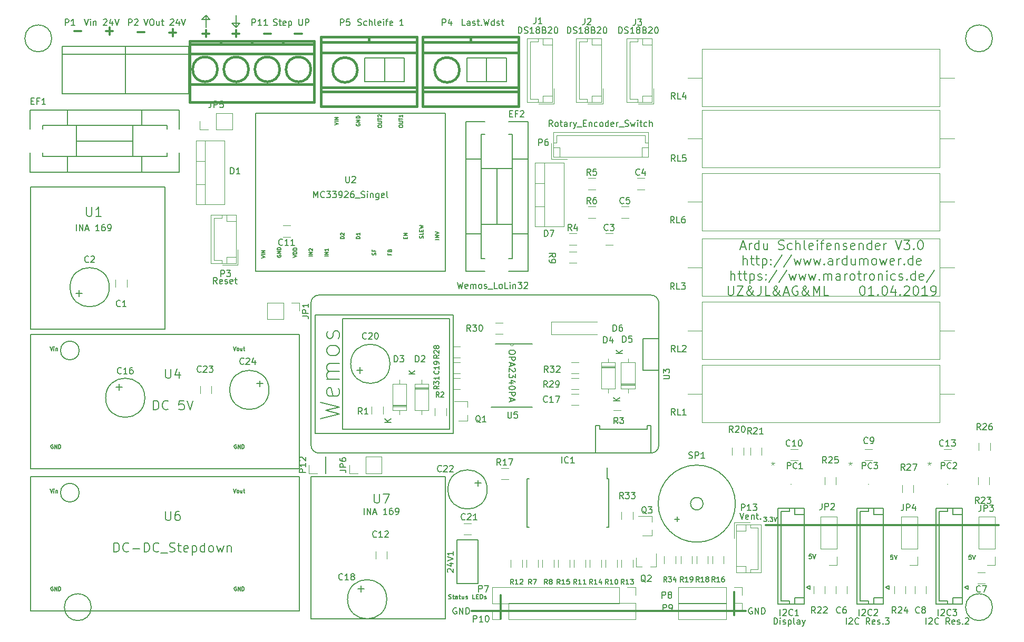
<source format=gbr>
G04 This is an RS-274x file exported by *
G04 gerbv version 2.6.1 *
G04 More information is available about gerbv at *
G04 http://gerbv.geda-project.org/ *
G04 --End of header info--*
%MOIN*%
%FSLAX34Y34*%
%IPPOS*%
G04 --Define apertures--*
%ADD10C,0.0079*%
%ADD11C,0.0059*%
%ADD12C,0.0118*%
%ADD13C,0.0047*%
%ADD14C,0.0060*%
%ADD15C,0.0039*%
%ADD16C,0.0150*%
%ADD17C,0.0030*%
G04 --Start main section--*
G54D10*
G01X0071935Y-034702D02*
G01X0072216Y-034702D01*
G01X0071879Y-034870D02*
G01X0072076Y-034280D01*
G01X0072076Y-034280D02*
G01X0072273Y-034870D01*
G01X0072469Y-034870D02*
G01X0072469Y-034477D01*
G01X0072469Y-034589D02*
G01X0072498Y-034533D01*
G01X0072498Y-034533D02*
G01X0072526Y-034505D01*
G01X0072526Y-034505D02*
G01X0072582Y-034477D01*
G01X0072582Y-034477D02*
G01X0072638Y-034477D01*
G01X0073088Y-034870D02*
G01X0073088Y-034280D01*
G01X0073088Y-034842D02*
G01X0073032Y-034870D01*
G01X0073032Y-034870D02*
G01X0072919Y-034870D01*
G01X0072919Y-034870D02*
G01X0072863Y-034842D01*
G01X0072863Y-034842D02*
G01X0072835Y-034814D01*
G01X0072835Y-034814D02*
G01X0072807Y-034758D01*
G01X0072807Y-034758D02*
G01X0072807Y-034589D01*
G01X0072807Y-034589D02*
G01X0072835Y-034533D01*
G01X0072835Y-034533D02*
G01X0072863Y-034505D01*
G01X0072863Y-034505D02*
G01X0072919Y-034477D01*
G01X0072919Y-034477D02*
G01X0073032Y-034477D01*
G01X0073032Y-034477D02*
G01X0073088Y-034505D01*
G01X0073622Y-034477D02*
G01X0073622Y-034870D01*
G01X0073369Y-034477D02*
G01X0073369Y-034786D01*
G01X0073369Y-034786D02*
G01X0073397Y-034842D01*
G01X0073397Y-034842D02*
G01X0073454Y-034870D01*
G01X0073454Y-034870D02*
G01X0073538Y-034870D01*
G01X0073538Y-034870D02*
G01X0073594Y-034842D01*
G01X0073594Y-034842D02*
G01X0073622Y-034814D01*
G01X0074325Y-034842D02*
G01X0074410Y-034870D01*
G01X0074410Y-034870D02*
G01X0074550Y-034870D01*
G01X0074550Y-034870D02*
G01X0074607Y-034842D01*
G01X0074607Y-034842D02*
G01X0074635Y-034814D01*
G01X0074635Y-034814D02*
G01X0074663Y-034758D01*
G01X0074663Y-034758D02*
G01X0074663Y-034702D01*
G01X0074663Y-034702D02*
G01X0074635Y-034645D01*
G01X0074635Y-034645D02*
G01X0074607Y-034617D01*
G01X0074607Y-034617D02*
G01X0074550Y-034589D01*
G01X0074550Y-034589D02*
G01X0074438Y-034561D01*
G01X0074438Y-034561D02*
G01X0074382Y-034533D01*
G01X0074382Y-034533D02*
G01X0074354Y-034505D01*
G01X0074354Y-034505D02*
G01X0074325Y-034448D01*
G01X0074325Y-034448D02*
G01X0074325Y-034392D01*
G01X0074325Y-034392D02*
G01X0074354Y-034336D01*
G01X0074354Y-034336D02*
G01X0074382Y-034308D01*
G01X0074382Y-034308D02*
G01X0074438Y-034280D01*
G01X0074438Y-034280D02*
G01X0074579Y-034280D01*
G01X0074579Y-034280D02*
G01X0074663Y-034308D01*
G01X0075169Y-034842D02*
G01X0075113Y-034870D01*
G01X0075113Y-034870D02*
G01X0075000Y-034870D01*
G01X0075000Y-034870D02*
G01X0074944Y-034842D01*
G01X0074944Y-034842D02*
G01X0074916Y-034814D01*
G01X0074916Y-034814D02*
G01X0074888Y-034758D01*
G01X0074888Y-034758D02*
G01X0074888Y-034589D01*
G01X0074888Y-034589D02*
G01X0074916Y-034533D01*
G01X0074916Y-034533D02*
G01X0074944Y-034505D01*
G01X0074944Y-034505D02*
G01X0075000Y-034477D01*
G01X0075000Y-034477D02*
G01X0075113Y-034477D01*
G01X0075113Y-034477D02*
G01X0075169Y-034505D01*
G01X0075422Y-034870D02*
G01X0075422Y-034280D01*
G01X0075675Y-034870D02*
G01X0075675Y-034561D01*
G01X0075675Y-034561D02*
G01X0075647Y-034505D01*
G01X0075647Y-034505D02*
G01X0075591Y-034477D01*
G01X0075591Y-034477D02*
G01X0075507Y-034477D01*
G01X0075507Y-034477D02*
G01X0075450Y-034505D01*
G01X0075450Y-034505D02*
G01X0075422Y-034533D01*
G01X0076041Y-034870D02*
G01X0075985Y-034842D01*
G01X0075985Y-034842D02*
G01X0075956Y-034786D01*
G01X0075956Y-034786D02*
G01X0075956Y-034280D01*
G01X0076491Y-034842D02*
G01X0076435Y-034870D01*
G01X0076435Y-034870D02*
G01X0076322Y-034870D01*
G01X0076322Y-034870D02*
G01X0076266Y-034842D01*
G01X0076266Y-034842D02*
G01X0076238Y-034786D01*
G01X0076238Y-034786D02*
G01X0076238Y-034561D01*
G01X0076238Y-034561D02*
G01X0076266Y-034505D01*
G01X0076266Y-034505D02*
G01X0076322Y-034477D01*
G01X0076322Y-034477D02*
G01X0076435Y-034477D01*
G01X0076435Y-034477D02*
G01X0076491Y-034505D01*
G01X0076491Y-034505D02*
G01X0076519Y-034561D01*
G01X0076519Y-034561D02*
G01X0076519Y-034617D01*
G01X0076519Y-034617D02*
G01X0076238Y-034673D01*
G01X0076772Y-034870D02*
G01X0076772Y-034477D01*
G01X0076772Y-034280D02*
G01X0076744Y-034308D01*
G01X0076744Y-034308D02*
G01X0076772Y-034336D01*
G01X0076772Y-034336D02*
G01X0076800Y-034308D01*
G01X0076800Y-034308D02*
G01X0076772Y-034280D01*
G01X0076772Y-034280D02*
G01X0076772Y-034336D01*
G01X0076969Y-034477D02*
G01X0077194Y-034477D01*
G01X0077053Y-034870D02*
G01X0077053Y-034364D01*
G01X0077053Y-034364D02*
G01X0077081Y-034308D01*
G01X0077081Y-034308D02*
G01X0077138Y-034280D01*
G01X0077138Y-034280D02*
G01X0077194Y-034280D01*
G01X0077616Y-034842D02*
G01X0077559Y-034870D01*
G01X0077559Y-034870D02*
G01X0077447Y-034870D01*
G01X0077447Y-034870D02*
G01X0077391Y-034842D01*
G01X0077391Y-034842D02*
G01X0077363Y-034786D01*
G01X0077363Y-034786D02*
G01X0077363Y-034561D01*
G01X0077363Y-034561D02*
G01X0077391Y-034505D01*
G01X0077391Y-034505D02*
G01X0077447Y-034477D01*
G01X0077447Y-034477D02*
G01X0077559Y-034477D01*
G01X0077559Y-034477D02*
G01X0077616Y-034505D01*
G01X0077616Y-034505D02*
G01X0077644Y-034561D01*
G01X0077644Y-034561D02*
G01X0077644Y-034617D01*
G01X0077644Y-034617D02*
G01X0077363Y-034673D01*
G01X0077897Y-034477D02*
G01X0077897Y-034870D01*
G01X0077897Y-034533D02*
G01X0077925Y-034505D01*
G01X0077925Y-034505D02*
G01X0077981Y-034477D01*
G01X0077981Y-034477D02*
G01X0078066Y-034477D01*
G01X0078066Y-034477D02*
G01X0078122Y-034505D01*
G01X0078122Y-034505D02*
G01X0078150Y-034561D01*
G01X0078150Y-034561D02*
G01X0078150Y-034870D01*
G01X0078403Y-034842D02*
G01X0078459Y-034870D01*
G01X0078459Y-034870D02*
G01X0078572Y-034870D01*
G01X0078572Y-034870D02*
G01X0078628Y-034842D01*
G01X0078628Y-034842D02*
G01X0078656Y-034786D01*
G01X0078656Y-034786D02*
G01X0078656Y-034758D01*
G01X0078656Y-034758D02*
G01X0078628Y-034702D01*
G01X0078628Y-034702D02*
G01X0078572Y-034673D01*
G01X0078572Y-034673D02*
G01X0078487Y-034673D01*
G01X0078487Y-034673D02*
G01X0078431Y-034645D01*
G01X0078431Y-034645D02*
G01X0078403Y-034589D01*
G01X0078403Y-034589D02*
G01X0078403Y-034561D01*
G01X0078403Y-034561D02*
G01X0078431Y-034505D01*
G01X0078431Y-034505D02*
G01X0078487Y-034477D01*
G01X0078487Y-034477D02*
G01X0078572Y-034477D01*
G01X0078572Y-034477D02*
G01X0078628Y-034505D01*
G01X0079134Y-034842D02*
G01X0079078Y-034870D01*
G01X0079078Y-034870D02*
G01X0078965Y-034870D01*
G01X0078965Y-034870D02*
G01X0078909Y-034842D01*
G01X0078909Y-034842D02*
G01X0078881Y-034786D01*
G01X0078881Y-034786D02*
G01X0078881Y-034561D01*
G01X0078881Y-034561D02*
G01X0078909Y-034505D01*
G01X0078909Y-034505D02*
G01X0078965Y-034477D01*
G01X0078965Y-034477D02*
G01X0079078Y-034477D01*
G01X0079078Y-034477D02*
G01X0079134Y-034505D01*
G01X0079134Y-034505D02*
G01X0079162Y-034561D01*
G01X0079162Y-034561D02*
G01X0079162Y-034617D01*
G01X0079162Y-034617D02*
G01X0078881Y-034673D01*
G01X0079415Y-034477D02*
G01X0079415Y-034870D01*
G01X0079415Y-034533D02*
G01X0079444Y-034505D01*
G01X0079444Y-034505D02*
G01X0079500Y-034477D01*
G01X0079500Y-034477D02*
G01X0079584Y-034477D01*
G01X0079584Y-034477D02*
G01X0079640Y-034505D01*
G01X0079640Y-034505D02*
G01X0079669Y-034561D01*
G01X0079669Y-034561D02*
G01X0079669Y-034870D01*
G01X0080203Y-034870D02*
G01X0080203Y-034280D01*
G01X0080203Y-034842D02*
G01X0080147Y-034870D01*
G01X0080147Y-034870D02*
G01X0080034Y-034870D01*
G01X0080034Y-034870D02*
G01X0079978Y-034842D01*
G01X0079978Y-034842D02*
G01X0079950Y-034814D01*
G01X0079950Y-034814D02*
G01X0079922Y-034758D01*
G01X0079922Y-034758D02*
G01X0079922Y-034589D01*
G01X0079922Y-034589D02*
G01X0079950Y-034533D01*
G01X0079950Y-034533D02*
G01X0079978Y-034505D01*
G01X0079978Y-034505D02*
G01X0080034Y-034477D01*
G01X0080034Y-034477D02*
G01X0080147Y-034477D01*
G01X0080147Y-034477D02*
G01X0080203Y-034505D01*
G01X0080709Y-034842D02*
G01X0080653Y-034870D01*
G01X0080653Y-034870D02*
G01X0080540Y-034870D01*
G01X0080540Y-034870D02*
G01X0080484Y-034842D01*
G01X0080484Y-034842D02*
G01X0080456Y-034786D01*
G01X0080456Y-034786D02*
G01X0080456Y-034561D01*
G01X0080456Y-034561D02*
G01X0080484Y-034505D01*
G01X0080484Y-034505D02*
G01X0080540Y-034477D01*
G01X0080540Y-034477D02*
G01X0080653Y-034477D01*
G01X0080653Y-034477D02*
G01X0080709Y-034505D01*
G01X0080709Y-034505D02*
G01X0080737Y-034561D01*
G01X0080737Y-034561D02*
G01X0080737Y-034617D01*
G01X0080737Y-034617D02*
G01X0080456Y-034673D01*
G01X0080990Y-034870D02*
G01X0080990Y-034477D01*
G01X0080990Y-034589D02*
G01X0081018Y-034533D01*
G01X0081018Y-034533D02*
G01X0081046Y-034505D01*
G01X0081046Y-034505D02*
G01X0081103Y-034477D01*
G01X0081103Y-034477D02*
G01X0081159Y-034477D01*
G01X0081721Y-034280D02*
G01X0081918Y-034870D01*
G01X0081918Y-034870D02*
G01X0082115Y-034280D01*
G01X0082256Y-034280D02*
G01X0082621Y-034280D01*
G01X0082621Y-034280D02*
G01X0082424Y-034505D01*
G01X0082424Y-034505D02*
G01X0082509Y-034505D01*
G01X0082509Y-034505D02*
G01X0082565Y-034533D01*
G01X0082565Y-034533D02*
G01X0082593Y-034561D01*
G01X0082593Y-034561D02*
G01X0082621Y-034617D01*
G01X0082621Y-034617D02*
G01X0082621Y-034758D01*
G01X0082621Y-034758D02*
G01X0082593Y-034814D01*
G01X0082593Y-034814D02*
G01X0082565Y-034842D01*
G01X0082565Y-034842D02*
G01X0082509Y-034870D01*
G01X0082509Y-034870D02*
G01X0082340Y-034870D01*
G01X0082340Y-034870D02*
G01X0082284Y-034842D01*
G01X0082284Y-034842D02*
G01X0082256Y-034814D01*
G01X0082874Y-034814D02*
G01X0082902Y-034842D01*
G01X0082902Y-034842D02*
G01X0082874Y-034870D01*
G01X0082874Y-034870D02*
G01X0082846Y-034842D01*
G01X0082846Y-034842D02*
G01X0082874Y-034814D01*
G01X0082874Y-034814D02*
G01X0082874Y-034870D01*
G01X0083268Y-034280D02*
G01X0083324Y-034280D01*
G01X0083324Y-034280D02*
G01X0083381Y-034308D01*
G01X0083381Y-034308D02*
G01X0083409Y-034336D01*
G01X0083409Y-034336D02*
G01X0083437Y-034392D01*
G01X0083437Y-034392D02*
G01X0083465Y-034505D01*
G01X0083465Y-034505D02*
G01X0083465Y-034645D01*
G01X0083465Y-034645D02*
G01X0083437Y-034758D01*
G01X0083437Y-034758D02*
G01X0083409Y-034814D01*
G01X0083409Y-034814D02*
G01X0083381Y-034842D01*
G01X0083381Y-034842D02*
G01X0083324Y-034870D01*
G01X0083324Y-034870D02*
G01X0083268Y-034870D01*
G01X0083268Y-034870D02*
G01X0083212Y-034842D01*
G01X0083212Y-034842D02*
G01X0083184Y-034814D01*
G01X0083184Y-034814D02*
G01X0083156Y-034758D01*
G01X0083156Y-034758D02*
G01X0083127Y-034645D01*
G01X0083127Y-034645D02*
G01X0083127Y-034505D01*
G01X0083127Y-034505D02*
G01X0083156Y-034392D01*
G01X0083156Y-034392D02*
G01X0083184Y-034336D01*
G01X0083184Y-034336D02*
G01X0083212Y-034308D01*
G01X0083212Y-034308D02*
G01X0083268Y-034280D01*
G01X0072090Y-035835D02*
G01X0072090Y-035244D01*
G01X0072343Y-035835D02*
G01X0072343Y-035526D01*
G01X0072343Y-035526D02*
G01X0072315Y-035469D01*
G01X0072315Y-035469D02*
G01X0072258Y-035441D01*
G01X0072258Y-035441D02*
G01X0072174Y-035441D01*
G01X0072174Y-035441D02*
G01X0072118Y-035469D01*
G01X0072118Y-035469D02*
G01X0072090Y-035497D01*
G01X0072540Y-035441D02*
G01X0072765Y-035441D01*
G01X0072624Y-035244D02*
G01X0072624Y-035751D01*
G01X0072624Y-035751D02*
G01X0072652Y-035807D01*
G01X0072652Y-035807D02*
G01X0072708Y-035835D01*
G01X0072708Y-035835D02*
G01X0072765Y-035835D01*
G01X0072877Y-035441D02*
G01X0073102Y-035441D01*
G01X0072962Y-035244D02*
G01X0072962Y-035751D01*
G01X0072962Y-035751D02*
G01X0072990Y-035807D01*
G01X0072990Y-035807D02*
G01X0073046Y-035835D01*
G01X0073046Y-035835D02*
G01X0073102Y-035835D01*
G01X0073299Y-035441D02*
G01X0073299Y-036032D01*
G01X0073299Y-035469D02*
G01X0073355Y-035441D01*
G01X0073355Y-035441D02*
G01X0073468Y-035441D01*
G01X0073468Y-035441D02*
G01X0073524Y-035469D01*
G01X0073524Y-035469D02*
G01X0073552Y-035497D01*
G01X0073552Y-035497D02*
G01X0073580Y-035554D01*
G01X0073580Y-035554D02*
G01X0073580Y-035722D01*
G01X0073580Y-035722D02*
G01X0073552Y-035779D01*
G01X0073552Y-035779D02*
G01X0073524Y-035807D01*
G01X0073524Y-035807D02*
G01X0073468Y-035835D01*
G01X0073468Y-035835D02*
G01X0073355Y-035835D01*
G01X0073355Y-035835D02*
G01X0073299Y-035807D01*
G01X0073833Y-035779D02*
G01X0073861Y-035807D01*
G01X0073861Y-035807D02*
G01X0073833Y-035835D01*
G01X0073833Y-035835D02*
G01X0073805Y-035807D01*
G01X0073805Y-035807D02*
G01X0073833Y-035779D01*
G01X0073833Y-035779D02*
G01X0073833Y-035835D01*
G01X0073833Y-035469D02*
G01X0073861Y-035497D01*
G01X0073861Y-035497D02*
G01X0073833Y-035526D01*
G01X0073833Y-035526D02*
G01X0073805Y-035497D01*
G01X0073805Y-035497D02*
G01X0073833Y-035469D01*
G01X0073833Y-035469D02*
G01X0073833Y-035526D01*
G01X0074536Y-035216D02*
G01X0074030Y-035975D01*
G01X0075155Y-035216D02*
G01X0074649Y-035975D01*
G01X0075296Y-035441D02*
G01X0075408Y-035835D01*
G01X0075408Y-035835D02*
G01X0075521Y-035554D01*
G01X0075521Y-035554D02*
G01X0075633Y-035835D01*
G01X0075633Y-035835D02*
G01X0075746Y-035441D01*
G01X0075914Y-035441D02*
G01X0076027Y-035835D01*
G01X0076027Y-035835D02*
G01X0076139Y-035554D01*
G01X0076139Y-035554D02*
G01X0076252Y-035835D01*
G01X0076252Y-035835D02*
G01X0076364Y-035441D01*
G01X0076533Y-035441D02*
G01X0076645Y-035835D01*
G01X0076645Y-035835D02*
G01X0076758Y-035554D01*
G01X0076758Y-035554D02*
G01X0076870Y-035835D01*
G01X0076870Y-035835D02*
G01X0076983Y-035441D01*
G01X0077208Y-035779D02*
G01X0077236Y-035807D01*
G01X0077236Y-035807D02*
G01X0077208Y-035835D01*
G01X0077208Y-035835D02*
G01X0077180Y-035807D01*
G01X0077180Y-035807D02*
G01X0077208Y-035779D01*
G01X0077208Y-035779D02*
G01X0077208Y-035835D01*
G01X0077742Y-035835D02*
G01X0077742Y-035526D01*
G01X0077742Y-035526D02*
G01X0077714Y-035469D01*
G01X0077714Y-035469D02*
G01X0077658Y-035441D01*
G01X0077658Y-035441D02*
G01X0077545Y-035441D01*
G01X0077545Y-035441D02*
G01X0077489Y-035469D01*
G01X0077742Y-035807D02*
G01X0077686Y-035835D01*
G01X0077686Y-035835D02*
G01X0077545Y-035835D01*
G01X0077545Y-035835D02*
G01X0077489Y-035807D01*
G01X0077489Y-035807D02*
G01X0077461Y-035751D01*
G01X0077461Y-035751D02*
G01X0077461Y-035694D01*
G01X0077461Y-035694D02*
G01X0077489Y-035638D01*
G01X0077489Y-035638D02*
G01X0077545Y-035610D01*
G01X0077545Y-035610D02*
G01X0077686Y-035610D01*
G01X0077686Y-035610D02*
G01X0077742Y-035582D01*
G01X0078023Y-035835D02*
G01X0078023Y-035441D01*
G01X0078023Y-035554D02*
G01X0078052Y-035497D01*
G01X0078052Y-035497D02*
G01X0078080Y-035469D01*
G01X0078080Y-035469D02*
G01X0078136Y-035441D01*
G01X0078136Y-035441D02*
G01X0078192Y-035441D01*
G01X0078642Y-035835D02*
G01X0078642Y-035244D01*
G01X0078642Y-035807D02*
G01X0078586Y-035835D01*
G01X0078586Y-035835D02*
G01X0078473Y-035835D01*
G01X0078473Y-035835D02*
G01X0078417Y-035807D01*
G01X0078417Y-035807D02*
G01X0078389Y-035779D01*
G01X0078389Y-035779D02*
G01X0078361Y-035722D01*
G01X0078361Y-035722D02*
G01X0078361Y-035554D01*
G01X0078361Y-035554D02*
G01X0078389Y-035497D01*
G01X0078389Y-035497D02*
G01X0078417Y-035469D01*
G01X0078417Y-035469D02*
G01X0078473Y-035441D01*
G01X0078473Y-035441D02*
G01X0078586Y-035441D01*
G01X0078586Y-035441D02*
G01X0078642Y-035469D01*
G01X0079176Y-035441D02*
G01X0079176Y-035835D01*
G01X0078923Y-035441D02*
G01X0078923Y-035751D01*
G01X0078923Y-035751D02*
G01X0078951Y-035807D01*
G01X0078951Y-035807D02*
G01X0079008Y-035835D01*
G01X0079008Y-035835D02*
G01X0079092Y-035835D01*
G01X0079092Y-035835D02*
G01X0079148Y-035807D01*
G01X0079148Y-035807D02*
G01X0079176Y-035779D01*
G01X0079458Y-035835D02*
G01X0079458Y-035441D01*
G01X0079458Y-035497D02*
G01X0079486Y-035469D01*
G01X0079486Y-035469D02*
G01X0079542Y-035441D01*
G01X0079542Y-035441D02*
G01X0079626Y-035441D01*
G01X0079626Y-035441D02*
G01X0079683Y-035469D01*
G01X0079683Y-035469D02*
G01X0079711Y-035526D01*
G01X0079711Y-035526D02*
G01X0079711Y-035835D01*
G01X0079711Y-035526D02*
G01X0079739Y-035469D01*
G01X0079739Y-035469D02*
G01X0079795Y-035441D01*
G01X0079795Y-035441D02*
G01X0079879Y-035441D01*
G01X0079879Y-035441D02*
G01X0079936Y-035469D01*
G01X0079936Y-035469D02*
G01X0079964Y-035526D01*
G01X0079964Y-035526D02*
G01X0079964Y-035835D01*
G01X0080329Y-035835D02*
G01X0080273Y-035807D01*
G01X0080273Y-035807D02*
G01X0080245Y-035779D01*
G01X0080245Y-035779D02*
G01X0080217Y-035722D01*
G01X0080217Y-035722D02*
G01X0080217Y-035554D01*
G01X0080217Y-035554D02*
G01X0080245Y-035497D01*
G01X0080245Y-035497D02*
G01X0080273Y-035469D01*
G01X0080273Y-035469D02*
G01X0080329Y-035441D01*
G01X0080329Y-035441D02*
G01X0080414Y-035441D01*
G01X0080414Y-035441D02*
G01X0080470Y-035469D01*
G01X0080470Y-035469D02*
G01X0080498Y-035497D01*
G01X0080498Y-035497D02*
G01X0080526Y-035554D01*
G01X0080526Y-035554D02*
G01X0080526Y-035722D01*
G01X0080526Y-035722D02*
G01X0080498Y-035779D01*
G01X0080498Y-035779D02*
G01X0080470Y-035807D01*
G01X0080470Y-035807D02*
G01X0080414Y-035835D01*
G01X0080414Y-035835D02*
G01X0080329Y-035835D01*
G01X0080723Y-035441D02*
G01X0080836Y-035835D01*
G01X0080836Y-035835D02*
G01X0080948Y-035554D01*
G01X0080948Y-035554D02*
G01X0081061Y-035835D01*
G01X0081061Y-035835D02*
G01X0081173Y-035441D01*
G01X0081623Y-035807D02*
G01X0081567Y-035835D01*
G01X0081567Y-035835D02*
G01X0081454Y-035835D01*
G01X0081454Y-035835D02*
G01X0081398Y-035807D01*
G01X0081398Y-035807D02*
G01X0081370Y-035751D01*
G01X0081370Y-035751D02*
G01X0081370Y-035526D01*
G01X0081370Y-035526D02*
G01X0081398Y-035469D01*
G01X0081398Y-035469D02*
G01X0081454Y-035441D01*
G01X0081454Y-035441D02*
G01X0081567Y-035441D01*
G01X0081567Y-035441D02*
G01X0081623Y-035469D01*
G01X0081623Y-035469D02*
G01X0081651Y-035526D01*
G01X0081651Y-035526D02*
G01X0081651Y-035582D01*
G01X0081651Y-035582D02*
G01X0081370Y-035638D01*
G01X0081904Y-035835D02*
G01X0081904Y-035441D01*
G01X0081904Y-035554D02*
G01X0081932Y-035497D01*
G01X0081932Y-035497D02*
G01X0081960Y-035469D01*
G01X0081960Y-035469D02*
G01X0082017Y-035441D01*
G01X0082017Y-035441D02*
G01X0082073Y-035441D01*
G01X0082270Y-035779D02*
G01X0082298Y-035807D01*
G01X0082298Y-035807D02*
G01X0082270Y-035835D01*
G01X0082270Y-035835D02*
G01X0082242Y-035807D01*
G01X0082242Y-035807D02*
G01X0082270Y-035779D01*
G01X0082270Y-035779D02*
G01X0082270Y-035835D01*
G01X0082804Y-035835D02*
G01X0082804Y-035244D01*
G01X0082804Y-035807D02*
G01X0082748Y-035835D01*
G01X0082748Y-035835D02*
G01X0082635Y-035835D01*
G01X0082635Y-035835D02*
G01X0082579Y-035807D01*
G01X0082579Y-035807D02*
G01X0082551Y-035779D01*
G01X0082551Y-035779D02*
G01X0082523Y-035722D01*
G01X0082523Y-035722D02*
G01X0082523Y-035554D01*
G01X0082523Y-035554D02*
G01X0082551Y-035497D01*
G01X0082551Y-035497D02*
G01X0082579Y-035469D01*
G01X0082579Y-035469D02*
G01X0082635Y-035441D01*
G01X0082635Y-035441D02*
G01X0082748Y-035441D01*
G01X0082748Y-035441D02*
G01X0082804Y-035469D01*
G01X0083310Y-035807D02*
G01X0083254Y-035835D01*
G01X0083254Y-035835D02*
G01X0083142Y-035835D01*
G01X0083142Y-035835D02*
G01X0083085Y-035807D01*
G01X0083085Y-035807D02*
G01X0083057Y-035751D01*
G01X0083057Y-035751D02*
G01X0083057Y-035526D01*
G01X0083057Y-035526D02*
G01X0083085Y-035469D01*
G01X0083085Y-035469D02*
G01X0083142Y-035441D01*
G01X0083142Y-035441D02*
G01X0083254Y-035441D01*
G01X0083254Y-035441D02*
G01X0083310Y-035469D01*
G01X0083310Y-035469D02*
G01X0083338Y-035526D01*
G01X0083338Y-035526D02*
G01X0083338Y-035582D01*
G01X0083338Y-035582D02*
G01X0083057Y-035638D01*
G01X0071302Y-036799D02*
G01X0071302Y-036209D01*
G01X0071555Y-036799D02*
G01X0071555Y-036490D01*
G01X0071555Y-036490D02*
G01X0071527Y-036434D01*
G01X0071527Y-036434D02*
G01X0071471Y-036406D01*
G01X0071471Y-036406D02*
G01X0071387Y-036406D01*
G01X0071387Y-036406D02*
G01X0071330Y-036434D01*
G01X0071330Y-036434D02*
G01X0071302Y-036462D01*
G01X0071752Y-036406D02*
G01X0071977Y-036406D01*
G01X0071837Y-036209D02*
G01X0071837Y-036715D01*
G01X0071837Y-036715D02*
G01X0071865Y-036771D01*
G01X0071865Y-036771D02*
G01X0071921Y-036799D01*
G01X0071921Y-036799D02*
G01X0071977Y-036799D01*
G01X0072090Y-036406D02*
G01X0072315Y-036406D01*
G01X0072174Y-036209D02*
G01X0072174Y-036715D01*
G01X0072174Y-036715D02*
G01X0072202Y-036771D01*
G01X0072202Y-036771D02*
G01X0072258Y-036799D01*
G01X0072258Y-036799D02*
G01X0072315Y-036799D01*
G01X0072512Y-036406D02*
G01X0072512Y-036996D01*
G01X0072512Y-036434D02*
G01X0072568Y-036406D01*
G01X0072568Y-036406D02*
G01X0072680Y-036406D01*
G01X0072680Y-036406D02*
G01X0072737Y-036434D01*
G01X0072737Y-036434D02*
G01X0072765Y-036462D01*
G01X0072765Y-036462D02*
G01X0072793Y-036518D01*
G01X0072793Y-036518D02*
G01X0072793Y-036687D01*
G01X0072793Y-036687D02*
G01X0072765Y-036743D01*
G01X0072765Y-036743D02*
G01X0072737Y-036771D01*
G01X0072737Y-036771D02*
G01X0072680Y-036799D01*
G01X0072680Y-036799D02*
G01X0072568Y-036799D01*
G01X0072568Y-036799D02*
G01X0072512Y-036771D01*
G01X0073018Y-036771D02*
G01X0073074Y-036799D01*
G01X0073074Y-036799D02*
G01X0073187Y-036799D01*
G01X0073187Y-036799D02*
G01X0073243Y-036771D01*
G01X0073243Y-036771D02*
G01X0073271Y-036715D01*
G01X0073271Y-036715D02*
G01X0073271Y-036687D01*
G01X0073271Y-036687D02*
G01X0073243Y-036631D01*
G01X0073243Y-036631D02*
G01X0073187Y-036603D01*
G01X0073187Y-036603D02*
G01X0073102Y-036603D01*
G01X0073102Y-036603D02*
G01X0073046Y-036574D01*
G01X0073046Y-036574D02*
G01X0073018Y-036518D01*
G01X0073018Y-036518D02*
G01X0073018Y-036490D01*
G01X0073018Y-036490D02*
G01X0073046Y-036434D01*
G01X0073046Y-036434D02*
G01X0073102Y-036406D01*
G01X0073102Y-036406D02*
G01X0073187Y-036406D01*
G01X0073187Y-036406D02*
G01X0073243Y-036434D01*
G01X0073524Y-036743D02*
G01X0073552Y-036771D01*
G01X0073552Y-036771D02*
G01X0073524Y-036799D01*
G01X0073524Y-036799D02*
G01X0073496Y-036771D01*
G01X0073496Y-036771D02*
G01X0073524Y-036743D01*
G01X0073524Y-036743D02*
G01X0073524Y-036799D01*
G01X0073524Y-036434D02*
G01X0073552Y-036462D01*
G01X0073552Y-036462D02*
G01X0073524Y-036490D01*
G01X0073524Y-036490D02*
G01X0073496Y-036462D01*
G01X0073496Y-036462D02*
G01X0073524Y-036434D01*
G01X0073524Y-036434D02*
G01X0073524Y-036490D01*
G01X0074227Y-036181D02*
G01X0073721Y-036940D01*
G01X0074846Y-036181D02*
G01X0074339Y-036940D01*
G01X0074986Y-036406D02*
G01X0075099Y-036799D01*
G01X0075099Y-036799D02*
G01X0075211Y-036518D01*
G01X0075211Y-036518D02*
G01X0075324Y-036799D01*
G01X0075324Y-036799D02*
G01X0075436Y-036406D01*
G01X0075605Y-036406D02*
G01X0075717Y-036799D01*
G01X0075717Y-036799D02*
G01X0075830Y-036518D01*
G01X0075830Y-036518D02*
G01X0075942Y-036799D01*
G01X0075942Y-036799D02*
G01X0076055Y-036406D01*
G01X0076224Y-036406D02*
G01X0076336Y-036799D01*
G01X0076336Y-036799D02*
G01X0076449Y-036518D01*
G01X0076449Y-036518D02*
G01X0076561Y-036799D01*
G01X0076561Y-036799D02*
G01X0076674Y-036406D01*
G01X0076899Y-036743D02*
G01X0076927Y-036771D01*
G01X0076927Y-036771D02*
G01X0076899Y-036799D01*
G01X0076899Y-036799D02*
G01X0076870Y-036771D01*
G01X0076870Y-036771D02*
G01X0076899Y-036743D01*
G01X0076899Y-036743D02*
G01X0076899Y-036799D01*
G01X0077180Y-036799D02*
G01X0077180Y-036406D01*
G01X0077180Y-036462D02*
G01X0077208Y-036434D01*
G01X0077208Y-036434D02*
G01X0077264Y-036406D01*
G01X0077264Y-036406D02*
G01X0077348Y-036406D01*
G01X0077348Y-036406D02*
G01X0077405Y-036434D01*
G01X0077405Y-036434D02*
G01X0077433Y-036490D01*
G01X0077433Y-036490D02*
G01X0077433Y-036799D01*
G01X0077433Y-036490D02*
G01X0077461Y-036434D01*
G01X0077461Y-036434D02*
G01X0077517Y-036406D01*
G01X0077517Y-036406D02*
G01X0077602Y-036406D01*
G01X0077602Y-036406D02*
G01X0077658Y-036434D01*
G01X0077658Y-036434D02*
G01X0077686Y-036490D01*
G01X0077686Y-036490D02*
G01X0077686Y-036799D01*
G01X0078220Y-036799D02*
G01X0078220Y-036490D01*
G01X0078220Y-036490D02*
G01X0078192Y-036434D01*
G01X0078192Y-036434D02*
G01X0078136Y-036406D01*
G01X0078136Y-036406D02*
G01X0078023Y-036406D01*
G01X0078023Y-036406D02*
G01X0077967Y-036434D01*
G01X0078220Y-036771D02*
G01X0078164Y-036799D01*
G01X0078164Y-036799D02*
G01X0078023Y-036799D01*
G01X0078023Y-036799D02*
G01X0077967Y-036771D01*
G01X0077967Y-036771D02*
G01X0077939Y-036715D01*
G01X0077939Y-036715D02*
G01X0077939Y-036659D01*
G01X0077939Y-036659D02*
G01X0077967Y-036603D01*
G01X0077967Y-036603D02*
G01X0078023Y-036574D01*
G01X0078023Y-036574D02*
G01X0078164Y-036574D01*
G01X0078164Y-036574D02*
G01X0078220Y-036546D01*
G01X0078501Y-036799D02*
G01X0078501Y-036406D01*
G01X0078501Y-036518D02*
G01X0078530Y-036462D01*
G01X0078530Y-036462D02*
G01X0078558Y-036434D01*
G01X0078558Y-036434D02*
G01X0078614Y-036406D01*
G01X0078614Y-036406D02*
G01X0078670Y-036406D01*
G01X0078951Y-036799D02*
G01X0078895Y-036771D01*
G01X0078895Y-036771D02*
G01X0078867Y-036743D01*
G01X0078867Y-036743D02*
G01X0078839Y-036687D01*
G01X0078839Y-036687D02*
G01X0078839Y-036518D01*
G01X0078839Y-036518D02*
G01X0078867Y-036462D01*
G01X0078867Y-036462D02*
G01X0078895Y-036434D01*
G01X0078895Y-036434D02*
G01X0078951Y-036406D01*
G01X0078951Y-036406D02*
G01X0079036Y-036406D01*
G01X0079036Y-036406D02*
G01X0079092Y-036434D01*
G01X0079092Y-036434D02*
G01X0079120Y-036462D01*
G01X0079120Y-036462D02*
G01X0079148Y-036518D01*
G01X0079148Y-036518D02*
G01X0079148Y-036687D01*
G01X0079148Y-036687D02*
G01X0079120Y-036743D01*
G01X0079120Y-036743D02*
G01X0079092Y-036771D01*
G01X0079092Y-036771D02*
G01X0079036Y-036799D01*
G01X0079036Y-036799D02*
G01X0078951Y-036799D01*
G01X0079317Y-036406D02*
G01X0079542Y-036406D01*
G01X0079401Y-036209D02*
G01X0079401Y-036715D01*
G01X0079401Y-036715D02*
G01X0079429Y-036771D01*
G01X0079429Y-036771D02*
G01X0079486Y-036799D01*
G01X0079486Y-036799D02*
G01X0079542Y-036799D01*
G01X0079739Y-036799D02*
G01X0079739Y-036406D01*
G01X0079739Y-036518D02*
G01X0079767Y-036462D01*
G01X0079767Y-036462D02*
G01X0079795Y-036434D01*
G01X0079795Y-036434D02*
G01X0079851Y-036406D01*
G01X0079851Y-036406D02*
G01X0079908Y-036406D01*
G01X0080189Y-036799D02*
G01X0080133Y-036771D01*
G01X0080133Y-036771D02*
G01X0080104Y-036743D01*
G01X0080104Y-036743D02*
G01X0080076Y-036687D01*
G01X0080076Y-036687D02*
G01X0080076Y-036518D01*
G01X0080076Y-036518D02*
G01X0080104Y-036462D01*
G01X0080104Y-036462D02*
G01X0080133Y-036434D01*
G01X0080133Y-036434D02*
G01X0080189Y-036406D01*
G01X0080189Y-036406D02*
G01X0080273Y-036406D01*
G01X0080273Y-036406D02*
G01X0080329Y-036434D01*
G01X0080329Y-036434D02*
G01X0080357Y-036462D01*
G01X0080357Y-036462D02*
G01X0080386Y-036518D01*
G01X0080386Y-036518D02*
G01X0080386Y-036687D01*
G01X0080386Y-036687D02*
G01X0080357Y-036743D01*
G01X0080357Y-036743D02*
G01X0080329Y-036771D01*
G01X0080329Y-036771D02*
G01X0080273Y-036799D01*
G01X0080273Y-036799D02*
G01X0080189Y-036799D01*
G01X0080639Y-036406D02*
G01X0080639Y-036799D01*
G01X0080639Y-036462D02*
G01X0080667Y-036434D01*
G01X0080667Y-036434D02*
G01X0080723Y-036406D01*
G01X0080723Y-036406D02*
G01X0080807Y-036406D01*
G01X0080807Y-036406D02*
G01X0080864Y-036434D01*
G01X0080864Y-036434D02*
G01X0080892Y-036490D01*
G01X0080892Y-036490D02*
G01X0080892Y-036799D01*
G01X0081173Y-036799D02*
G01X0081173Y-036406D01*
G01X0081173Y-036209D02*
G01X0081145Y-036237D01*
G01X0081145Y-036237D02*
G01X0081173Y-036265D01*
G01X0081173Y-036265D02*
G01X0081201Y-036237D01*
G01X0081201Y-036237D02*
G01X0081173Y-036209D01*
G01X0081173Y-036209D02*
G01X0081173Y-036265D01*
G01X0081707Y-036771D02*
G01X0081651Y-036799D01*
G01X0081651Y-036799D02*
G01X0081539Y-036799D01*
G01X0081539Y-036799D02*
G01X0081482Y-036771D01*
G01X0081482Y-036771D02*
G01X0081454Y-036743D01*
G01X0081454Y-036743D02*
G01X0081426Y-036687D01*
G01X0081426Y-036687D02*
G01X0081426Y-036518D01*
G01X0081426Y-036518D02*
G01X0081454Y-036462D01*
G01X0081454Y-036462D02*
G01X0081482Y-036434D01*
G01X0081482Y-036434D02*
G01X0081539Y-036406D01*
G01X0081539Y-036406D02*
G01X0081651Y-036406D01*
G01X0081651Y-036406D02*
G01X0081707Y-036434D01*
G01X0081932Y-036771D02*
G01X0081989Y-036799D01*
G01X0081989Y-036799D02*
G01X0082101Y-036799D01*
G01X0082101Y-036799D02*
G01X0082157Y-036771D01*
G01X0082157Y-036771D02*
G01X0082185Y-036715D01*
G01X0082185Y-036715D02*
G01X0082185Y-036687D01*
G01X0082185Y-036687D02*
G01X0082157Y-036631D01*
G01X0082157Y-036631D02*
G01X0082101Y-036603D01*
G01X0082101Y-036603D02*
G01X0082017Y-036603D01*
G01X0082017Y-036603D02*
G01X0081960Y-036574D01*
G01X0081960Y-036574D02*
G01X0081932Y-036518D01*
G01X0081932Y-036518D02*
G01X0081932Y-036490D01*
G01X0081932Y-036490D02*
G01X0081960Y-036434D01*
G01X0081960Y-036434D02*
G01X0082017Y-036406D01*
G01X0082017Y-036406D02*
G01X0082101Y-036406D01*
G01X0082101Y-036406D02*
G01X0082157Y-036434D01*
G01X0082438Y-036743D02*
G01X0082467Y-036771D01*
G01X0082467Y-036771D02*
G01X0082438Y-036799D01*
G01X0082438Y-036799D02*
G01X0082410Y-036771D01*
G01X0082410Y-036771D02*
G01X0082438Y-036743D01*
G01X0082438Y-036743D02*
G01X0082438Y-036799D01*
G01X0082973Y-036799D02*
G01X0082973Y-036209D01*
G01X0082973Y-036771D02*
G01X0082917Y-036799D01*
G01X0082917Y-036799D02*
G01X0082804Y-036799D01*
G01X0082804Y-036799D02*
G01X0082748Y-036771D01*
G01X0082748Y-036771D02*
G01X0082720Y-036743D01*
G01X0082720Y-036743D02*
G01X0082692Y-036687D01*
G01X0082692Y-036687D02*
G01X0082692Y-036518D01*
G01X0082692Y-036518D02*
G01X0082720Y-036462D01*
G01X0082720Y-036462D02*
G01X0082748Y-036434D01*
G01X0082748Y-036434D02*
G01X0082804Y-036406D01*
G01X0082804Y-036406D02*
G01X0082917Y-036406D01*
G01X0082917Y-036406D02*
G01X0082973Y-036434D01*
G01X0083479Y-036771D02*
G01X0083423Y-036799D01*
G01X0083423Y-036799D02*
G01X0083310Y-036799D01*
G01X0083310Y-036799D02*
G01X0083254Y-036771D01*
G01X0083254Y-036771D02*
G01X0083226Y-036715D01*
G01X0083226Y-036715D02*
G01X0083226Y-036490D01*
G01X0083226Y-036490D02*
G01X0083254Y-036434D01*
G01X0083254Y-036434D02*
G01X0083310Y-036406D01*
G01X0083310Y-036406D02*
G01X0083423Y-036406D01*
G01X0083423Y-036406D02*
G01X0083479Y-036434D01*
G01X0083479Y-036434D02*
G01X0083507Y-036490D01*
G01X0083507Y-036490D02*
G01X0083507Y-036546D01*
G01X0083507Y-036546D02*
G01X0083226Y-036603D01*
G01X0084182Y-036181D02*
G01X0083676Y-036940D01*
G01X0071134Y-037173D02*
G01X0071134Y-037652D01*
G01X0071134Y-037652D02*
G01X0071162Y-037708D01*
G01X0071162Y-037708D02*
G01X0071190Y-037736D01*
G01X0071190Y-037736D02*
G01X0071246Y-037764D01*
G01X0071246Y-037764D02*
G01X0071359Y-037764D01*
G01X0071359Y-037764D02*
G01X0071415Y-037736D01*
G01X0071415Y-037736D02*
G01X0071443Y-037708D01*
G01X0071443Y-037708D02*
G01X0071471Y-037652D01*
G01X0071471Y-037652D02*
G01X0071471Y-037173D01*
G01X0071696Y-037173D02*
G01X0072090Y-037173D01*
G01X0072090Y-037173D02*
G01X0071696Y-037764D01*
G01X0071696Y-037764D02*
G01X0072090Y-037764D01*
G01X0072793Y-037764D02*
G01X0072765Y-037764D01*
G01X0072765Y-037764D02*
G01X0072708Y-037736D01*
G01X0072708Y-037736D02*
G01X0072624Y-037652D01*
G01X0072624Y-037652D02*
G01X0072483Y-037483D01*
G01X0072483Y-037483D02*
G01X0072427Y-037398D01*
G01X0072427Y-037398D02*
G01X0072399Y-037314D01*
G01X0072399Y-037314D02*
G01X0072399Y-037258D01*
G01X0072399Y-037258D02*
G01X0072427Y-037202D01*
G01X0072427Y-037202D02*
G01X0072483Y-037173D01*
G01X0072483Y-037173D02*
G01X0072512Y-037173D01*
G01X0072512Y-037173D02*
G01X0072568Y-037202D01*
G01X0072568Y-037202D02*
G01X0072596Y-037258D01*
G01X0072596Y-037258D02*
G01X0072596Y-037286D01*
G01X0072596Y-037286D02*
G01X0072568Y-037342D01*
G01X0072568Y-037342D02*
G01X0072540Y-037370D01*
G01X0072540Y-037370D02*
G01X0072371Y-037483D01*
G01X0072371Y-037483D02*
G01X0072343Y-037511D01*
G01X0072343Y-037511D02*
G01X0072315Y-037567D01*
G01X0072315Y-037567D02*
G01X0072315Y-037652D01*
G01X0072315Y-037652D02*
G01X0072343Y-037708D01*
G01X0072343Y-037708D02*
G01X0072371Y-037736D01*
G01X0072371Y-037736D02*
G01X0072427Y-037764D01*
G01X0072427Y-037764D02*
G01X0072512Y-037764D01*
G01X0072512Y-037764D02*
G01X0072568Y-037736D01*
G01X0072568Y-037736D02*
G01X0072596Y-037708D01*
G01X0072596Y-037708D02*
G01X0072680Y-037595D01*
G01X0072680Y-037595D02*
G01X0072708Y-037511D01*
G01X0072708Y-037511D02*
G01X0072708Y-037455D01*
G01X0073215Y-037173D02*
G01X0073215Y-037595D01*
G01X0073215Y-037595D02*
G01X0073187Y-037680D01*
G01X0073187Y-037680D02*
G01X0073130Y-037736D01*
G01X0073130Y-037736D02*
G01X0073046Y-037764D01*
G01X0073046Y-037764D02*
G01X0072990Y-037764D01*
G01X0073777Y-037764D02*
G01X0073496Y-037764D01*
G01X0073496Y-037764D02*
G01X0073496Y-037173D01*
G01X0074452Y-037764D02*
G01X0074424Y-037764D01*
G01X0074424Y-037764D02*
G01X0074368Y-037736D01*
G01X0074368Y-037736D02*
G01X0074283Y-037652D01*
G01X0074283Y-037652D02*
G01X0074143Y-037483D01*
G01X0074143Y-037483D02*
G01X0074086Y-037398D01*
G01X0074086Y-037398D02*
G01X0074058Y-037314D01*
G01X0074058Y-037314D02*
G01X0074058Y-037258D01*
G01X0074058Y-037258D02*
G01X0074086Y-037202D01*
G01X0074086Y-037202D02*
G01X0074143Y-037173D01*
G01X0074143Y-037173D02*
G01X0074171Y-037173D01*
G01X0074171Y-037173D02*
G01X0074227Y-037202D01*
G01X0074227Y-037202D02*
G01X0074255Y-037258D01*
G01X0074255Y-037258D02*
G01X0074255Y-037286D01*
G01X0074255Y-037286D02*
G01X0074227Y-037342D01*
G01X0074227Y-037342D02*
G01X0074199Y-037370D01*
G01X0074199Y-037370D02*
G01X0074030Y-037483D01*
G01X0074030Y-037483D02*
G01X0074002Y-037511D01*
G01X0074002Y-037511D02*
G01X0073974Y-037567D01*
G01X0073974Y-037567D02*
G01X0073974Y-037652D01*
G01X0073974Y-037652D02*
G01X0074002Y-037708D01*
G01X0074002Y-037708D02*
G01X0074030Y-037736D01*
G01X0074030Y-037736D02*
G01X0074086Y-037764D01*
G01X0074086Y-037764D02*
G01X0074171Y-037764D01*
G01X0074171Y-037764D02*
G01X0074227Y-037736D01*
G01X0074227Y-037736D02*
G01X0074255Y-037708D01*
G01X0074255Y-037708D02*
G01X0074339Y-037595D01*
G01X0074339Y-037595D02*
G01X0074368Y-037511D01*
G01X0074368Y-037511D02*
G01X0074368Y-037455D01*
G01X0074677Y-037595D02*
G01X0074958Y-037595D01*
G01X0074621Y-037764D02*
G01X0074818Y-037173D01*
G01X0074818Y-037173D02*
G01X0075014Y-037764D01*
G01X0075521Y-037202D02*
G01X0075464Y-037173D01*
G01X0075464Y-037173D02*
G01X0075380Y-037173D01*
G01X0075380Y-037173D02*
G01X0075296Y-037202D01*
G01X0075296Y-037202D02*
G01X0075239Y-037258D01*
G01X0075239Y-037258D02*
G01X0075211Y-037314D01*
G01X0075211Y-037314D02*
G01X0075183Y-037427D01*
G01X0075183Y-037427D02*
G01X0075183Y-037511D01*
G01X0075183Y-037511D02*
G01X0075211Y-037623D01*
G01X0075211Y-037623D02*
G01X0075239Y-037680D01*
G01X0075239Y-037680D02*
G01X0075296Y-037736D01*
G01X0075296Y-037736D02*
G01X0075380Y-037764D01*
G01X0075380Y-037764D02*
G01X0075436Y-037764D01*
G01X0075436Y-037764D02*
G01X0075521Y-037736D01*
G01X0075521Y-037736D02*
G01X0075549Y-037708D01*
G01X0075549Y-037708D02*
G01X0075549Y-037511D01*
G01X0075549Y-037511D02*
G01X0075436Y-037511D01*
G01X0076280Y-037764D02*
G01X0076252Y-037764D01*
G01X0076252Y-037764D02*
G01X0076196Y-037736D01*
G01X0076196Y-037736D02*
G01X0076111Y-037652D01*
G01X0076111Y-037652D02*
G01X0075971Y-037483D01*
G01X0075971Y-037483D02*
G01X0075914Y-037398D01*
G01X0075914Y-037398D02*
G01X0075886Y-037314D01*
G01X0075886Y-037314D02*
G01X0075886Y-037258D01*
G01X0075886Y-037258D02*
G01X0075914Y-037202D01*
G01X0075914Y-037202D02*
G01X0075971Y-037173D01*
G01X0075971Y-037173D02*
G01X0075999Y-037173D01*
G01X0075999Y-037173D02*
G01X0076055Y-037202D01*
G01X0076055Y-037202D02*
G01X0076083Y-037258D01*
G01X0076083Y-037258D02*
G01X0076083Y-037286D01*
G01X0076083Y-037286D02*
G01X0076055Y-037342D01*
G01X0076055Y-037342D02*
G01X0076027Y-037370D01*
G01X0076027Y-037370D02*
G01X0075858Y-037483D01*
G01X0075858Y-037483D02*
G01X0075830Y-037511D01*
G01X0075830Y-037511D02*
G01X0075802Y-037567D01*
G01X0075802Y-037567D02*
G01X0075802Y-037652D01*
G01X0075802Y-037652D02*
G01X0075830Y-037708D01*
G01X0075830Y-037708D02*
G01X0075858Y-037736D01*
G01X0075858Y-037736D02*
G01X0075914Y-037764D01*
G01X0075914Y-037764D02*
G01X0075999Y-037764D01*
G01X0075999Y-037764D02*
G01X0076055Y-037736D01*
G01X0076055Y-037736D02*
G01X0076083Y-037708D01*
G01X0076083Y-037708D02*
G01X0076167Y-037595D01*
G01X0076167Y-037595D02*
G01X0076196Y-037511D01*
G01X0076196Y-037511D02*
G01X0076196Y-037455D01*
G01X0076533Y-037764D02*
G01X0076533Y-037173D01*
G01X0076533Y-037173D02*
G01X0076730Y-037595D01*
G01X0076730Y-037595D02*
G01X0076927Y-037173D01*
G01X0076927Y-037173D02*
G01X0076927Y-037764D01*
G01X0077489Y-037764D02*
G01X0077208Y-037764D01*
G01X0077208Y-037764D02*
G01X0077208Y-037173D01*
G01X0079598Y-037173D02*
G01X0079654Y-037173D01*
G01X0079654Y-037173D02*
G01X0079711Y-037202D01*
G01X0079711Y-037202D02*
G01X0079739Y-037230D01*
G01X0079739Y-037230D02*
G01X0079767Y-037286D01*
G01X0079767Y-037286D02*
G01X0079795Y-037398D01*
G01X0079795Y-037398D02*
G01X0079795Y-037539D01*
G01X0079795Y-037539D02*
G01X0079767Y-037652D01*
G01X0079767Y-037652D02*
G01X0079739Y-037708D01*
G01X0079739Y-037708D02*
G01X0079711Y-037736D01*
G01X0079711Y-037736D02*
G01X0079654Y-037764D01*
G01X0079654Y-037764D02*
G01X0079598Y-037764D01*
G01X0079598Y-037764D02*
G01X0079542Y-037736D01*
G01X0079542Y-037736D02*
G01X0079514Y-037708D01*
G01X0079514Y-037708D02*
G01X0079486Y-037652D01*
G01X0079486Y-037652D02*
G01X0079458Y-037539D01*
G01X0079458Y-037539D02*
G01X0079458Y-037398D01*
G01X0079458Y-037398D02*
G01X0079486Y-037286D01*
G01X0079486Y-037286D02*
G01X0079514Y-037230D01*
G01X0079514Y-037230D02*
G01X0079542Y-037202D01*
G01X0079542Y-037202D02*
G01X0079598Y-037173D01*
G01X0080357Y-037764D02*
G01X0080020Y-037764D01*
G01X0080189Y-037764D02*
G01X0080189Y-037173D01*
G01X0080189Y-037173D02*
G01X0080133Y-037258D01*
G01X0080133Y-037258D02*
G01X0080076Y-037314D01*
G01X0080076Y-037314D02*
G01X0080020Y-037342D01*
G01X0080611Y-037708D02*
G01X0080639Y-037736D01*
G01X0080639Y-037736D02*
G01X0080611Y-037764D01*
G01X0080611Y-037764D02*
G01X0080582Y-037736D01*
G01X0080582Y-037736D02*
G01X0080611Y-037708D01*
G01X0080611Y-037708D02*
G01X0080611Y-037764D01*
G01X0081004Y-037173D02*
G01X0081061Y-037173D01*
G01X0081061Y-037173D02*
G01X0081117Y-037202D01*
G01X0081117Y-037202D02*
G01X0081145Y-037230D01*
G01X0081145Y-037230D02*
G01X0081173Y-037286D01*
G01X0081173Y-037286D02*
G01X0081201Y-037398D01*
G01X0081201Y-037398D02*
G01X0081201Y-037539D01*
G01X0081201Y-037539D02*
G01X0081173Y-037652D01*
G01X0081173Y-037652D02*
G01X0081145Y-037708D01*
G01X0081145Y-037708D02*
G01X0081117Y-037736D01*
G01X0081117Y-037736D02*
G01X0081061Y-037764D01*
G01X0081061Y-037764D02*
G01X0081004Y-037764D01*
G01X0081004Y-037764D02*
G01X0080948Y-037736D01*
G01X0080948Y-037736D02*
G01X0080920Y-037708D01*
G01X0080920Y-037708D02*
G01X0080892Y-037652D01*
G01X0080892Y-037652D02*
G01X0080864Y-037539D01*
G01X0080864Y-037539D02*
G01X0080864Y-037398D01*
G01X0080864Y-037398D02*
G01X0080892Y-037286D01*
G01X0080892Y-037286D02*
G01X0080920Y-037230D01*
G01X0080920Y-037230D02*
G01X0080948Y-037202D01*
G01X0080948Y-037202D02*
G01X0081004Y-037173D01*
G01X0081707Y-037370D02*
G01X0081707Y-037764D01*
G01X0081567Y-037145D02*
G01X0081426Y-037567D01*
G01X0081426Y-037567D02*
G01X0081792Y-037567D01*
G01X0082017Y-037708D02*
G01X0082045Y-037736D01*
G01X0082045Y-037736D02*
G01X0082017Y-037764D01*
G01X0082017Y-037764D02*
G01X0081989Y-037736D01*
G01X0081989Y-037736D02*
G01X0082017Y-037708D01*
G01X0082017Y-037708D02*
G01X0082017Y-037764D01*
G01X0082270Y-037230D02*
G01X0082298Y-037202D01*
G01X0082298Y-037202D02*
G01X0082354Y-037173D01*
G01X0082354Y-037173D02*
G01X0082495Y-037173D01*
G01X0082495Y-037173D02*
G01X0082551Y-037202D01*
G01X0082551Y-037202D02*
G01X0082579Y-037230D01*
G01X0082579Y-037230D02*
G01X0082607Y-037286D01*
G01X0082607Y-037286D02*
G01X0082607Y-037342D01*
G01X0082607Y-037342D02*
G01X0082579Y-037427D01*
G01X0082579Y-037427D02*
G01X0082242Y-037764D01*
G01X0082242Y-037764D02*
G01X0082607Y-037764D01*
G01X0082973Y-037173D02*
G01X0083029Y-037173D01*
G01X0083029Y-037173D02*
G01X0083085Y-037202D01*
G01X0083085Y-037202D02*
G01X0083113Y-037230D01*
G01X0083113Y-037230D02*
G01X0083142Y-037286D01*
G01X0083142Y-037286D02*
G01X0083170Y-037398D01*
G01X0083170Y-037398D02*
G01X0083170Y-037539D01*
G01X0083170Y-037539D02*
G01X0083142Y-037652D01*
G01X0083142Y-037652D02*
G01X0083113Y-037708D01*
G01X0083113Y-037708D02*
G01X0083085Y-037736D01*
G01X0083085Y-037736D02*
G01X0083029Y-037764D01*
G01X0083029Y-037764D02*
G01X0082973Y-037764D01*
G01X0082973Y-037764D02*
G01X0082917Y-037736D01*
G01X0082917Y-037736D02*
G01X0082888Y-037708D01*
G01X0082888Y-037708D02*
G01X0082860Y-037652D01*
G01X0082860Y-037652D02*
G01X0082832Y-037539D01*
G01X0082832Y-037539D02*
G01X0082832Y-037398D01*
G01X0082832Y-037398D02*
G01X0082860Y-037286D01*
G01X0082860Y-037286D02*
G01X0082888Y-037230D01*
G01X0082888Y-037230D02*
G01X0082917Y-037202D01*
G01X0082917Y-037202D02*
G01X0082973Y-037173D01*
G01X0083732Y-037764D02*
G01X0083395Y-037764D01*
G01X0083563Y-037764D02*
G01X0083563Y-037173D01*
G01X0083563Y-037173D02*
G01X0083507Y-037258D01*
G01X0083507Y-037258D02*
G01X0083451Y-037314D01*
G01X0083451Y-037314D02*
G01X0083395Y-037342D01*
G01X0084013Y-037764D02*
G01X0084126Y-037764D01*
G01X0084126Y-037764D02*
G01X0084182Y-037736D01*
G01X0084182Y-037736D02*
G01X0084210Y-037708D01*
G01X0084210Y-037708D02*
G01X0084266Y-037623D01*
G01X0084266Y-037623D02*
G01X0084294Y-037511D01*
G01X0084294Y-037511D02*
G01X0084294Y-037286D01*
G01X0084294Y-037286D02*
G01X0084266Y-037230D01*
G01X0084266Y-037230D02*
G01X0084238Y-037202D01*
G01X0084238Y-037202D02*
G01X0084182Y-037173D01*
G01X0084182Y-037173D02*
G01X0084070Y-037173D01*
G01X0084070Y-037173D02*
G01X0084013Y-037202D01*
G01X0084013Y-037202D02*
G01X0083985Y-037230D01*
G01X0083985Y-037230D02*
G01X0083957Y-037286D01*
G01X0083957Y-037286D02*
G01X0083957Y-037427D01*
G01X0083957Y-037427D02*
G01X0083985Y-037483D01*
G01X0083985Y-037483D02*
G01X0084013Y-037511D01*
G01X0084013Y-037511D02*
G01X0084070Y-037539D01*
G01X0084070Y-037539D02*
G01X0084182Y-037539D01*
G01X0084182Y-037539D02*
G01X0084238Y-037511D01*
G01X0084238Y-037511D02*
G01X0084266Y-037483D01*
G01X0084266Y-037483D02*
G01X0084294Y-037427D01*
G54D11*
G01X0072650Y-057553D02*
G01X0072613Y-057534D01*
G01X0072613Y-057534D02*
G01X0072556Y-057534D01*
G01X0072556Y-057534D02*
G01X0072500Y-057553D01*
G01X0072500Y-057553D02*
G01X0072463Y-057591D01*
G01X0072463Y-057591D02*
G01X0072444Y-057628D01*
G01X0072444Y-057628D02*
G01X0072425Y-057703D01*
G01X0072425Y-057703D02*
G01X0072425Y-057759D01*
G01X0072425Y-057759D02*
G01X0072444Y-057834D01*
G01X0072444Y-057834D02*
G01X0072463Y-057872D01*
G01X0072463Y-057872D02*
G01X0072500Y-057909D01*
G01X0072500Y-057909D02*
G01X0072556Y-057928D01*
G01X0072556Y-057928D02*
G01X0072594Y-057928D01*
G01X0072594Y-057928D02*
G01X0072650Y-057909D01*
G01X0072650Y-057909D02*
G01X0072669Y-057891D01*
G01X0072669Y-057891D02*
G01X0072669Y-057759D01*
G01X0072669Y-057759D02*
G01X0072594Y-057759D01*
G01X0072838Y-057928D02*
G01X0072838Y-057534D01*
G01X0072838Y-057534D02*
G01X0073062Y-057928D01*
G01X0073062Y-057928D02*
G01X0073062Y-057534D01*
G01X0073250Y-057928D02*
G01X0073250Y-057534D01*
G01X0073250Y-057534D02*
G01X0073344Y-057534D01*
G01X0073344Y-057534D02*
G01X0073400Y-057553D01*
G01X0073400Y-057553D02*
G01X0073437Y-057591D01*
G01X0073437Y-057591D02*
G01X0073456Y-057628D01*
G01X0073456Y-057628D02*
G01X0073475Y-057703D01*
G01X0073475Y-057703D02*
G01X0073475Y-057759D01*
G01X0073475Y-057759D02*
G01X0073456Y-057834D01*
G01X0073456Y-057834D02*
G01X0073437Y-057872D01*
G01X0073437Y-057872D02*
G01X0073400Y-057909D01*
G01X0073400Y-057909D02*
G01X0073344Y-057928D01*
G01X0073344Y-057928D02*
G01X0073250Y-057928D01*
G54D12*
G01X0088250Y-052300D02*
G01X0073500Y-052300D01*
G01X0043725Y-021192D02*
G01X0044175Y-021192D01*
G01X0041775Y-021192D02*
G01X0042225Y-021192D01*
G01X0039775Y-021192D02*
G01X0040225Y-021192D01*
G01X0040000Y-021417D02*
G01X0040000Y-020967D01*
G54D11*
G01X0037850Y-020300D02*
G01X0038350Y-020300D01*
G01X0038100Y-020050D02*
G01X0038350Y-020300D01*
G54D12*
G01X0037875Y-021192D02*
G01X0038325Y-021192D01*
G01X0038100Y-021417D02*
G01X0038100Y-020967D01*
G54D11*
G01X0037850Y-020300D02*
G01X0038100Y-020050D01*
G01X0038100Y-020800D02*
G01X0038100Y-020050D01*
G01X0040000Y-020800D02*
G01X0040250Y-020550D01*
G01X0040250Y-020550D02*
G01X0039750Y-020550D01*
G01X0040000Y-020800D02*
G01X0039750Y-020550D01*
G01X0040000Y-020050D02*
G01X0040000Y-020800D01*
G01X0040000Y-020300D02*
G01X0040000Y-020800D01*
G01X0040000Y-020800D02*
G01X0040000Y-020300D01*
G54D12*
G01X0035775Y-021142D02*
G01X0036225Y-021142D01*
G01X0036000Y-021367D02*
G01X0036000Y-020917D01*
G01X0033775Y-021092D02*
G01X0034225Y-021092D01*
G01X0031775Y-021042D02*
G01X0032225Y-021042D01*
G01X0032000Y-021267D02*
G01X0032000Y-020817D01*
G01X0029775Y-021042D02*
G01X0030225Y-021042D01*
G54D11*
G01X0073393Y-051799D02*
G01X0073564Y-051799D01*
G01X0073564Y-051799D02*
G01X0073472Y-051904D01*
G01X0073472Y-051904D02*
G01X0073511Y-051904D01*
G01X0073511Y-051904D02*
G01X0073538Y-051917D01*
G01X0073538Y-051917D02*
G01X0073551Y-051930D01*
G01X0073551Y-051930D02*
G01X0073564Y-051957D01*
G01X0073564Y-051957D02*
G01X0073564Y-052022D01*
G01X0073564Y-052022D02*
G01X0073551Y-052048D01*
G01X0073551Y-052048D02*
G01X0073538Y-052062D01*
G01X0073538Y-052062D02*
G01X0073511Y-052075D01*
G01X0073511Y-052075D02*
G01X0073433Y-052075D01*
G01X0073433Y-052075D02*
G01X0073406Y-052062D01*
G01X0073406Y-052062D02*
G01X0073393Y-052048D01*
G01X0073682Y-052048D02*
G01X0073695Y-052062D01*
G01X0073695Y-052062D02*
G01X0073682Y-052075D01*
G01X0073682Y-052075D02*
G01X0073669Y-052062D01*
G01X0073669Y-052062D02*
G01X0073682Y-052048D01*
G01X0073682Y-052048D02*
G01X0073682Y-052075D01*
G01X0073787Y-051799D02*
G01X0073957Y-051799D01*
G01X0073957Y-051799D02*
G01X0073866Y-051904D01*
G01X0073866Y-051904D02*
G01X0073905Y-051904D01*
G01X0073905Y-051904D02*
G01X0073931Y-051917D01*
G01X0073931Y-051917D02*
G01X0073944Y-051930D01*
G01X0073944Y-051930D02*
G01X0073957Y-051957D01*
G01X0073957Y-051957D02*
G01X0073957Y-052022D01*
G01X0073957Y-052022D02*
G01X0073944Y-052048D01*
G01X0073944Y-052048D02*
G01X0073931Y-052062D01*
G01X0073931Y-052062D02*
G01X0073905Y-052075D01*
G01X0073905Y-052075D02*
G01X0073826Y-052075D01*
G01X0073826Y-052075D02*
G01X0073800Y-052062D01*
G01X0073800Y-052062D02*
G01X0073787Y-052048D01*
G01X0074036Y-051799D02*
G01X0074128Y-052075D01*
G01X0074128Y-052075D02*
G01X0074220Y-051799D01*
G01X0086498Y-054199D02*
G01X0086366Y-054199D01*
G01X0086366Y-054199D02*
G01X0086353Y-054330D01*
G01X0086353Y-054330D02*
G01X0086366Y-054317D01*
G01X0086366Y-054317D02*
G01X0086393Y-054304D01*
G01X0086393Y-054304D02*
G01X0086458Y-054304D01*
G01X0086458Y-054304D02*
G01X0086484Y-054317D01*
G01X0086484Y-054317D02*
G01X0086498Y-054330D01*
G01X0086498Y-054330D02*
G01X0086511Y-054357D01*
G01X0086511Y-054357D02*
G01X0086511Y-054422D01*
G01X0086511Y-054422D02*
G01X0086498Y-054448D01*
G01X0086498Y-054448D02*
G01X0086484Y-054462D01*
G01X0086484Y-054462D02*
G01X0086458Y-054475D01*
G01X0086458Y-054475D02*
G01X0086393Y-054475D01*
G01X0086393Y-054475D02*
G01X0086366Y-054462D01*
G01X0086366Y-054462D02*
G01X0086353Y-054448D01*
G01X0086589Y-054199D02*
G01X0086681Y-054475D01*
G01X0086681Y-054475D02*
G01X0086773Y-054199D01*
G01X0081548Y-054199D02*
G01X0081416Y-054199D01*
G01X0081416Y-054199D02*
G01X0081403Y-054330D01*
G01X0081403Y-054330D02*
G01X0081416Y-054317D01*
G01X0081416Y-054317D02*
G01X0081443Y-054304D01*
G01X0081443Y-054304D02*
G01X0081508Y-054304D01*
G01X0081508Y-054304D02*
G01X0081534Y-054317D01*
G01X0081534Y-054317D02*
G01X0081548Y-054330D01*
G01X0081548Y-054330D02*
G01X0081561Y-054357D01*
G01X0081561Y-054357D02*
G01X0081561Y-054422D01*
G01X0081561Y-054422D02*
G01X0081548Y-054448D01*
G01X0081548Y-054448D02*
G01X0081534Y-054462D01*
G01X0081534Y-054462D02*
G01X0081508Y-054475D01*
G01X0081508Y-054475D02*
G01X0081443Y-054475D01*
G01X0081443Y-054475D02*
G01X0081416Y-054462D01*
G01X0081416Y-054462D02*
G01X0081403Y-054448D01*
G01X0081639Y-054199D02*
G01X0081731Y-054475D01*
G01X0081731Y-054475D02*
G01X0081823Y-054199D01*
G01X0076398Y-054149D02*
G01X0076266Y-054149D01*
G01X0076266Y-054149D02*
G01X0076253Y-054280D01*
G01X0076253Y-054280D02*
G01X0076266Y-054267D01*
G01X0076266Y-054267D02*
G01X0076293Y-054254D01*
G01X0076293Y-054254D02*
G01X0076358Y-054254D01*
G01X0076358Y-054254D02*
G01X0076384Y-054267D01*
G01X0076384Y-054267D02*
G01X0076398Y-054280D01*
G01X0076398Y-054280D02*
G01X0076411Y-054307D01*
G01X0076411Y-054307D02*
G01X0076411Y-054372D01*
G01X0076411Y-054372D02*
G01X0076398Y-054398D01*
G01X0076398Y-054398D02*
G01X0076384Y-054412D01*
G01X0076384Y-054412D02*
G01X0076358Y-054425D01*
G01X0076358Y-054425D02*
G01X0076293Y-054425D01*
G01X0076293Y-054425D02*
G01X0076266Y-054412D01*
G01X0076266Y-054412D02*
G01X0076253Y-054398D01*
G01X0076489Y-054149D02*
G01X0076581Y-054425D01*
G01X0076581Y-054425D02*
G01X0076673Y-054149D01*
G54D12*
G01X0056750Y-058250D02*
G01X0056750Y-056750D01*
G01X0071500Y-058000D02*
G01X0071500Y-056550D01*
G01X0054900Y-057750D02*
G01X0072250Y-057750D01*
G54D11*
G01X0053950Y-057553D02*
G01X0053913Y-057534D01*
G01X0053913Y-057534D02*
G01X0053856Y-057534D01*
G01X0053856Y-057534D02*
G01X0053800Y-057553D01*
G01X0053800Y-057553D02*
G01X0053763Y-057591D01*
G01X0053763Y-057591D02*
G01X0053744Y-057628D01*
G01X0053744Y-057628D02*
G01X0053725Y-057703D01*
G01X0053725Y-057703D02*
G01X0053725Y-057759D01*
G01X0053725Y-057759D02*
G01X0053744Y-057834D01*
G01X0053744Y-057834D02*
G01X0053763Y-057872D01*
G01X0053763Y-057872D02*
G01X0053800Y-057909D01*
G01X0053800Y-057909D02*
G01X0053856Y-057928D01*
G01X0053856Y-057928D02*
G01X0053894Y-057928D01*
G01X0053894Y-057928D02*
G01X0053950Y-057909D01*
G01X0053950Y-057909D02*
G01X0053969Y-057891D01*
G01X0053969Y-057891D02*
G01X0053969Y-057759D01*
G01X0053969Y-057759D02*
G01X0053894Y-057759D01*
G01X0054138Y-057928D02*
G01X0054138Y-057534D01*
G01X0054138Y-057534D02*
G01X0054362Y-057928D01*
G01X0054362Y-057928D02*
G01X0054362Y-057534D01*
G01X0054550Y-057928D02*
G01X0054550Y-057534D01*
G01X0054550Y-057534D02*
G01X0054644Y-057534D01*
G01X0054644Y-057534D02*
G01X0054700Y-057553D01*
G01X0054700Y-057553D02*
G01X0054737Y-057591D01*
G01X0054737Y-057591D02*
G01X0054756Y-057628D01*
G01X0054756Y-057628D02*
G01X0054775Y-057703D01*
G01X0054775Y-057703D02*
G01X0054775Y-057759D01*
G01X0054775Y-057759D02*
G01X0054756Y-057834D01*
G01X0054756Y-057834D02*
G01X0054737Y-057872D01*
G01X0054737Y-057872D02*
G01X0054700Y-057909D01*
G01X0054700Y-057909D02*
G01X0054644Y-057928D01*
G01X0054644Y-057928D02*
G01X0054550Y-057928D01*
G54D13*
G01X0087658Y-049263D02*
G01X0087658Y-049737D01*
G01X0086942Y-049263D02*
G01X0086942Y-049737D01*
G54D11*
G01X0029884Y-037644D02*
G01X0030278Y-037644D01*
G01X0030081Y-037841D02*
G01X0030081Y-037447D01*
G01X0031990Y-037250D02*
G75*
G03X0031990Y-037250I-001240J0000000D01*
G01X0041716Y-043356D02*
G01X0041322Y-043356D01*
G01X0041519Y-043159D02*
G01X0041519Y-043553D01*
G01X0042090Y-043750D02*
G75*
G03X0042090Y-043750I-001240J0000000D01*
G01X0032606Y-043384D02*
G01X0032606Y-043778D01*
G01X0032409Y-043581D02*
G01X0032803Y-043581D01*
G01X0034240Y-044250D02*
G75*
G03X0034240Y-044250I-001240J0000000D01*
G01X0047906Y-056134D02*
G01X0047906Y-056528D01*
G01X0047709Y-056331D02*
G01X0048103Y-056331D01*
G01X0049540Y-057000D02*
G75*
G03X0049540Y-057000I-001240J0000000D01*
G01X0055516Y-049656D02*
G01X0055122Y-049656D01*
G01X0055319Y-049459D02*
G01X0055319Y-049853D01*
G01X0055890Y-050050D02*
G75*
G03X0055890Y-050050I-001240J0000000D01*
G01X0066750Y-042500D02*
G01X0065750Y-042500D01*
G01X0065750Y-042500D02*
G01X0065750Y-040500D01*
G01X0065750Y-040500D02*
G01X0066750Y-040500D01*
G01X0062750Y-047750D02*
G01X0062750Y-046000D01*
G01X0062750Y-046000D02*
G01X0063000Y-046000D01*
G01X0063000Y-046000D02*
G01X0063000Y-046250D01*
G01X0063000Y-046250D02*
G01X0066000Y-046250D01*
G01X0066000Y-046250D02*
G01X0066000Y-046000D01*
G01X0066000Y-046000D02*
G01X0066250Y-046000D01*
G01X0066250Y-046000D02*
G01X0066250Y-047750D01*
G01X0046750Y-046250D02*
G01X0053500Y-046250D01*
G01X0053500Y-046250D02*
G01X0053500Y-039250D01*
G01X0053500Y-039250D02*
G01X0046750Y-039250D01*
G01X0046750Y-039250D02*
G01X0046750Y-046250D01*
G01X0045000Y-046500D02*
G01X0053750Y-046500D01*
G01X0053750Y-046500D02*
G01X0053750Y-039000D01*
G01X0053750Y-039000D02*
G01X0045000Y-039000D01*
G01X0045000Y-039000D02*
G01X0045000Y-046500D01*
G01X0044750Y-047250D02*
G01X0044750Y-038250D01*
G01X0066750Y-047250D02*
G01X0066750Y-038250D01*
G01X0066750Y-038250D02*
G75*
G03X0066250Y-037750I-000500J0000000D01*
G01X0066250Y-047750D02*
G75*
G03X0066750Y-047250I0000000J0000500D01*
G01X0045250Y-037750D02*
G75*
G03X0044750Y-038250I0000000J-000500D01*
G01X0044750Y-047250D02*
G75*
G03X0045250Y-047750I0000500J0000000D01*
G01X0045250Y-037750D02*
G01X0066250Y-037750D01*
G01X0045250Y-047750D02*
G01X0066250Y-047750D01*
G01X0047634Y-042494D02*
G01X0048028Y-042494D01*
G01X0047831Y-042691D02*
G01X0047831Y-042297D01*
G01X0049740Y-042100D02*
G75*
G03X0049740Y-042100I-001240J0000000D01*
G54D14*
G01X0056150Y-044850D02*
G01X0058750Y-044850D01*
G01X0058750Y-040850D02*
G01X0057570Y-040850D01*
G01X0057570Y-040850D02*
G01X0057330Y-040850D01*
G01X0057330Y-040850D02*
G01X0056400Y-040850D01*
G54D15*
G01X0057570Y-040850D02*
G75*
G02X0057330Y-040850I-000120J0000000D01*
G54D13*
G01X0085433Y-040000D02*
G01X0084528Y-040000D01*
G01X0068567Y-040000D02*
G01X0069472Y-040000D01*
G01X0084528Y-038181D02*
G01X0069472Y-038181D01*
G01X0084528Y-041819D02*
G01X0084528Y-038181D01*
G01X0069472Y-041819D02*
G01X0084528Y-041819D01*
G01X0069472Y-038181D02*
G01X0069472Y-041819D01*
G54D11*
G01X0087849Y-057500D02*
G75*
G03X0087849Y-057500I-000849J0000000D01*
G54D13*
G01X0082858Y-050237D02*
G01X0082858Y-049763D01*
G01X0082142Y-050237D02*
G01X0082142Y-049763D01*
G54D11*
G01X0037000Y-022000D02*
G01X0033000Y-022000D01*
G01X0037000Y-025000D02*
G01X0037000Y-022000D01*
G01X0033000Y-025000D02*
G01X0037000Y-025000D01*
G01X0033000Y-022000D02*
G01X0033000Y-025000D01*
G01X0033000Y-022500D02*
G01X0037000Y-022500D01*
G01X0053975Y-053256D02*
G01X0053975Y-056012D01*
G01X0055313Y-053256D02*
G01X0055313Y-056012D01*
G01X0055313Y-056012D02*
G01X0053975Y-056012D01*
G01X0055313Y-053256D02*
G01X0053975Y-053256D01*
G01X0087849Y-021500D02*
G75*
G03X0087849Y-021500I-000849J0000000D01*
G01X0028349Y-021500D02*
G75*
G03X0028349Y-021500I-000849J0000000D01*
G01X0030849Y-057500D02*
G75*
G03X0030849Y-057500I-000849J0000000D01*
G54D13*
G01X0033108Y-037237D02*
G01X0033108Y-036763D01*
G01X0032392Y-037237D02*
G01X0032392Y-036763D01*
G01X0063363Y-033842D02*
G01X0063837Y-033842D01*
G01X0063363Y-034558D02*
G01X0063837Y-034558D01*
G01X0065363Y-030342D02*
G01X0065837Y-030342D01*
G01X0065363Y-031058D02*
G01X0065837Y-031058D01*
G01X0064363Y-032858D02*
G01X0064837Y-032858D01*
G01X0064363Y-032142D02*
G01X0064837Y-032142D01*
G01X0077942Y-056637D02*
G01X0077942Y-056163D01*
G01X0078658Y-056637D02*
G01X0078658Y-056163D01*
G01X0087387Y-055292D02*
G01X0086913Y-055292D01*
G01X0087387Y-056008D02*
G01X0086913Y-056008D01*
G01X0082942Y-056637D02*
G01X0082942Y-056163D01*
G01X0083658Y-056637D02*
G01X0083658Y-056163D01*
G01X0079763Y-048208D02*
G01X0080237Y-048208D01*
G01X0079763Y-047492D02*
G01X0080237Y-047492D01*
G01X0075063Y-047492D02*
G01X0075537Y-047492D01*
G01X0075063Y-048208D02*
G01X0075537Y-048208D01*
G01X0043437Y-034058D02*
G01X0042963Y-034058D01*
G01X0043437Y-033342D02*
G01X0042963Y-033342D01*
G01X0049558Y-053963D02*
G01X0049558Y-054437D01*
G01X0048842Y-053963D02*
G01X0048842Y-054437D01*
G01X0084763Y-047492D02*
G01X0085237Y-047492D01*
G01X0084763Y-048208D02*
G01X0085237Y-048208D01*
G01X0061214Y-044708D02*
G01X0061688Y-044708D01*
G01X0061214Y-043992D02*
G01X0061688Y-043992D01*
G01X0054187Y-041992D02*
G01X0053713Y-041992D01*
G01X0054187Y-042708D02*
G01X0053713Y-042708D01*
G01X0054413Y-052908D02*
G01X0054887Y-052908D01*
G01X0054413Y-052192D02*
G01X0054887Y-052192D01*
G01X0037742Y-043513D02*
G01X0037742Y-043987D01*
G01X0038458Y-043513D02*
G01X0038458Y-043987D01*
G01X0037463Y-029271D02*
G01X0038057Y-029271D01*
G01X0037463Y-030728D02*
G01X0038057Y-030728D01*
G01X0038057Y-032016D02*
G01X0038057Y-027984D01*
G01X0037463Y-027984D02*
G01X0039290Y-027984D01*
G01X0037463Y-032016D02*
G01X0039290Y-032016D01*
G01X0039290Y-032016D02*
G01X0039290Y-027984D01*
G01X0037463Y-032016D02*
G01X0037463Y-027984D01*
G01X0052191Y-043602D02*
G01X0051309Y-043602D01*
G01X0052191Y-043696D02*
G01X0051309Y-043696D01*
G01X0052191Y-043649D02*
G01X0051309Y-043649D01*
G01X0051750Y-045291D02*
G01X0051750Y-045035D01*
G01X0051750Y-043109D02*
G01X0051750Y-043365D01*
G01X0052191Y-045035D02*
G01X0052191Y-043365D01*
G01X0051309Y-045035D02*
G01X0052191Y-045035D01*
G01X0051309Y-043365D02*
G01X0051309Y-045035D01*
G01X0052191Y-043365D02*
G01X0051309Y-043365D01*
G01X0049909Y-045035D02*
G01X0050791Y-045035D01*
G01X0050791Y-045035D02*
G01X0050791Y-043365D01*
G01X0050791Y-043365D02*
G01X0049909Y-043365D01*
G01X0049909Y-043365D02*
G01X0049909Y-045035D01*
G01X0050350Y-045291D02*
G01X0050350Y-045035D01*
G01X0050350Y-043109D02*
G01X0050350Y-043365D01*
G01X0049909Y-044751D02*
G01X0050791Y-044751D01*
G01X0049909Y-044704D02*
G01X0050791Y-044704D01*
G01X0049909Y-044798D02*
G01X0050791Y-044798D01*
G01X0063991Y-042252D02*
G01X0063109Y-042252D01*
G01X0063991Y-042346D02*
G01X0063109Y-042346D01*
G01X0063991Y-042299D02*
G01X0063109Y-042299D01*
G01X0063550Y-043941D02*
G01X0063550Y-043685D01*
G01X0063550Y-041759D02*
G01X0063550Y-042015D01*
G01X0063991Y-043685D02*
G01X0063991Y-042015D01*
G01X0063109Y-043685D02*
G01X0063991Y-043685D01*
G01X0063109Y-042015D02*
G01X0063109Y-043685D01*
G01X0063991Y-042015D02*
G01X0063109Y-042015D01*
G01X0064359Y-043685D02*
G01X0065241Y-043685D01*
G01X0065241Y-043685D02*
G01X0065241Y-042015D01*
G01X0065241Y-042015D02*
G01X0064359Y-042015D01*
G01X0064359Y-042015D02*
G01X0064359Y-043685D01*
G01X0064800Y-043941D02*
G01X0064800Y-043685D01*
G01X0064800Y-041759D02*
G01X0064800Y-042015D01*
G01X0064359Y-043401D02*
G01X0065241Y-043401D01*
G01X0064359Y-043354D02*
G01X0065241Y-043354D01*
G01X0064359Y-043448D02*
G01X0065241Y-043448D01*
G01X0062833Y-039456D02*
G01X0059959Y-039456D01*
G01X0059959Y-039456D02*
G01X0059959Y-040244D01*
G01X0059959Y-040244D02*
G01X0062833Y-040244D01*
G01X0058913Y-033416D02*
G01X0058913Y-029384D01*
G01X0060740Y-033416D02*
G01X0060740Y-029384D01*
G01X0058913Y-033416D02*
G01X0060740Y-033416D01*
G01X0058913Y-029384D02*
G01X0060740Y-029384D01*
G01X0059507Y-033416D02*
G01X0059507Y-029384D01*
G01X0058913Y-032128D02*
G01X0059507Y-032128D01*
G01X0058913Y-030671D02*
G01X0059507Y-030671D01*
G54D11*
G01X0036424Y-029969D02*
G01X0036424Y-028748D01*
G01X0026976Y-029969D02*
G01X0036424Y-029969D01*
G01X0026976Y-026031D02*
G01X0026976Y-027252D01*
G01X0036424Y-026031D02*
G01X0026976Y-026031D01*
G01X0036424Y-027252D02*
G01X0036424Y-026031D01*
G01X0026976Y-028748D02*
G01X0026976Y-029969D01*
G01X0035637Y-028984D02*
G01X0035637Y-028748D01*
G01X0027763Y-028984D02*
G01X0035637Y-028984D01*
G01X0027763Y-027016D02*
G01X0027763Y-027252D01*
G01X0035637Y-027016D02*
G01X0027763Y-027016D01*
G01X0035637Y-027252D02*
G01X0035637Y-027016D01*
G01X0027763Y-028748D02*
G01X0027763Y-028984D01*
G01X0029928Y-028984D02*
G01X0029928Y-027016D01*
G01X0033472Y-028984D02*
G01X0033472Y-027016D01*
G01X0033472Y-028000D02*
G01X0029928Y-028000D01*
G01X0029338Y-029969D02*
G01X0029338Y-028984D01*
G01X0029338Y-026031D02*
G01X0029338Y-027016D01*
G01X0034062Y-026031D02*
G01X0034062Y-027016D01*
G01X0034062Y-028984D02*
G01X0034062Y-029969D01*
G01X0057484Y-029138D02*
G01X0058469Y-029138D01*
G01X0054531Y-029138D02*
G01X0055516Y-029138D01*
G01X0054531Y-033862D02*
G01X0055516Y-033862D01*
G01X0058469Y-033862D02*
G01X0057484Y-033862D01*
G01X0056500Y-029728D02*
G01X0056500Y-033272D01*
G01X0057484Y-029728D02*
G01X0055516Y-029728D01*
G01X0057484Y-033272D02*
G01X0055516Y-033272D01*
G01X0057248Y-035437D02*
G01X0057484Y-035437D01*
G01X0055752Y-027563D02*
G01X0055516Y-027563D01*
G01X0055516Y-027563D02*
G01X0055516Y-035437D01*
G01X0055516Y-035437D02*
G01X0055752Y-035437D01*
G01X0057484Y-035437D02*
G01X0057484Y-027563D01*
G01X0057484Y-027563D02*
G01X0057248Y-027563D01*
G01X0057248Y-036224D02*
G01X0058469Y-036224D01*
G01X0055752Y-026776D02*
G01X0054531Y-026776D01*
G01X0054531Y-026776D02*
G01X0054531Y-036224D01*
G01X0054531Y-036224D02*
G01X0055752Y-036224D01*
G01X0058469Y-036224D02*
G01X0058469Y-026776D01*
G01X0058469Y-026776D02*
G01X0057248Y-026776D01*
G01X0076319Y-056132D02*
G01X0076083Y-056250D01*
G01X0076319Y-056368D02*
G01X0076319Y-056132D01*
G01X0076083Y-056250D02*
G01X0076319Y-056368D01*
G01X0075354Y-051644D02*
G01X0075945Y-051644D01*
G01X0075354Y-051250D02*
G01X0075354Y-051644D01*
G01X0075354Y-056919D02*
G01X0075945Y-056919D01*
G01X0075354Y-057313D02*
G01X0075354Y-056919D01*
G01X0075000Y-051447D02*
G01X0075000Y-051250D01*
G01X0074488Y-051447D02*
G01X0075000Y-051447D01*
G01X0074488Y-057116D02*
G01X0074488Y-051447D01*
G01X0075000Y-057116D02*
G01X0074488Y-057116D01*
G01X0075000Y-057313D02*
G01X0075000Y-057116D01*
G01X0074291Y-051250D02*
G01X0074291Y-057313D01*
G01X0075945Y-051250D02*
G01X0074291Y-051250D01*
G01X0075945Y-057313D02*
G01X0075945Y-051250D01*
G01X0074291Y-057313D02*
G01X0075945Y-057313D01*
G01X0081319Y-056132D02*
G01X0081083Y-056250D01*
G01X0081319Y-056368D02*
G01X0081319Y-056132D01*
G01X0081083Y-056250D02*
G01X0081319Y-056368D01*
G01X0080354Y-051644D02*
G01X0080945Y-051644D01*
G01X0080354Y-051250D02*
G01X0080354Y-051644D01*
G01X0080354Y-056919D02*
G01X0080945Y-056919D01*
G01X0080354Y-057313D02*
G01X0080354Y-056919D01*
G01X0080000Y-051447D02*
G01X0080000Y-051250D01*
G01X0079488Y-051447D02*
G01X0080000Y-051447D01*
G01X0079488Y-057116D02*
G01X0079488Y-051447D01*
G01X0080000Y-057116D02*
G01X0079488Y-057116D01*
G01X0080000Y-057313D02*
G01X0080000Y-057116D01*
G01X0079291Y-051250D02*
G01X0079291Y-057313D01*
G01X0080945Y-051250D02*
G01X0079291Y-051250D01*
G01X0080945Y-057313D02*
G01X0080945Y-051250D01*
G01X0079291Y-057313D02*
G01X0080945Y-057313D01*
G01X0084291Y-057313D02*
G01X0085945Y-057313D01*
G01X0085945Y-057313D02*
G01X0085945Y-051250D01*
G01X0085945Y-051250D02*
G01X0084291Y-051250D01*
G01X0084291Y-051250D02*
G01X0084291Y-057313D01*
G01X0085000Y-057313D02*
G01X0085000Y-057116D01*
G01X0085000Y-057116D02*
G01X0084488Y-057116D01*
G01X0084488Y-057116D02*
G01X0084488Y-051447D01*
G01X0084488Y-051447D02*
G01X0085000Y-051447D01*
G01X0085000Y-051447D02*
G01X0085000Y-051250D01*
G01X0085354Y-057313D02*
G01X0085354Y-056919D01*
G01X0085354Y-056919D02*
G01X0085945Y-056919D01*
G01X0085354Y-051250D02*
G01X0085354Y-051644D01*
G01X0085354Y-051644D02*
G01X0085945Y-051644D01*
G01X0086083Y-056250D02*
G01X0086319Y-056368D01*
G01X0086319Y-056368D02*
G01X0086319Y-056132D01*
G01X0086319Y-056132D02*
G01X0086083Y-056250D01*
G54D13*
G01X0058427Y-025528D02*
G01X0060009Y-025528D01*
G01X0060009Y-025528D02*
G01X0060009Y-021504D01*
G01X0060009Y-021504D02*
G01X0058427Y-021504D01*
G01X0058427Y-021504D02*
G01X0058427Y-025528D01*
G01X0059100Y-025528D02*
G01X0059100Y-025331D01*
G01X0059100Y-025331D02*
G01X0058624Y-025331D01*
G01X0058624Y-025331D02*
G01X0058624Y-021701D01*
G01X0058624Y-021701D02*
G01X0059100Y-021701D01*
G01X0059100Y-021701D02*
G01X0059100Y-021504D01*
G01X0059419Y-025528D02*
G01X0059419Y-025134D01*
G01X0059419Y-025134D02*
G01X0060009Y-025134D01*
G01X0059419Y-021504D02*
G01X0059419Y-021898D01*
G01X0059419Y-021898D02*
G01X0060009Y-021898D01*
G01X0059143Y-025646D02*
G01X0060128Y-025646D01*
G01X0060128Y-025646D02*
G01X0060128Y-024661D01*
G01X0061527Y-025528D02*
G01X0063109Y-025528D01*
G01X0063109Y-025528D02*
G01X0063109Y-021504D01*
G01X0063109Y-021504D02*
G01X0061527Y-021504D01*
G01X0061527Y-021504D02*
G01X0061527Y-025528D01*
G01X0062200Y-025528D02*
G01X0062200Y-025331D01*
G01X0062200Y-025331D02*
G01X0061724Y-025331D01*
G01X0061724Y-025331D02*
G01X0061724Y-021701D01*
G01X0061724Y-021701D02*
G01X0062200Y-021701D01*
G01X0062200Y-021701D02*
G01X0062200Y-021504D01*
G01X0062519Y-025528D02*
G01X0062519Y-025134D01*
G01X0062519Y-025134D02*
G01X0063109Y-025134D01*
G01X0062519Y-021504D02*
G01X0062519Y-021898D01*
G01X0062519Y-021898D02*
G01X0063109Y-021898D01*
G01X0062243Y-025646D02*
G01X0063228Y-025646D01*
G01X0063228Y-025646D02*
G01X0063228Y-024661D01*
G01X0066428Y-025646D02*
G01X0066428Y-024661D01*
G01X0065443Y-025646D02*
G01X0066428Y-025646D01*
G01X0065719Y-021898D02*
G01X0066309Y-021898D01*
G01X0065719Y-021504D02*
G01X0065719Y-021898D01*
G01X0065719Y-025134D02*
G01X0066309Y-025134D01*
G01X0065719Y-025528D02*
G01X0065719Y-025134D01*
G01X0065400Y-021701D02*
G01X0065400Y-021504D01*
G01X0064924Y-021701D02*
G01X0065400Y-021701D01*
G01X0064924Y-025331D02*
G01X0064924Y-021701D01*
G01X0065400Y-025331D02*
G01X0064924Y-025331D01*
G01X0065400Y-025528D02*
G01X0065400Y-025331D01*
G01X0064727Y-021504D02*
G01X0064727Y-025528D01*
G01X0066309Y-021504D02*
G01X0064727Y-021504D01*
G01X0066309Y-025528D02*
G01X0066309Y-021504D01*
G01X0064727Y-025528D02*
G01X0066309Y-025528D01*
G01X0078024Y-051776D02*
G01X0076976Y-051776D01*
G01X0078024Y-053800D02*
G01X0078024Y-051776D01*
G01X0076976Y-053800D02*
G01X0076976Y-051776D01*
G01X0078024Y-053800D02*
G01X0076976Y-053800D01*
G01X0078024Y-054300D02*
G01X0078024Y-054824D01*
G01X0078024Y-054824D02*
G01X0077500Y-054824D01*
G01X0088024Y-051776D02*
G01X0086976Y-051776D01*
G01X0088024Y-053800D02*
G01X0088024Y-051776D01*
G01X0086976Y-053800D02*
G01X0086976Y-051776D01*
G01X0088024Y-053800D02*
G01X0086976Y-053800D01*
G01X0088024Y-054300D02*
G01X0088024Y-054824D01*
G01X0088024Y-054824D02*
G01X0087500Y-054824D01*
G01X0083124Y-054824D02*
G01X0082600Y-054824D01*
G01X0083124Y-054300D02*
G01X0083124Y-054824D01*
G01X0083124Y-053800D02*
G01X0082076Y-053800D01*
G01X0082076Y-053800D02*
G01X0082076Y-051776D01*
G01X0083124Y-053800D02*
G01X0083124Y-051776D01*
G01X0083124Y-051776D02*
G01X0082076Y-051776D01*
G01X0039774Y-027274D02*
G01X0039774Y-026226D01*
G01X0038750Y-027274D02*
G01X0039774Y-027274D01*
G01X0038750Y-026226D02*
G01X0039774Y-026226D01*
G01X0038750Y-027274D02*
G01X0038750Y-026226D01*
G01X0038250Y-027274D02*
G01X0037726Y-027274D01*
G01X0037726Y-027274D02*
G01X0037726Y-026750D01*
G01X0047176Y-049024D02*
G01X0047176Y-048500D01*
G01X0047700Y-049024D02*
G01X0047176Y-049024D01*
G01X0048200Y-049024D02*
G01X0048200Y-047976D01*
G01X0048200Y-047976D02*
G01X0049224Y-047976D01*
G01X0048200Y-049024D02*
G01X0049224Y-049024D01*
G01X0049224Y-049024D02*
G01X0049224Y-047976D01*
G54D11*
G01X0029000Y-022500D02*
G01X0033000Y-022500D01*
G01X0029000Y-022000D02*
G01X0029000Y-025000D01*
G01X0029000Y-025000D02*
G01X0033000Y-025000D01*
G01X0033000Y-025000D02*
G01X0033000Y-022000D01*
G01X0033000Y-022000D02*
G01X0029000Y-022000D01*
G54D13*
G01X0038427Y-035728D02*
G01X0040009Y-035728D01*
G01X0040009Y-035728D02*
G01X0040009Y-032688D01*
G01X0040009Y-032688D02*
G01X0038427Y-032688D01*
G01X0038427Y-032688D02*
G01X0038427Y-035728D01*
G01X0039100Y-035728D02*
G01X0039100Y-035531D01*
G01X0039100Y-035531D02*
G01X0038624Y-035531D01*
G01X0038624Y-035531D02*
G01X0038624Y-032885D01*
G01X0038624Y-032885D02*
G01X0039100Y-032885D01*
G01X0039100Y-032885D02*
G01X0039100Y-032688D01*
G01X0039419Y-035728D02*
G01X0039419Y-035334D01*
G01X0039419Y-035334D02*
G01X0040009Y-035334D01*
G01X0039419Y-032688D02*
G01X0039419Y-033082D01*
G01X0039419Y-033082D02*
G01X0040009Y-033082D01*
G01X0039143Y-035846D02*
G01X0040128Y-035846D01*
G01X0040128Y-035846D02*
G01X0040128Y-034861D01*
G54D16*
G01X0057881Y-025823D02*
G01X0057881Y-021413D01*
G01X0057881Y-025823D02*
G01X0051819Y-025823D01*
G01X0051819Y-025823D02*
G01X0051819Y-021413D01*
G01X0057881Y-021413D02*
G01X0051819Y-021413D01*
G01X0057881Y-021728D02*
G01X0051819Y-021728D01*
G01X0057881Y-024602D02*
G01X0051819Y-024602D01*
G01X0057881Y-022398D02*
G01X0051819Y-022398D01*
G01X0054137Y-023500D02*
G75*
G03X0054137Y-023500I-000787J0000000D01*
G01X0054850Y-021728D02*
G01X0054850Y-021413D01*
G01X0057881Y-024878D02*
G01X0051819Y-024878D01*
G54D11*
G01X0055850Y-024250D02*
G01X0055850Y-022750D01*
G01X0054600Y-024250D02*
G01X0055850Y-024250D01*
G01X0057100Y-024250D02*
G01X0054600Y-024250D01*
G01X0057100Y-022750D02*
G01X0057100Y-024250D01*
G01X0054600Y-022750D02*
G01X0057100Y-022750D01*
G01X0054600Y-024250D02*
G01X0054600Y-022750D01*
G01X0048150Y-024250D02*
G01X0048150Y-022750D01*
G01X0048150Y-022750D02*
G01X0050650Y-022750D01*
G01X0050650Y-022750D02*
G01X0050650Y-024250D01*
G01X0050650Y-024250D02*
G01X0048150Y-024250D01*
G01X0048150Y-024250D02*
G01X0049400Y-024250D01*
G01X0049400Y-024250D02*
G01X0049400Y-022750D01*
G54D16*
G01X0051431Y-024878D02*
G01X0045369Y-024878D01*
G01X0048400Y-021728D02*
G01X0048400Y-021413D01*
G01X0047687Y-023500D02*
G75*
G03X0047687Y-023500I-000787J0000000D01*
G01X0051431Y-022398D02*
G01X0045369Y-022398D01*
G01X0051431Y-024602D02*
G01X0045369Y-024602D01*
G01X0051431Y-021728D02*
G01X0045369Y-021728D01*
G01X0051431Y-021413D02*
G01X0045369Y-021413D01*
G01X0045369Y-025823D02*
G01X0045369Y-021413D01*
G01X0051431Y-025823D02*
G01X0045369Y-025823D01*
G01X0051431Y-025823D02*
G01X0051431Y-021413D01*
G54D13*
G01X0060072Y-027427D02*
G01X0060072Y-029009D01*
G01X0060072Y-029009D02*
G01X0066065Y-029009D01*
G01X0066065Y-029009D02*
G01X0066065Y-027427D01*
G01X0066065Y-027427D02*
G01X0060072Y-027427D01*
G01X0060072Y-028100D02*
G01X0060269Y-028100D01*
G01X0060269Y-028100D02*
G01X0060269Y-027624D01*
G01X0060269Y-027624D02*
G01X0065868Y-027624D01*
G01X0065868Y-027624D02*
G01X0065868Y-028100D01*
G01X0065868Y-028100D02*
G01X0066065Y-028100D01*
G01X0060072Y-028419D02*
G01X0060466Y-028419D01*
G01X0060466Y-028419D02*
G01X0060466Y-029009D01*
G01X0066065Y-028419D02*
G01X0065671Y-028419D01*
G01X0065671Y-028419D02*
G01X0065671Y-029009D01*
G01X0059954Y-028143D02*
G01X0059954Y-029128D01*
G01X0059954Y-029128D02*
G01X0060939Y-029128D01*
G01X0065274Y-056226D02*
G01X0065274Y-056750D01*
G01X0064750Y-056226D02*
G01X0065274Y-056226D01*
G01X0064250Y-056226D02*
G01X0064250Y-057274D01*
G01X0064250Y-057274D02*
G01X0056226Y-057274D01*
G01X0064250Y-056226D02*
G01X0056226Y-056226D01*
G01X0056226Y-056226D02*
G01X0056226Y-057274D01*
G01X0065274Y-058274D02*
G01X0065274Y-057226D01*
G01X0057250Y-058274D02*
G01X0065274Y-058274D01*
G01X0057250Y-057226D02*
G01X0065274Y-057226D01*
G01X0057250Y-058274D02*
G01X0057250Y-057226D01*
G01X0056750Y-058274D02*
G01X0056226Y-058274D01*
G01X0056226Y-058274D02*
G01X0056226Y-057750D01*
G01X0045674Y-049024D02*
G01X0045674Y-047976D01*
G01X0045650Y-049024D02*
G01X0045674Y-049024D01*
G01X0045650Y-047976D02*
G01X0045674Y-047976D01*
G01X0045650Y-049024D02*
G01X0045650Y-047976D01*
G01X0045150Y-049024D02*
G01X0044626Y-049024D01*
G01X0044626Y-049024D02*
G01X0044626Y-048500D01*
G54D14*
G01X0075100Y-049700D02*
G01X0075100Y-049700D01*
G01X0075100Y-049700D02*
G01X0075100Y-049700D01*
G01X0075100Y-049700D02*
G01X0075100Y-049700D01*
G01X0075100Y-049700D02*
G01X0075100Y-049700D01*
G01X0075100Y-049700D02*
G01X0075100Y-049700D01*
G01X0085000Y-049700D02*
G01X0085000Y-049700D01*
G01X0085000Y-049700D02*
G01X0085000Y-049700D01*
G01X0085000Y-049700D02*
G01X0085000Y-049700D01*
G01X0085000Y-049700D02*
G01X0085000Y-049700D01*
G01X0085000Y-049700D02*
G01X0085000Y-049700D01*
G01X0080000Y-049700D02*
G01X0080000Y-049700D01*
G01X0080000Y-049700D02*
G01X0080000Y-049700D01*
G01X0080000Y-049700D02*
G01X0080000Y-049700D01*
G01X0080000Y-049700D02*
G01X0080000Y-049700D01*
G01X0080000Y-049700D02*
G01X0080000Y-049700D01*
G54D13*
G01X0054649Y-045722D02*
G01X0054649Y-045356D01*
G01X0054649Y-044478D02*
G01X0054649Y-044844D01*
G01X0054649Y-044478D02*
G01X0053799Y-044478D01*
G01X0054649Y-045722D02*
G01X0054074Y-045722D01*
G01X0049308Y-044813D02*
G01X0049308Y-045287D01*
G01X0048592Y-044813D02*
G01X0048592Y-045287D01*
G01X0053308Y-044913D02*
G01X0053308Y-045387D01*
G01X0052592Y-044913D02*
G01X0052592Y-045387D01*
G01X0064337Y-045758D02*
G01X0063863Y-045758D01*
G01X0064337Y-045042D02*
G01X0063863Y-045042D01*
G01X0061063Y-034558D02*
G01X0061537Y-034558D01*
G01X0061063Y-033842D02*
G01X0061537Y-033842D01*
G01X0062263Y-030342D02*
G01X0062737Y-030342D01*
G01X0062263Y-031058D02*
G01X0062737Y-031058D01*
G01X0062263Y-032858D02*
G01X0062737Y-032858D01*
G01X0062263Y-032142D02*
G01X0062737Y-032142D01*
G01X0061063Y-035708D02*
G01X0061537Y-035708D01*
G01X0061063Y-034992D02*
G01X0061537Y-034992D01*
G01X0063392Y-054513D02*
G01X0063392Y-054987D01*
G01X0064108Y-054513D02*
G01X0064108Y-054987D01*
G01X0061392Y-054513D02*
G01X0061392Y-054987D01*
G01X0062108Y-054513D02*
G01X0062108Y-054987D01*
G01X0057392Y-054513D02*
G01X0057392Y-054987D01*
G01X0058108Y-054513D02*
G01X0058108Y-054987D01*
G01X0065108Y-054513D02*
G01X0065108Y-054987D01*
G01X0064392Y-054513D02*
G01X0064392Y-054987D01*
G01X0062392Y-054513D02*
G01X0062392Y-054987D01*
G01X0063108Y-054513D02*
G01X0063108Y-054987D01*
G01X0060392Y-054513D02*
G01X0060392Y-054987D01*
G01X0061108Y-054513D02*
G01X0061108Y-054987D01*
G01X0070858Y-054263D02*
G01X0070858Y-054737D01*
G01X0070142Y-054263D02*
G01X0070142Y-054737D01*
G01X0069142Y-054263D02*
G01X0069142Y-054737D01*
G01X0069858Y-054263D02*
G01X0069858Y-054737D01*
G01X0068858Y-054263D02*
G01X0068858Y-054737D01*
G01X0068142Y-054263D02*
G01X0068142Y-054737D01*
G01X0072108Y-047413D02*
G01X0072108Y-047887D01*
G01X0071392Y-047413D02*
G01X0071392Y-047887D01*
G01X0072542Y-047413D02*
G01X0072542Y-047887D01*
G01X0073258Y-047413D02*
G01X0073258Y-047887D01*
G01X0076542Y-056637D02*
G01X0076542Y-056163D01*
G01X0077258Y-056637D02*
G01X0077258Y-056163D01*
G01X0081642Y-056637D02*
G01X0081642Y-056163D01*
G01X0082358Y-056637D02*
G01X0082358Y-056163D01*
G01X0077242Y-049263D02*
G01X0077242Y-049737D01*
G01X0077958Y-049263D02*
G01X0077958Y-049737D01*
G01X0087708Y-047587D02*
G01X0087708Y-047113D01*
G01X0086992Y-047587D02*
G01X0086992Y-047113D01*
G01X0054187Y-041708D02*
G01X0053713Y-041708D01*
G01X0054187Y-040992D02*
G01X0053713Y-040992D01*
G01X0061213Y-042992D02*
G01X0061687Y-042992D01*
G01X0061213Y-043708D02*
G01X0061687Y-043708D01*
G01X0056413Y-039492D02*
G01X0056887Y-039492D01*
G01X0056413Y-040208D02*
G01X0056887Y-040208D01*
G01X0054187Y-043708D02*
G01X0053713Y-043708D01*
G01X0054187Y-042992D02*
G01X0053713Y-042992D01*
G01X0061687Y-041992D02*
G01X0061213Y-041992D01*
G01X0061687Y-042708D02*
G01X0061213Y-042708D01*
G01X0068567Y-044000D02*
G01X0069472Y-044000D01*
G01X0085433Y-044000D02*
G01X0084528Y-044000D01*
G01X0069472Y-045819D02*
G01X0084528Y-045819D01*
G01X0069472Y-042181D02*
G01X0069472Y-045819D01*
G01X0084528Y-042181D02*
G01X0069472Y-042181D01*
G01X0084528Y-045819D02*
G01X0084528Y-042181D01*
G01X0084528Y-037819D02*
G01X0084528Y-034181D01*
G01X0084528Y-034181D02*
G01X0069472Y-034181D01*
G01X0069472Y-034181D02*
G01X0069472Y-037819D01*
G01X0069472Y-037819D02*
G01X0084528Y-037819D01*
G01X0085433Y-036000D02*
G01X0084528Y-036000D01*
G01X0068567Y-036000D02*
G01X0069472Y-036000D01*
G01X0084528Y-025819D02*
G01X0084528Y-022181D01*
G01X0084528Y-022181D02*
G01X0069472Y-022181D01*
G01X0069472Y-022181D02*
G01X0069472Y-025819D01*
G01X0069472Y-025819D02*
G01X0084528Y-025819D01*
G01X0085433Y-024000D02*
G01X0084528Y-024000D01*
G01X0068567Y-024000D02*
G01X0069472Y-024000D01*
G01X0085433Y-027850D02*
G01X0084528Y-027850D01*
G01X0068567Y-027850D02*
G01X0069472Y-027850D01*
G01X0084528Y-026031D02*
G01X0069472Y-026031D01*
G01X0084528Y-029669D02*
G01X0084528Y-026031D01*
G01X0069472Y-029669D02*
G01X0084528Y-029669D01*
G01X0069472Y-026031D02*
G01X0069472Y-029669D01*
G01X0084528Y-033669D02*
G01X0084528Y-030031D01*
G01X0084528Y-030031D02*
G01X0069472Y-030031D01*
G01X0069472Y-030031D02*
G01X0069472Y-033669D01*
G01X0069472Y-033669D02*
G01X0084528Y-033669D01*
G01X0085433Y-031850D02*
G01X0084528Y-031850D01*
G01X0068567Y-031850D02*
G01X0069472Y-031850D01*
G54D11*
G01X0069544Y-050950D02*
G75*
G03X0069544Y-050950I-000394J0000000D01*
G01X0071591Y-050950D02*
G75*
G03X0071591Y-050950I-002441J0000000D01*
G01X0028000Y-039900D02*
G01X0035500Y-039900D01*
G01X0035500Y-030900D02*
G01X0028000Y-030900D01*
G01X0028000Y-030900D02*
G01X0027500Y-030900D01*
G01X0027000Y-030900D02*
G01X0028000Y-030900D01*
G01X0027000Y-039900D02*
G01X0027000Y-030900D01*
G01X0028000Y-039900D02*
G01X0027000Y-039900D01*
G01X0035500Y-030900D02*
G01X0035500Y-039900D01*
G01X0053250Y-026250D02*
G01X0041250Y-026250D01*
G01X0041250Y-036250D02*
G01X0053250Y-036250D01*
G01X0041250Y-036250D02*
G01X0041250Y-026250D01*
G01X0053250Y-036250D02*
G01X0053250Y-026250D01*
G01X0027000Y-057750D02*
G01X0027000Y-049250D01*
G01X0044000Y-057750D02*
G01X0027000Y-057750D01*
G01X0044000Y-049250D02*
G01X0044000Y-057750D01*
G01X0027000Y-049250D02*
G01X0044000Y-049250D01*
G01X0030087Y-050254D02*
G75*
G03X0030087Y-050254I-000591J0000000D01*
G01X0053250Y-049250D02*
G01X0053250Y-058250D01*
G01X0045750Y-058250D02*
G01X0044750Y-058250D01*
G01X0044750Y-058250D02*
G01X0044750Y-049250D01*
G01X0044750Y-049250D02*
G01X0045750Y-049250D01*
G01X0045750Y-049250D02*
G01X0045250Y-049250D01*
G01X0053250Y-049250D02*
G01X0045750Y-049250D01*
G01X0045750Y-058250D02*
G01X0053250Y-058250D01*
G54D13*
G01X0059108Y-054513D02*
G01X0059108Y-054987D01*
G01X0058392Y-054513D02*
G01X0058392Y-054987D01*
G01X0059392Y-054513D02*
G01X0059392Y-054987D01*
G01X0060108Y-054513D02*
G01X0060108Y-054987D01*
G54D16*
G01X0039031Y-021886D02*
G01X0039031Y-021689D01*
G01X0038835Y-023461D02*
G75*
G03X0038835Y-023461I-000787J0000000D01*
G01X0040803Y-023461D02*
G75*
G03X0040803Y-023461I-000787J0000000D01*
G01X0041000Y-021886D02*
G01X0041000Y-021689D01*
G01X0042969Y-021886D02*
G01X0042969Y-021689D01*
G01X0042772Y-023461D02*
G75*
G03X0042772Y-023461I-000787J0000000D01*
G01X0044740Y-023461D02*
G75*
G03X0044740Y-023461I-000787J0000000D01*
G01X0044937Y-022476D02*
G01X0037063Y-022476D01*
G01X0044937Y-024406D02*
G01X0037063Y-024406D01*
G01X0044937Y-021886D02*
G01X0037063Y-021886D01*
G01X0044937Y-021689D02*
G01X0037063Y-021689D01*
G01X0037063Y-021689D02*
G01X0037063Y-025547D01*
G01X0037063Y-025547D02*
G01X0044937Y-025547D01*
G01X0044937Y-025547D02*
G01X0044937Y-021689D01*
G54D13*
G01X0056763Y-049408D02*
G01X0057237Y-049408D01*
G01X0056763Y-048692D02*
G01X0057237Y-048692D01*
G01X0064392Y-051463D02*
G01X0064392Y-051937D01*
G01X0065108Y-051463D02*
G01X0065108Y-051937D01*
G01X0067092Y-054737D02*
G01X0067092Y-054263D01*
G01X0067808Y-054737D02*
G01X0067808Y-054263D01*
G54D11*
G01X0063589Y-049374D02*
G01X0063490Y-049374D01*
G01X0063589Y-052425D02*
G01X0063457Y-052425D01*
G01X0058411Y-052425D02*
G01X0058543Y-052425D01*
G01X0058411Y-049374D02*
G01X0058543Y-049374D01*
G01X0063589Y-049374D02*
G01X0063589Y-052425D01*
G01X0058411Y-049374D02*
G01X0058411Y-052425D01*
G01X0063490Y-049374D02*
G01X0063490Y-048665D01*
G54D13*
G01X0065328Y-054949D02*
G01X0065328Y-054374D01*
G01X0066572Y-054949D02*
G01X0066572Y-054099D01*
G01X0066572Y-054949D02*
G01X0066206Y-054949D01*
G01X0065328Y-054949D02*
G01X0065694Y-054949D01*
G01X0066299Y-052972D02*
G01X0066299Y-052606D01*
G01X0066299Y-051728D02*
G01X0066299Y-052094D01*
G01X0066299Y-051728D02*
G01X0065449Y-051728D01*
G01X0066299Y-052972D02*
G01X0065724Y-052972D01*
G01X0067976Y-056226D02*
G01X0067976Y-057274D01*
G01X0071000Y-056226D02*
G01X0067976Y-056226D01*
G01X0071000Y-057274D02*
G01X0067976Y-057274D01*
G01X0071000Y-056226D02*
G01X0071000Y-057274D01*
G01X0071500Y-056226D02*
G01X0072024Y-056226D01*
G01X0072024Y-056226D02*
G01X0072024Y-056750D01*
G01X0072024Y-057226D02*
G01X0072024Y-057750D01*
G01X0071500Y-057226D02*
G01X0072024Y-057226D01*
G01X0071000Y-057226D02*
G01X0071000Y-058274D01*
G01X0071000Y-058274D02*
G01X0067976Y-058274D01*
G01X0071000Y-057226D02*
G01X0067976Y-057226D01*
G01X0067976Y-057226D02*
G01X0067976Y-058274D01*
G01X0041976Y-038226D02*
G01X0041976Y-039274D01*
G01X0043000Y-038226D02*
G01X0041976Y-038226D01*
G01X0043000Y-039274D02*
G01X0041976Y-039274D01*
G01X0043000Y-038226D02*
G01X0043000Y-039274D01*
G01X0043500Y-038226D02*
G01X0044024Y-038226D01*
G01X0044024Y-038226D02*
G01X0044024Y-038750D01*
G54D11*
G01X0030087Y-041254D02*
G75*
G03X0030087Y-041254I-000591J0000000D01*
G01X0027000Y-040250D02*
G01X0044000Y-040250D01*
G01X0044000Y-040250D02*
G01X0044000Y-048750D01*
G01X0044000Y-048750D02*
G01X0027000Y-048750D01*
G01X0027000Y-048750D02*
G01X0027000Y-040250D01*
G54D13*
G01X0073223Y-052272D02*
G01X0071641Y-052272D01*
G01X0071641Y-052272D02*
G01X0071641Y-055312D01*
G01X0071641Y-055312D02*
G01X0073223Y-055312D01*
G01X0073223Y-055312D02*
G01X0073223Y-052272D01*
G01X0072550Y-052272D02*
G01X0072550Y-052469D01*
G01X0072550Y-052469D02*
G01X0073026Y-052469D01*
G01X0073026Y-052469D02*
G01X0073026Y-055115D01*
G01X0073026Y-055115D02*
G01X0072550Y-055115D01*
G01X0072550Y-055115D02*
G01X0072550Y-055312D01*
G01X0072231Y-052272D02*
G01X0072231Y-052666D01*
G01X0072231Y-052666D02*
G01X0071641Y-052666D01*
G01X0072231Y-055312D02*
G01X0072231Y-054918D01*
G01X0072231Y-054918D02*
G01X0071641Y-054918D01*
G01X0072507Y-052154D02*
G01X0071522Y-052154D01*
G01X0071522Y-052154D02*
G01X0071522Y-053139D01*
G54D11*
G01X0086997Y-050928D02*
G01X0086866Y-050741D01*
G01X0086772Y-050928D02*
G01X0086772Y-050534D01*
G01X0086772Y-050534D02*
G01X0086922Y-050534D01*
G01X0086922Y-050534D02*
G01X0086959Y-050553D01*
G01X0086959Y-050553D02*
G01X0086978Y-050572D01*
G01X0086978Y-050572D02*
G01X0086997Y-050609D01*
G01X0086997Y-050609D02*
G01X0086997Y-050666D01*
G01X0086997Y-050666D02*
G01X0086978Y-050703D01*
G01X0086978Y-050703D02*
G01X0086959Y-050722D01*
G01X0086959Y-050722D02*
G01X0086922Y-050741D01*
G01X0086922Y-050741D02*
G01X0086772Y-050741D01*
G01X0087147Y-050572D02*
G01X0087166Y-050553D01*
G01X0087166Y-050553D02*
G01X0087203Y-050534D01*
G01X0087203Y-050534D02*
G01X0087297Y-050534D01*
G01X0087297Y-050534D02*
G01X0087334Y-050553D01*
G01X0087334Y-050553D02*
G01X0087353Y-050572D01*
G01X0087353Y-050572D02*
G01X0087372Y-050609D01*
G01X0087372Y-050609D02*
G01X0087372Y-050647D01*
G01X0087372Y-050647D02*
G01X0087353Y-050703D01*
G01X0087353Y-050703D02*
G01X0087128Y-050928D01*
G01X0087128Y-050928D02*
G01X0087372Y-050928D01*
G01X0087503Y-050534D02*
G01X0087747Y-050534D01*
G01X0087747Y-050534D02*
G01X0087616Y-050684D01*
G01X0087616Y-050684D02*
G01X0087672Y-050684D01*
G01X0087672Y-050684D02*
G01X0087709Y-050703D01*
G01X0087709Y-050703D02*
G01X0087728Y-050722D01*
G01X0087728Y-050722D02*
G01X0087747Y-050759D01*
G01X0087747Y-050759D02*
G01X0087747Y-050853D01*
G01X0087747Y-050853D02*
G01X0087728Y-050891D01*
G01X0087728Y-050891D02*
G01X0087709Y-050909D01*
G01X0087709Y-050909D02*
G01X0087672Y-050928D01*
G01X0087672Y-050928D02*
G01X0087559Y-050928D01*
G01X0087559Y-050928D02*
G01X0087522Y-050909D01*
G01X0087522Y-050909D02*
G01X0087503Y-050891D01*
G01X0030684Y-035641D02*
G01X0030666Y-035659D01*
G01X0030666Y-035659D02*
G01X0030609Y-035678D01*
G01X0030609Y-035678D02*
G01X0030572Y-035678D01*
G01X0030572Y-035678D02*
G01X0030516Y-035659D01*
G01X0030516Y-035659D02*
G01X0030478Y-035622D01*
G01X0030478Y-035622D02*
G01X0030459Y-035584D01*
G01X0030459Y-035584D02*
G01X0030441Y-035509D01*
G01X0030441Y-035509D02*
G01X0030441Y-035453D01*
G01X0030441Y-035453D02*
G01X0030459Y-035378D01*
G01X0030459Y-035378D02*
G01X0030478Y-035341D01*
G01X0030478Y-035341D02*
G01X0030516Y-035303D01*
G01X0030516Y-035303D02*
G01X0030572Y-035284D01*
G01X0030572Y-035284D02*
G01X0030609Y-035284D01*
G01X0030609Y-035284D02*
G01X0030666Y-035303D01*
G01X0030666Y-035303D02*
G01X0030684Y-035322D01*
G01X0030834Y-035322D02*
G01X0030853Y-035303D01*
G01X0030853Y-035303D02*
G01X0030891Y-035284D01*
G01X0030891Y-035284D02*
G01X0030984Y-035284D01*
G01X0030984Y-035284D02*
G01X0031022Y-035303D01*
G01X0031022Y-035303D02*
G01X0031041Y-035322D01*
G01X0031041Y-035322D02*
G01X0031059Y-035359D01*
G01X0031059Y-035359D02*
G01X0031059Y-035397D01*
G01X0031059Y-035397D02*
G01X0031041Y-035453D01*
G01X0031041Y-035453D02*
G01X0030816Y-035678D01*
G01X0030816Y-035678D02*
G01X0031059Y-035678D01*
G01X0040497Y-042091D02*
G01X0040478Y-042109D01*
G01X0040478Y-042109D02*
G01X0040422Y-042128D01*
G01X0040422Y-042128D02*
G01X0040384Y-042128D01*
G01X0040384Y-042128D02*
G01X0040328Y-042109D01*
G01X0040328Y-042109D02*
G01X0040291Y-042072D01*
G01X0040291Y-042072D02*
G01X0040272Y-042034D01*
G01X0040272Y-042034D02*
G01X0040253Y-041959D01*
G01X0040253Y-041959D02*
G01X0040253Y-041903D01*
G01X0040253Y-041903D02*
G01X0040272Y-041828D01*
G01X0040272Y-041828D02*
G01X0040291Y-041791D01*
G01X0040291Y-041791D02*
G01X0040328Y-041753D01*
G01X0040328Y-041753D02*
G01X0040384Y-041734D01*
G01X0040384Y-041734D02*
G01X0040422Y-041734D01*
G01X0040422Y-041734D02*
G01X0040478Y-041753D01*
G01X0040478Y-041753D02*
G01X0040497Y-041772D01*
G01X0040647Y-041772D02*
G01X0040666Y-041753D01*
G01X0040666Y-041753D02*
G01X0040703Y-041734D01*
G01X0040703Y-041734D02*
G01X0040797Y-041734D01*
G01X0040797Y-041734D02*
G01X0040834Y-041753D01*
G01X0040834Y-041753D02*
G01X0040853Y-041772D01*
G01X0040853Y-041772D02*
G01X0040872Y-041809D01*
G01X0040872Y-041809D02*
G01X0040872Y-041847D01*
G01X0040872Y-041847D02*
G01X0040853Y-041903D01*
G01X0040853Y-041903D02*
G01X0040628Y-042128D01*
G01X0040628Y-042128D02*
G01X0040872Y-042128D01*
G01X0041209Y-041866D02*
G01X0041209Y-042128D01*
G01X0041116Y-041716D02*
G01X0041022Y-041997D01*
G01X0041022Y-041997D02*
G01X0041266Y-041997D01*
G01X0032747Y-042691D02*
G01X0032728Y-042709D01*
G01X0032728Y-042709D02*
G01X0032672Y-042728D01*
G01X0032672Y-042728D02*
G01X0032634Y-042728D01*
G01X0032634Y-042728D02*
G01X0032578Y-042709D01*
G01X0032578Y-042709D02*
G01X0032541Y-042672D01*
G01X0032541Y-042672D02*
G01X0032522Y-042634D01*
G01X0032522Y-042634D02*
G01X0032503Y-042559D01*
G01X0032503Y-042559D02*
G01X0032503Y-042503D01*
G01X0032503Y-042503D02*
G01X0032522Y-042428D01*
G01X0032522Y-042428D02*
G01X0032541Y-042391D01*
G01X0032541Y-042391D02*
G01X0032578Y-042353D01*
G01X0032578Y-042353D02*
G01X0032634Y-042334D01*
G01X0032634Y-042334D02*
G01X0032672Y-042334D01*
G01X0032672Y-042334D02*
G01X0032728Y-042353D01*
G01X0032728Y-042353D02*
G01X0032747Y-042372D01*
G01X0033122Y-042728D02*
G01X0032897Y-042728D01*
G01X0033009Y-042728D02*
G01X0033009Y-042334D01*
G01X0033009Y-042334D02*
G01X0032972Y-042391D01*
G01X0032972Y-042391D02*
G01X0032934Y-042428D01*
G01X0032934Y-042428D02*
G01X0032897Y-042447D01*
G01X0033459Y-042334D02*
G01X0033384Y-042334D01*
G01X0033384Y-042334D02*
G01X0033347Y-042353D01*
G01X0033347Y-042353D02*
G01X0033328Y-042372D01*
G01X0033328Y-042372D02*
G01X0033291Y-042428D01*
G01X0033291Y-042428D02*
G01X0033272Y-042503D01*
G01X0033272Y-042503D02*
G01X0033272Y-042653D01*
G01X0033272Y-042653D02*
G01X0033291Y-042691D01*
G01X0033291Y-042691D02*
G01X0033309Y-042709D01*
G01X0033309Y-042709D02*
G01X0033347Y-042728D01*
G01X0033347Y-042728D02*
G01X0033422Y-042728D01*
G01X0033422Y-042728D02*
G01X0033459Y-042709D01*
G01X0033459Y-042709D02*
G01X0033478Y-042691D01*
G01X0033478Y-042691D02*
G01X0033497Y-042653D01*
G01X0033497Y-042653D02*
G01X0033497Y-042559D01*
G01X0033497Y-042559D02*
G01X0033478Y-042522D01*
G01X0033478Y-042522D02*
G01X0033459Y-042503D01*
G01X0033459Y-042503D02*
G01X0033422Y-042484D01*
G01X0033422Y-042484D02*
G01X0033347Y-042484D01*
G01X0033347Y-042484D02*
G01X0033309Y-042503D01*
G01X0033309Y-042503D02*
G01X0033291Y-042522D01*
G01X0033291Y-042522D02*
G01X0033272Y-042559D01*
G01X0046747Y-055741D02*
G01X0046728Y-055759D01*
G01X0046728Y-055759D02*
G01X0046672Y-055778D01*
G01X0046672Y-055778D02*
G01X0046634Y-055778D01*
G01X0046634Y-055778D02*
G01X0046578Y-055759D01*
G01X0046578Y-055759D02*
G01X0046541Y-055722D01*
G01X0046541Y-055722D02*
G01X0046522Y-055684D01*
G01X0046522Y-055684D02*
G01X0046503Y-055609D01*
G01X0046503Y-055609D02*
G01X0046503Y-055553D01*
G01X0046503Y-055553D02*
G01X0046522Y-055478D01*
G01X0046522Y-055478D02*
G01X0046541Y-055441D01*
G01X0046541Y-055441D02*
G01X0046578Y-055403D01*
G01X0046578Y-055403D02*
G01X0046634Y-055384D01*
G01X0046634Y-055384D02*
G01X0046672Y-055384D01*
G01X0046672Y-055384D02*
G01X0046728Y-055403D01*
G01X0046728Y-055403D02*
G01X0046747Y-055422D01*
G01X0047122Y-055778D02*
G01X0046897Y-055778D01*
G01X0047009Y-055778D02*
G01X0047009Y-055384D01*
G01X0047009Y-055384D02*
G01X0046972Y-055441D01*
G01X0046972Y-055441D02*
G01X0046934Y-055478D01*
G01X0046934Y-055478D02*
G01X0046897Y-055497D01*
G01X0047347Y-055553D02*
G01X0047309Y-055534D01*
G01X0047309Y-055534D02*
G01X0047291Y-055516D01*
G01X0047291Y-055516D02*
G01X0047272Y-055478D01*
G01X0047272Y-055478D02*
G01X0047272Y-055459D01*
G01X0047272Y-055459D02*
G01X0047291Y-055422D01*
G01X0047291Y-055422D02*
G01X0047309Y-055403D01*
G01X0047309Y-055403D02*
G01X0047347Y-055384D01*
G01X0047347Y-055384D02*
G01X0047422Y-055384D01*
G01X0047422Y-055384D02*
G01X0047459Y-055403D01*
G01X0047459Y-055403D02*
G01X0047478Y-055422D01*
G01X0047478Y-055422D02*
G01X0047497Y-055459D01*
G01X0047497Y-055459D02*
G01X0047497Y-055478D01*
G01X0047497Y-055478D02*
G01X0047478Y-055516D01*
G01X0047478Y-055516D02*
G01X0047459Y-055534D01*
G01X0047459Y-055534D02*
G01X0047422Y-055553D01*
G01X0047422Y-055553D02*
G01X0047347Y-055553D01*
G01X0047347Y-055553D02*
G01X0047309Y-055572D01*
G01X0047309Y-055572D02*
G01X0047291Y-055591D01*
G01X0047291Y-055591D02*
G01X0047272Y-055628D01*
G01X0047272Y-055628D02*
G01X0047272Y-055703D01*
G01X0047272Y-055703D02*
G01X0047291Y-055741D01*
G01X0047291Y-055741D02*
G01X0047309Y-055759D01*
G01X0047309Y-055759D02*
G01X0047347Y-055778D01*
G01X0047347Y-055778D02*
G01X0047422Y-055778D01*
G01X0047422Y-055778D02*
G01X0047459Y-055759D01*
G01X0047459Y-055759D02*
G01X0047478Y-055741D01*
G01X0047478Y-055741D02*
G01X0047497Y-055703D01*
G01X0047497Y-055703D02*
G01X0047497Y-055628D01*
G01X0047497Y-055628D02*
G01X0047478Y-055591D01*
G01X0047478Y-055591D02*
G01X0047459Y-055572D01*
G01X0047459Y-055572D02*
G01X0047422Y-055553D01*
G01X0052997Y-048891D02*
G01X0052978Y-048909D01*
G01X0052978Y-048909D02*
G01X0052922Y-048928D01*
G01X0052922Y-048928D02*
G01X0052884Y-048928D01*
G01X0052884Y-048928D02*
G01X0052828Y-048909D01*
G01X0052828Y-048909D02*
G01X0052791Y-048872D01*
G01X0052791Y-048872D02*
G01X0052772Y-048834D01*
G01X0052772Y-048834D02*
G01X0052753Y-048759D01*
G01X0052753Y-048759D02*
G01X0052753Y-048703D01*
G01X0052753Y-048703D02*
G01X0052772Y-048628D01*
G01X0052772Y-048628D02*
G01X0052791Y-048591D01*
G01X0052791Y-048591D02*
G01X0052828Y-048553D01*
G01X0052828Y-048553D02*
G01X0052884Y-048534D01*
G01X0052884Y-048534D02*
G01X0052922Y-048534D01*
G01X0052922Y-048534D02*
G01X0052978Y-048553D01*
G01X0052978Y-048553D02*
G01X0052997Y-048572D01*
G01X0053147Y-048572D02*
G01X0053166Y-048553D01*
G01X0053166Y-048553D02*
G01X0053203Y-048534D01*
G01X0053203Y-048534D02*
G01X0053297Y-048534D01*
G01X0053297Y-048534D02*
G01X0053334Y-048553D01*
G01X0053334Y-048553D02*
G01X0053353Y-048572D01*
G01X0053353Y-048572D02*
G01X0053372Y-048609D01*
G01X0053372Y-048609D02*
G01X0053372Y-048647D01*
G01X0053372Y-048647D02*
G01X0053353Y-048703D01*
G01X0053353Y-048703D02*
G01X0053128Y-048928D01*
G01X0053128Y-048928D02*
G01X0053372Y-048928D01*
G01X0053522Y-048572D02*
G01X0053541Y-048553D01*
G01X0053541Y-048553D02*
G01X0053578Y-048534D01*
G01X0053578Y-048534D02*
G01X0053672Y-048534D01*
G01X0053672Y-048534D02*
G01X0053709Y-048553D01*
G01X0053709Y-048553D02*
G01X0053728Y-048572D01*
G01X0053728Y-048572D02*
G01X0053747Y-048609D01*
G01X0053747Y-048609D02*
G01X0053747Y-048647D01*
G01X0053747Y-048647D02*
G01X0053728Y-048703D01*
G01X0053728Y-048703D02*
G01X0053503Y-048928D01*
G01X0053503Y-048928D02*
G01X0053747Y-048928D01*
G01X0067034Y-043050D02*
G01X0067353Y-043050D01*
G01X0067353Y-043050D02*
G01X0067391Y-043031D01*
G01X0067391Y-043031D02*
G01X0067409Y-043012D01*
G01X0067409Y-043012D02*
G01X0067428Y-042975D01*
G01X0067428Y-042975D02*
G01X0067428Y-042900D01*
G01X0067428Y-042900D02*
G01X0067409Y-042862D01*
G01X0067409Y-042862D02*
G01X0067391Y-042844D01*
G01X0067391Y-042844D02*
G01X0067353Y-042825D01*
G01X0067353Y-042825D02*
G01X0067034Y-042825D01*
G01X0067034Y-042675D02*
G01X0067034Y-042431D01*
G01X0067034Y-042431D02*
G01X0067184Y-042563D01*
G01X0067184Y-042563D02*
G01X0067184Y-042506D01*
G01X0067184Y-042506D02*
G01X0067203Y-042469D01*
G01X0067203Y-042469D02*
G01X0067222Y-042450D01*
G01X0067222Y-042450D02*
G01X0067259Y-042431D01*
G01X0067259Y-042431D02*
G01X0067353Y-042431D01*
G01X0067353Y-042431D02*
G01X0067391Y-042450D01*
G01X0067391Y-042450D02*
G01X0067409Y-042469D01*
G01X0067409Y-042469D02*
G01X0067428Y-042506D01*
G01X0067428Y-042506D02*
G01X0067428Y-042619D01*
G01X0067428Y-042619D02*
G01X0067409Y-042656D01*
G01X0067409Y-042656D02*
G01X0067391Y-042675D01*
G01X0054019Y-036934D02*
G01X0054113Y-037328D01*
G01X0054113Y-037328D02*
G01X0054188Y-037047D01*
G01X0054188Y-037047D02*
G01X0054263Y-037328D01*
G01X0054263Y-037328D02*
G01X0054356Y-036934D01*
G01X0054656Y-037309D02*
G01X0054619Y-037328D01*
G01X0054619Y-037328D02*
G01X0054544Y-037328D01*
G01X0054544Y-037328D02*
G01X0054506Y-037309D01*
G01X0054506Y-037309D02*
G01X0054488Y-037272D01*
G01X0054488Y-037272D02*
G01X0054488Y-037122D01*
G01X0054488Y-037122D02*
G01X0054506Y-037084D01*
G01X0054506Y-037084D02*
G01X0054544Y-037066D01*
G01X0054544Y-037066D02*
G01X0054619Y-037066D01*
G01X0054619Y-037066D02*
G01X0054656Y-037084D01*
G01X0054656Y-037084D02*
G01X0054675Y-037122D01*
G01X0054675Y-037122D02*
G01X0054675Y-037159D01*
G01X0054675Y-037159D02*
G01X0054488Y-037197D01*
G01X0054844Y-037328D02*
G01X0054844Y-037066D01*
G01X0054844Y-037103D02*
G01X0054863Y-037084D01*
G01X0054863Y-037084D02*
G01X0054900Y-037066D01*
G01X0054900Y-037066D02*
G01X0054956Y-037066D01*
G01X0054956Y-037066D02*
G01X0054994Y-037084D01*
G01X0054994Y-037084D02*
G01X0055013Y-037122D01*
G01X0055013Y-037122D02*
G01X0055013Y-037328D01*
G01X0055013Y-037122D02*
G01X0055031Y-037084D01*
G01X0055031Y-037084D02*
G01X0055069Y-037066D01*
G01X0055069Y-037066D02*
G01X0055125Y-037066D01*
G01X0055125Y-037066D02*
G01X0055163Y-037084D01*
G01X0055163Y-037084D02*
G01X0055181Y-037122D01*
G01X0055181Y-037122D02*
G01X0055181Y-037328D01*
G01X0055425Y-037328D02*
G01X0055388Y-037309D01*
G01X0055388Y-037309D02*
G01X0055369Y-037291D01*
G01X0055369Y-037291D02*
G01X0055350Y-037253D01*
G01X0055350Y-037253D02*
G01X0055350Y-037141D01*
G01X0055350Y-037141D02*
G01X0055369Y-037103D01*
G01X0055369Y-037103D02*
G01X0055388Y-037084D01*
G01X0055388Y-037084D02*
G01X0055425Y-037066D01*
G01X0055425Y-037066D02*
G01X0055481Y-037066D01*
G01X0055481Y-037066D02*
G01X0055519Y-037084D01*
G01X0055519Y-037084D02*
G01X0055538Y-037103D01*
G01X0055538Y-037103D02*
G01X0055556Y-037141D01*
G01X0055556Y-037141D02*
G01X0055556Y-037253D01*
G01X0055556Y-037253D02*
G01X0055538Y-037291D01*
G01X0055538Y-037291D02*
G01X0055519Y-037309D01*
G01X0055519Y-037309D02*
G01X0055481Y-037328D01*
G01X0055481Y-037328D02*
G01X0055425Y-037328D01*
G01X0055706Y-037309D02*
G01X0055744Y-037328D01*
G01X0055744Y-037328D02*
G01X0055819Y-037328D01*
G01X0055819Y-037328D02*
G01X0055856Y-037309D01*
G01X0055856Y-037309D02*
G01X0055875Y-037272D01*
G01X0055875Y-037272D02*
G01X0055875Y-037253D01*
G01X0055875Y-037253D02*
G01X0055856Y-037216D01*
G01X0055856Y-037216D02*
G01X0055819Y-037197D01*
G01X0055819Y-037197D02*
G01X0055763Y-037197D01*
G01X0055763Y-037197D02*
G01X0055725Y-037178D01*
G01X0055725Y-037178D02*
G01X0055706Y-037141D01*
G01X0055706Y-037141D02*
G01X0055706Y-037122D01*
G01X0055706Y-037122D02*
G01X0055725Y-037084D01*
G01X0055725Y-037084D02*
G01X0055763Y-037066D01*
G01X0055763Y-037066D02*
G01X0055819Y-037066D01*
G01X0055819Y-037066D02*
G01X0055856Y-037084D01*
G01X0055950Y-037366D02*
G01X0056250Y-037366D01*
G01X0056531Y-037328D02*
G01X0056344Y-037328D01*
G01X0056344Y-037328D02*
G01X0056344Y-036934D01*
G01X0056719Y-037328D02*
G01X0056681Y-037309D01*
G01X0056681Y-037309D02*
G01X0056662Y-037291D01*
G01X0056662Y-037291D02*
G01X0056644Y-037253D01*
G01X0056644Y-037253D02*
G01X0056644Y-037141D01*
G01X0056644Y-037141D02*
G01X0056662Y-037103D01*
G01X0056662Y-037103D02*
G01X0056681Y-037084D01*
G01X0056681Y-037084D02*
G01X0056719Y-037066D01*
G01X0056719Y-037066D02*
G01X0056775Y-037066D01*
G01X0056775Y-037066D02*
G01X0056812Y-037084D01*
G01X0056812Y-037084D02*
G01X0056831Y-037103D01*
G01X0056831Y-037103D02*
G01X0056850Y-037141D01*
G01X0056850Y-037141D02*
G01X0056850Y-037253D01*
G01X0056850Y-037253D02*
G01X0056831Y-037291D01*
G01X0056831Y-037291D02*
G01X0056812Y-037309D01*
G01X0056812Y-037309D02*
G01X0056775Y-037328D01*
G01X0056775Y-037328D02*
G01X0056719Y-037328D01*
G01X0057206Y-037328D02*
G01X0057019Y-037328D01*
G01X0057019Y-037328D02*
G01X0057019Y-036934D01*
G01X0057337Y-037328D02*
G01X0057337Y-037066D01*
G01X0057337Y-036934D02*
G01X0057319Y-036953D01*
G01X0057319Y-036953D02*
G01X0057337Y-036972D01*
G01X0057337Y-036972D02*
G01X0057356Y-036953D01*
G01X0057356Y-036953D02*
G01X0057337Y-036934D01*
G01X0057337Y-036934D02*
G01X0057337Y-036972D01*
G01X0057525Y-037066D02*
G01X0057525Y-037328D01*
G01X0057525Y-037103D02*
G01X0057544Y-037084D01*
G01X0057544Y-037084D02*
G01X0057581Y-037066D01*
G01X0057581Y-037066D02*
G01X0057637Y-037066D01*
G01X0057637Y-037066D02*
G01X0057675Y-037084D01*
G01X0057675Y-037084D02*
G01X0057694Y-037122D01*
G01X0057694Y-037122D02*
G01X0057694Y-037328D01*
G01X0057844Y-036934D02*
G01X0058087Y-036934D01*
G01X0058087Y-036934D02*
G01X0057956Y-037084D01*
G01X0057956Y-037084D02*
G01X0058012Y-037084D01*
G01X0058012Y-037084D02*
G01X0058050Y-037103D01*
G01X0058050Y-037103D02*
G01X0058069Y-037122D01*
G01X0058069Y-037122D02*
G01X0058087Y-037159D01*
G01X0058087Y-037159D02*
G01X0058087Y-037253D01*
G01X0058087Y-037253D02*
G01X0058069Y-037291D01*
G01X0058069Y-037291D02*
G01X0058050Y-037309D01*
G01X0058050Y-037309D02*
G01X0058012Y-037328D01*
G01X0058012Y-037328D02*
G01X0057900Y-037328D01*
G01X0057900Y-037328D02*
G01X0057862Y-037309D01*
G01X0057862Y-037309D02*
G01X0057844Y-037291D01*
G01X0058237Y-036972D02*
G01X0058256Y-036953D01*
G01X0058256Y-036953D02*
G01X0058293Y-036934D01*
G01X0058293Y-036934D02*
G01X0058387Y-036934D01*
G01X0058387Y-036934D02*
G01X0058425Y-036953D01*
G01X0058425Y-036953D02*
G01X0058443Y-036972D01*
G01X0058443Y-036972D02*
G01X0058462Y-037009D01*
G01X0058462Y-037009D02*
G01X0058462Y-037047D01*
G01X0058462Y-037047D02*
G01X0058443Y-037103D01*
G01X0058443Y-037103D02*
G01X0058219Y-037328D01*
G01X0058219Y-037328D02*
G01X0058462Y-037328D01*
G01X0045353Y-045562D02*
G01X0046534Y-045281D01*
G01X0046534Y-045281D02*
G01X0045691Y-045056D01*
G01X0045691Y-045056D02*
G01X0046534Y-044831D01*
G01X0046534Y-044831D02*
G01X0045353Y-044550D01*
G01X0046478Y-043650D02*
G01X0046534Y-043762D01*
G01X0046534Y-043762D02*
G01X0046534Y-043987D01*
G01X0046534Y-043987D02*
G01X0046478Y-044100D01*
G01X0046478Y-044100D02*
G01X0046366Y-044156D01*
G01X0046366Y-044156D02*
G01X0045916Y-044156D01*
G01X0045916Y-044156D02*
G01X0045803Y-044100D01*
G01X0045803Y-044100D02*
G01X0045747Y-043987D01*
G01X0045747Y-043987D02*
G01X0045747Y-043762D01*
G01X0045747Y-043762D02*
G01X0045803Y-043650D01*
G01X0045803Y-043650D02*
G01X0045916Y-043594D01*
G01X0045916Y-043594D02*
G01X0046028Y-043594D01*
G01X0046028Y-043594D02*
G01X0046141Y-044156D01*
G01X0046534Y-043087D02*
G01X0045747Y-043087D01*
G01X0045859Y-043087D02*
G01X0045803Y-043031D01*
G01X0045803Y-043031D02*
G01X0045747Y-042919D01*
G01X0045747Y-042919D02*
G01X0045747Y-042750D01*
G01X0045747Y-042750D02*
G01X0045803Y-042638D01*
G01X0045803Y-042638D02*
G01X0045916Y-042581D01*
G01X0045916Y-042581D02*
G01X0046534Y-042581D01*
G01X0045916Y-042581D02*
G01X0045803Y-042525D01*
G01X0045803Y-042525D02*
G01X0045747Y-042413D01*
G01X0045747Y-042413D02*
G01X0045747Y-042244D01*
G01X0045747Y-042244D02*
G01X0045803Y-042131D01*
G01X0045803Y-042131D02*
G01X0045916Y-042075D01*
G01X0045916Y-042075D02*
G01X0046534Y-042075D01*
G01X0046534Y-041344D02*
G01X0046478Y-041456D01*
G01X0046478Y-041456D02*
G01X0046422Y-041513D01*
G01X0046422Y-041513D02*
G01X0046309Y-041569D01*
G01X0046309Y-041569D02*
G01X0045972Y-041569D01*
G01X0045972Y-041569D02*
G01X0045859Y-041513D01*
G01X0045859Y-041513D02*
G01X0045803Y-041456D01*
G01X0045803Y-041456D02*
G01X0045747Y-041344D01*
G01X0045747Y-041344D02*
G01X0045747Y-041175D01*
G01X0045747Y-041175D02*
G01X0045803Y-041063D01*
G01X0045803Y-041063D02*
G01X0045859Y-041006D01*
G01X0045859Y-041006D02*
G01X0045972Y-040950D01*
G01X0045972Y-040950D02*
G01X0046309Y-040950D01*
G01X0046309Y-040950D02*
G01X0046422Y-041006D01*
G01X0046422Y-041006D02*
G01X0046478Y-041063D01*
G01X0046478Y-041063D02*
G01X0046534Y-041175D01*
G01X0046534Y-041175D02*
G01X0046534Y-041344D01*
G01X0046478Y-040500D02*
G01X0046534Y-040388D01*
G01X0046534Y-040388D02*
G01X0046534Y-040163D01*
G01X0046534Y-040163D02*
G01X0046478Y-040050D01*
G01X0046478Y-040050D02*
G01X0046366Y-039994D01*
G01X0046366Y-039994D02*
G01X0046309Y-039994D01*
G01X0046309Y-039994D02*
G01X0046197Y-040050D01*
G01X0046197Y-040050D02*
G01X0046141Y-040163D01*
G01X0046141Y-040163D02*
G01X0046141Y-040332D01*
G01X0046141Y-040332D02*
G01X0046084Y-040444D01*
G01X0046084Y-040444D02*
G01X0045972Y-040500D01*
G01X0045972Y-040500D02*
G01X0045916Y-040500D01*
G01X0045916Y-040500D02*
G01X0045803Y-040444D01*
G01X0045803Y-040444D02*
G01X0045747Y-040332D01*
G01X0045747Y-040332D02*
G01X0045747Y-040163D01*
G01X0045747Y-040163D02*
G01X0045803Y-040050D01*
G01X0048247Y-040491D02*
G01X0048228Y-040509D01*
G01X0048228Y-040509D02*
G01X0048172Y-040528D01*
G01X0048172Y-040528D02*
G01X0048134Y-040528D01*
G01X0048134Y-040528D02*
G01X0048078Y-040509D01*
G01X0048078Y-040509D02*
G01X0048041Y-040472D01*
G01X0048041Y-040472D02*
G01X0048022Y-040434D01*
G01X0048022Y-040434D02*
G01X0048003Y-040359D01*
G01X0048003Y-040359D02*
G01X0048003Y-040303D01*
G01X0048003Y-040303D02*
G01X0048022Y-040228D01*
G01X0048022Y-040228D02*
G01X0048041Y-040191D01*
G01X0048041Y-040191D02*
G01X0048078Y-040153D01*
G01X0048078Y-040153D02*
G01X0048134Y-040134D01*
G01X0048134Y-040134D02*
G01X0048172Y-040134D01*
G01X0048172Y-040134D02*
G01X0048228Y-040153D01*
G01X0048228Y-040153D02*
G01X0048247Y-040172D01*
G01X0048397Y-040172D02*
G01X0048416Y-040153D01*
G01X0048416Y-040153D02*
G01X0048453Y-040134D01*
G01X0048453Y-040134D02*
G01X0048547Y-040134D01*
G01X0048547Y-040134D02*
G01X0048584Y-040153D01*
G01X0048584Y-040153D02*
G01X0048603Y-040172D01*
G01X0048603Y-040172D02*
G01X0048622Y-040209D01*
G01X0048622Y-040209D02*
G01X0048622Y-040247D01*
G01X0048622Y-040247D02*
G01X0048603Y-040303D01*
G01X0048603Y-040303D02*
G01X0048378Y-040528D01*
G01X0048378Y-040528D02*
G01X0048622Y-040528D01*
G01X0048866Y-040134D02*
G01X0048903Y-040134D01*
G01X0048903Y-040134D02*
G01X0048941Y-040153D01*
G01X0048941Y-040153D02*
G01X0048959Y-040172D01*
G01X0048959Y-040172D02*
G01X0048978Y-040209D01*
G01X0048978Y-040209D02*
G01X0048997Y-040284D01*
G01X0048997Y-040284D02*
G01X0048997Y-040378D01*
G01X0048997Y-040378D02*
G01X0048978Y-040453D01*
G01X0048978Y-040453D02*
G01X0048959Y-040491D01*
G01X0048959Y-040491D02*
G01X0048941Y-040509D01*
G01X0048941Y-040509D02*
G01X0048903Y-040528D01*
G01X0048903Y-040528D02*
G01X0048866Y-040528D01*
G01X0048866Y-040528D02*
G01X0048828Y-040509D01*
G01X0048828Y-040509D02*
G01X0048809Y-040491D01*
G01X0048809Y-040491D02*
G01X0048791Y-040453D01*
G01X0048791Y-040453D02*
G01X0048772Y-040378D01*
G01X0048772Y-040378D02*
G01X0048772Y-040284D01*
G01X0048772Y-040284D02*
G01X0048791Y-040209D01*
G01X0048791Y-040209D02*
G01X0048809Y-040172D01*
G01X0048809Y-040172D02*
G01X0048828Y-040153D01*
G01X0048828Y-040153D02*
G01X0048866Y-040134D01*
G01X0057200Y-045134D02*
G01X0057200Y-045453D01*
G01X0057200Y-045453D02*
G01X0057219Y-045491D01*
G01X0057219Y-045491D02*
G01X0057238Y-045509D01*
G01X0057238Y-045509D02*
G01X0057275Y-045528D01*
G01X0057275Y-045528D02*
G01X0057350Y-045528D01*
G01X0057350Y-045528D02*
G01X0057388Y-045509D01*
G01X0057388Y-045509D02*
G01X0057406Y-045491D01*
G01X0057406Y-045491D02*
G01X0057425Y-045453D01*
G01X0057425Y-045453D02*
G01X0057425Y-045134D01*
G01X0057800Y-045134D02*
G01X0057612Y-045134D01*
G01X0057612Y-045134D02*
G01X0057594Y-045322D01*
G01X0057594Y-045322D02*
G01X0057612Y-045303D01*
G01X0057612Y-045303D02*
G01X0057650Y-045284D01*
G01X0057650Y-045284D02*
G01X0057744Y-045284D01*
G01X0057744Y-045284D02*
G01X0057781Y-045303D01*
G01X0057781Y-045303D02*
G01X0057800Y-045322D01*
G01X0057800Y-045322D02*
G01X0057819Y-045359D01*
G01X0057819Y-045359D02*
G01X0057819Y-045453D01*
G01X0057819Y-045453D02*
G01X0057800Y-045491D01*
G01X0057800Y-045491D02*
G01X0057781Y-045509D01*
G01X0057781Y-045509D02*
G01X0057744Y-045528D01*
G01X0057744Y-045528D02*
G01X0057650Y-045528D01*
G01X0057650Y-045528D02*
G01X0057612Y-045509D01*
G01X0057612Y-045509D02*
G01X0057594Y-045491D01*
G01X0057666Y-041331D02*
G01X0057666Y-041406D01*
G01X0057666Y-041406D02*
G01X0057647Y-041444D01*
G01X0057647Y-041444D02*
G01X0057609Y-041481D01*
G01X0057609Y-041481D02*
G01X0057534Y-041500D01*
G01X0057534Y-041500D02*
G01X0057403Y-041500D01*
G01X0057403Y-041500D02*
G01X0057328Y-041481D01*
G01X0057328Y-041481D02*
G01X0057291Y-041444D01*
G01X0057291Y-041444D02*
G01X0057272Y-041406D01*
G01X0057272Y-041406D02*
G01X0057272Y-041331D01*
G01X0057272Y-041331D02*
G01X0057291Y-041294D01*
G01X0057291Y-041294D02*
G01X0057328Y-041256D01*
G01X0057328Y-041256D02*
G01X0057403Y-041238D01*
G01X0057403Y-041238D02*
G01X0057534Y-041238D01*
G01X0057534Y-041238D02*
G01X0057609Y-041256D01*
G01X0057609Y-041256D02*
G01X0057647Y-041294D01*
G01X0057647Y-041294D02*
G01X0057666Y-041331D01*
G01X0057272Y-041669D02*
G01X0057666Y-041669D01*
G01X0057666Y-041669D02*
G01X0057666Y-041819D01*
G01X0057666Y-041819D02*
G01X0057647Y-041856D01*
G01X0057647Y-041856D02*
G01X0057628Y-041875D01*
G01X0057628Y-041875D02*
G01X0057591Y-041894D01*
G01X0057591Y-041894D02*
G01X0057534Y-041894D01*
G01X0057534Y-041894D02*
G01X0057497Y-041875D01*
G01X0057497Y-041875D02*
G01X0057478Y-041856D01*
G01X0057478Y-041856D02*
G01X0057459Y-041819D01*
G01X0057459Y-041819D02*
G01X0057459Y-041669D01*
G01X0057384Y-042044D02*
G01X0057384Y-042231D01*
G01X0057272Y-042006D02*
G01X0057666Y-042138D01*
G01X0057666Y-042138D02*
G01X0057272Y-042269D01*
G01X0057628Y-042381D02*
G01X0057647Y-042400D01*
G01X0057647Y-042400D02*
G01X0057666Y-042438D01*
G01X0057666Y-042438D02*
G01X0057666Y-042531D01*
G01X0057666Y-042531D02*
G01X0057647Y-042569D01*
G01X0057647Y-042569D02*
G01X0057628Y-042588D01*
G01X0057628Y-042588D02*
G01X0057591Y-042606D01*
G01X0057591Y-042606D02*
G01X0057553Y-042606D01*
G01X0057553Y-042606D02*
G01X0057497Y-042588D01*
G01X0057497Y-042588D02*
G01X0057272Y-042363D01*
G01X0057272Y-042363D02*
G01X0057272Y-042606D01*
G01X0057666Y-042738D02*
G01X0057666Y-042981D01*
G01X0057666Y-042981D02*
G01X0057516Y-042850D01*
G01X0057516Y-042850D02*
G01X0057516Y-042906D01*
G01X0057516Y-042906D02*
G01X0057497Y-042944D01*
G01X0057497Y-042944D02*
G01X0057478Y-042962D01*
G01X0057478Y-042962D02*
G01X0057441Y-042981D01*
G01X0057441Y-042981D02*
G01X0057347Y-042981D01*
G01X0057347Y-042981D02*
G01X0057309Y-042962D01*
G01X0057309Y-042962D02*
G01X0057291Y-042944D01*
G01X0057291Y-042944D02*
G01X0057272Y-042906D01*
G01X0057272Y-042906D02*
G01X0057272Y-042794D01*
G01X0057272Y-042794D02*
G01X0057291Y-042756D01*
G01X0057291Y-042756D02*
G01X0057309Y-042738D01*
G01X0057534Y-043319D02*
G01X0057272Y-043319D01*
G01X0057684Y-043225D02*
G01X0057403Y-043131D01*
G01X0057403Y-043131D02*
G01X0057403Y-043375D01*
G01X0057666Y-043600D02*
G01X0057666Y-043637D01*
G01X0057666Y-043637D02*
G01X0057647Y-043675D01*
G01X0057647Y-043675D02*
G01X0057628Y-043694D01*
G01X0057628Y-043694D02*
G01X0057591Y-043712D01*
G01X0057591Y-043712D02*
G01X0057516Y-043731D01*
G01X0057516Y-043731D02*
G01X0057422Y-043731D01*
G01X0057422Y-043731D02*
G01X0057347Y-043712D01*
G01X0057347Y-043712D02*
G01X0057309Y-043694D01*
G01X0057309Y-043694D02*
G01X0057291Y-043675D01*
G01X0057291Y-043675D02*
G01X0057272Y-043637D01*
G01X0057272Y-043637D02*
G01X0057272Y-043600D01*
G01X0057272Y-043600D02*
G01X0057291Y-043562D01*
G01X0057291Y-043562D02*
G01X0057309Y-043544D01*
G01X0057309Y-043544D02*
G01X0057347Y-043525D01*
G01X0057347Y-043525D02*
G01X0057422Y-043506D01*
G01X0057422Y-043506D02*
G01X0057516Y-043506D01*
G01X0057516Y-043506D02*
G01X0057591Y-043525D01*
G01X0057591Y-043525D02*
G01X0057628Y-043544D01*
G01X0057628Y-043544D02*
G01X0057647Y-043562D01*
G01X0057647Y-043562D02*
G01X0057666Y-043600D01*
G01X0057272Y-043900D02*
G01X0057666Y-043900D01*
G01X0057666Y-043900D02*
G01X0057666Y-044050D01*
G01X0057666Y-044050D02*
G01X0057647Y-044087D01*
G01X0057647Y-044087D02*
G01X0057628Y-044106D01*
G01X0057628Y-044106D02*
G01X0057591Y-044125D01*
G01X0057591Y-044125D02*
G01X0057534Y-044125D01*
G01X0057534Y-044125D02*
G01X0057497Y-044106D01*
G01X0057497Y-044106D02*
G01X0057478Y-044087D01*
G01X0057478Y-044087D02*
G01X0057459Y-044050D01*
G01X0057459Y-044050D02*
G01X0057459Y-043900D01*
G01X0057384Y-044275D02*
G01X0057384Y-044462D01*
G01X0057272Y-044237D02*
G01X0057666Y-044369D01*
G01X0057666Y-044369D02*
G01X0057272Y-044500D01*
G01X0067775Y-041328D02*
G01X0067644Y-041141D01*
G01X0067550Y-041328D02*
G01X0067550Y-040934D01*
G01X0067550Y-040934D02*
G01X0067700Y-040934D01*
G01X0067700Y-040934D02*
G01X0067738Y-040953D01*
G01X0067738Y-040953D02*
G01X0067756Y-040972D01*
G01X0067756Y-040972D02*
G01X0067775Y-041009D01*
G01X0067775Y-041009D02*
G01X0067775Y-041066D01*
G01X0067775Y-041066D02*
G01X0067756Y-041103D01*
G01X0067756Y-041103D02*
G01X0067738Y-041122D01*
G01X0067738Y-041122D02*
G01X0067700Y-041141D01*
G01X0067700Y-041141D02*
G01X0067550Y-041141D01*
G01X0068131Y-041328D02*
G01X0067944Y-041328D01*
G01X0067944Y-041328D02*
G01X0067944Y-040934D01*
G01X0068244Y-040972D02*
G01X0068262Y-040953D01*
G01X0068262Y-040953D02*
G01X0068300Y-040934D01*
G01X0068300Y-040934D02*
G01X0068394Y-040934D01*
G01X0068394Y-040934D02*
G01X0068431Y-040953D01*
G01X0068431Y-040953D02*
G01X0068450Y-040972D01*
G01X0068450Y-040972D02*
G01X0068469Y-041009D01*
G01X0068469Y-041009D02*
G01X0068469Y-041047D01*
G01X0068469Y-041047D02*
G01X0068450Y-041103D01*
G01X0068450Y-041103D02*
G01X0068225Y-041328D01*
G01X0068225Y-041328D02*
G01X0068469Y-041328D01*
G01X0082297Y-048828D02*
G01X0082166Y-048641D01*
G01X0082072Y-048828D02*
G01X0082072Y-048434D01*
G01X0082072Y-048434D02*
G01X0082222Y-048434D01*
G01X0082222Y-048434D02*
G01X0082259Y-048453D01*
G01X0082259Y-048453D02*
G01X0082278Y-048472D01*
G01X0082278Y-048472D02*
G01X0082297Y-048509D01*
G01X0082297Y-048509D02*
G01X0082297Y-048566D01*
G01X0082297Y-048566D02*
G01X0082278Y-048603D01*
G01X0082278Y-048603D02*
G01X0082259Y-048622D01*
G01X0082259Y-048622D02*
G01X0082222Y-048641D01*
G01X0082222Y-048641D02*
G01X0082072Y-048641D01*
G01X0082447Y-048472D02*
G01X0082466Y-048453D01*
G01X0082466Y-048453D02*
G01X0082503Y-048434D01*
G01X0082503Y-048434D02*
G01X0082597Y-048434D01*
G01X0082597Y-048434D02*
G01X0082634Y-048453D01*
G01X0082634Y-048453D02*
G01X0082653Y-048472D01*
G01X0082653Y-048472D02*
G01X0082672Y-048509D01*
G01X0082672Y-048509D02*
G01X0082672Y-048547D01*
G01X0082672Y-048547D02*
G01X0082653Y-048603D01*
G01X0082653Y-048603D02*
G01X0082428Y-048828D01*
G01X0082428Y-048828D02*
G01X0082672Y-048828D01*
G01X0082803Y-048434D02*
G01X0083066Y-048434D01*
G01X0083066Y-048434D02*
G01X0082897Y-048828D01*
G01X0033209Y-020678D02*
G01X0033209Y-020284D01*
G01X0033209Y-020284D02*
G01X0033359Y-020284D01*
G01X0033359Y-020284D02*
G01X0033397Y-020303D01*
G01X0033397Y-020303D02*
G01X0033416Y-020322D01*
G01X0033416Y-020322D02*
G01X0033434Y-020359D01*
G01X0033434Y-020359D02*
G01X0033434Y-020416D01*
G01X0033434Y-020416D02*
G01X0033416Y-020453D01*
G01X0033416Y-020453D02*
G01X0033397Y-020472D01*
G01X0033397Y-020472D02*
G01X0033359Y-020491D01*
G01X0033359Y-020491D02*
G01X0033209Y-020491D01*
G01X0033584Y-020322D02*
G01X0033603Y-020303D01*
G01X0033603Y-020303D02*
G01X0033641Y-020284D01*
G01X0033641Y-020284D02*
G01X0033734Y-020284D01*
G01X0033734Y-020284D02*
G01X0033772Y-020303D01*
G01X0033772Y-020303D02*
G01X0033791Y-020322D01*
G01X0033791Y-020322D02*
G01X0033809Y-020359D01*
G01X0033809Y-020359D02*
G01X0033809Y-020397D01*
G01X0033809Y-020397D02*
G01X0033791Y-020453D01*
G01X0033791Y-020453D02*
G01X0033566Y-020678D01*
G01X0033566Y-020678D02*
G01X0033809Y-020678D01*
G01X0034178Y-020284D02*
G01X0034310Y-020678D01*
G01X0034310Y-020678D02*
G01X0034441Y-020284D01*
G01X0034647Y-020284D02*
G01X0034722Y-020284D01*
G01X0034722Y-020284D02*
G01X0034759Y-020303D01*
G01X0034759Y-020303D02*
G01X0034797Y-020341D01*
G01X0034797Y-020341D02*
G01X0034816Y-020416D01*
G01X0034816Y-020416D02*
G01X0034816Y-020547D01*
G01X0034816Y-020547D02*
G01X0034797Y-020622D01*
G01X0034797Y-020622D02*
G01X0034759Y-020659D01*
G01X0034759Y-020659D02*
G01X0034722Y-020678D01*
G01X0034722Y-020678D02*
G01X0034647Y-020678D01*
G01X0034647Y-020678D02*
G01X0034609Y-020659D01*
G01X0034609Y-020659D02*
G01X0034572Y-020622D01*
G01X0034572Y-020622D02*
G01X0034553Y-020547D01*
G01X0034553Y-020547D02*
G01X0034553Y-020416D01*
G01X0034553Y-020416D02*
G01X0034572Y-020341D01*
G01X0034572Y-020341D02*
G01X0034609Y-020303D01*
G01X0034609Y-020303D02*
G01X0034647Y-020284D01*
G01X0035153Y-020416D02*
G01X0035153Y-020678D01*
G01X0034984Y-020416D02*
G01X0034984Y-020622D01*
G01X0034984Y-020622D02*
G01X0035003Y-020659D01*
G01X0035003Y-020659D02*
G01X0035041Y-020678D01*
G01X0035041Y-020678D02*
G01X0035097Y-020678D01*
G01X0035097Y-020678D02*
G01X0035134Y-020659D01*
G01X0035134Y-020659D02*
G01X0035153Y-020641D01*
G01X0035284Y-020416D02*
G01X0035434Y-020416D01*
G01X0035341Y-020284D02*
G01X0035341Y-020622D01*
G01X0035341Y-020622D02*
G01X0035359Y-020659D01*
G01X0035359Y-020659D02*
G01X0035397Y-020678D01*
G01X0035397Y-020678D02*
G01X0035434Y-020678D01*
G01X0035847Y-020322D02*
G01X0035866Y-020303D01*
G01X0035866Y-020303D02*
G01X0035903Y-020284D01*
G01X0035903Y-020284D02*
G01X0035997Y-020284D01*
G01X0035997Y-020284D02*
G01X0036034Y-020303D01*
G01X0036034Y-020303D02*
G01X0036053Y-020322D01*
G01X0036053Y-020322D02*
G01X0036072Y-020359D01*
G01X0036072Y-020359D02*
G01X0036072Y-020397D01*
G01X0036072Y-020397D02*
G01X0036053Y-020453D01*
G01X0036053Y-020453D02*
G01X0035828Y-020678D01*
G01X0035828Y-020678D02*
G01X0036072Y-020678D01*
G01X0036409Y-020416D02*
G01X0036409Y-020678D01*
G01X0036316Y-020266D02*
G01X0036222Y-020547D01*
G01X0036222Y-020547D02*
G01X0036466Y-020547D01*
G01X0036559Y-020284D02*
G01X0036690Y-020678D01*
G01X0036690Y-020678D02*
G01X0036822Y-020284D01*
G01X0053403Y-055290D02*
G01X0053384Y-055272D01*
G01X0053384Y-055272D02*
G01X0053366Y-055234D01*
G01X0053366Y-055234D02*
G01X0053366Y-055140D01*
G01X0053366Y-055140D02*
G01X0053384Y-055103D01*
G01X0053384Y-055103D02*
G01X0053403Y-055084D01*
G01X0053403Y-055084D02*
G01X0053440Y-055065D01*
G01X0053440Y-055065D02*
G01X0053478Y-055065D01*
G01X0053478Y-055065D02*
G01X0053534Y-055084D01*
G01X0053534Y-055084D02*
G01X0053759Y-055309D01*
G01X0053759Y-055309D02*
G01X0053759Y-055065D01*
G01X0053497Y-054728D02*
G01X0053759Y-054728D01*
G01X0053347Y-054822D02*
G01X0053628Y-054915D01*
G01X0053628Y-054915D02*
G01X0053628Y-054672D01*
G01X0053366Y-054578D02*
G01X0053759Y-054447D01*
G01X0053759Y-054447D02*
G01X0053366Y-054316D01*
G01X0053759Y-053978D02*
G01X0053759Y-054203D01*
G01X0053759Y-054091D02*
G01X0053366Y-054091D01*
G01X0053366Y-054091D02*
G01X0053422Y-054128D01*
G01X0053422Y-054128D02*
G01X0053459Y-054166D01*
G01X0053459Y-054166D02*
G01X0053478Y-054203D01*
G01X0032684Y-038441D02*
G01X0032666Y-038459D01*
G01X0032666Y-038459D02*
G01X0032609Y-038478D01*
G01X0032609Y-038478D02*
G01X0032572Y-038478D01*
G01X0032572Y-038478D02*
G01X0032516Y-038459D01*
G01X0032516Y-038459D02*
G01X0032478Y-038422D01*
G01X0032478Y-038422D02*
G01X0032459Y-038384D01*
G01X0032459Y-038384D02*
G01X0032441Y-038309D01*
G01X0032441Y-038309D02*
G01X0032441Y-038253D01*
G01X0032441Y-038253D02*
G01X0032459Y-038178D01*
G01X0032459Y-038178D02*
G01X0032478Y-038141D01*
G01X0032478Y-038141D02*
G01X0032516Y-038103D01*
G01X0032516Y-038103D02*
G01X0032572Y-038084D01*
G01X0032572Y-038084D02*
G01X0032609Y-038084D01*
G01X0032609Y-038084D02*
G01X0032666Y-038103D01*
G01X0032666Y-038103D02*
G01X0032684Y-038122D01*
G01X0033059Y-038478D02*
G01X0032834Y-038478D01*
G01X0032947Y-038478D02*
G01X0032947Y-038084D01*
G01X0032947Y-038084D02*
G01X0032909Y-038141D01*
G01X0032909Y-038141D02*
G01X0032872Y-038178D01*
G01X0032872Y-038178D02*
G01X0032834Y-038197D01*
G01X0063534Y-033624D02*
G01X0063516Y-033643D01*
G01X0063516Y-033643D02*
G01X0063459Y-033662D01*
G01X0063459Y-033662D02*
G01X0063422Y-033662D01*
G01X0063422Y-033662D02*
G01X0063366Y-033643D01*
G01X0063366Y-033643D02*
G01X0063328Y-033605D01*
G01X0063328Y-033605D02*
G01X0063309Y-033568D01*
G01X0063309Y-033568D02*
G01X0063291Y-033493D01*
G01X0063291Y-033493D02*
G01X0063291Y-033437D01*
G01X0063291Y-033437D02*
G01X0063309Y-033362D01*
G01X0063309Y-033362D02*
G01X0063328Y-033324D01*
G01X0063328Y-033324D02*
G01X0063366Y-033287D01*
G01X0063366Y-033287D02*
G01X0063422Y-033268D01*
G01X0063422Y-033268D02*
G01X0063459Y-033268D01*
G01X0063459Y-033268D02*
G01X0063516Y-033287D01*
G01X0063516Y-033287D02*
G01X0063534Y-033305D01*
G01X0063666Y-033268D02*
G01X0063909Y-033268D01*
G01X0063909Y-033268D02*
G01X0063778Y-033418D01*
G01X0063778Y-033418D02*
G01X0063834Y-033418D01*
G01X0063834Y-033418D02*
G01X0063872Y-033437D01*
G01X0063872Y-033437D02*
G01X0063891Y-033455D01*
G01X0063891Y-033455D02*
G01X0063909Y-033493D01*
G01X0063909Y-033493D02*
G01X0063909Y-033587D01*
G01X0063909Y-033587D02*
G01X0063891Y-033624D01*
G01X0063891Y-033624D02*
G01X0063872Y-033643D01*
G01X0063872Y-033643D02*
G01X0063834Y-033662D01*
G01X0063834Y-033662D02*
G01X0063722Y-033662D01*
G01X0063722Y-033662D02*
G01X0063684Y-033643D01*
G01X0063684Y-033643D02*
G01X0063666Y-033624D01*
G01X0065534Y-030124D02*
G01X0065516Y-030143D01*
G01X0065516Y-030143D02*
G01X0065459Y-030162D01*
G01X0065459Y-030162D02*
G01X0065422Y-030162D01*
G01X0065422Y-030162D02*
G01X0065366Y-030143D01*
G01X0065366Y-030143D02*
G01X0065328Y-030105D01*
G01X0065328Y-030105D02*
G01X0065309Y-030068D01*
G01X0065309Y-030068D02*
G01X0065291Y-029993D01*
G01X0065291Y-029993D02*
G01X0065291Y-029937D01*
G01X0065291Y-029937D02*
G01X0065309Y-029862D01*
G01X0065309Y-029862D02*
G01X0065328Y-029824D01*
G01X0065328Y-029824D02*
G01X0065366Y-029787D01*
G01X0065366Y-029787D02*
G01X0065422Y-029768D01*
G01X0065422Y-029768D02*
G01X0065459Y-029768D01*
G01X0065459Y-029768D02*
G01X0065516Y-029787D01*
G01X0065516Y-029787D02*
G01X0065534Y-029805D01*
G01X0065872Y-029899D02*
G01X0065872Y-030162D01*
G01X0065778Y-029749D02*
G01X0065684Y-030030D01*
G01X0065684Y-030030D02*
G01X0065928Y-030030D01*
G01X0064534Y-031924D02*
G01X0064516Y-031943D01*
G01X0064516Y-031943D02*
G01X0064459Y-031962D01*
G01X0064459Y-031962D02*
G01X0064422Y-031962D01*
G01X0064422Y-031962D02*
G01X0064366Y-031943D01*
G01X0064366Y-031943D02*
G01X0064328Y-031905D01*
G01X0064328Y-031905D02*
G01X0064309Y-031868D01*
G01X0064309Y-031868D02*
G01X0064291Y-031793D01*
G01X0064291Y-031793D02*
G01X0064291Y-031737D01*
G01X0064291Y-031737D02*
G01X0064309Y-031662D01*
G01X0064309Y-031662D02*
G01X0064328Y-031624D01*
G01X0064328Y-031624D02*
G01X0064366Y-031587D01*
G01X0064366Y-031587D02*
G01X0064422Y-031568D01*
G01X0064422Y-031568D02*
G01X0064459Y-031568D01*
G01X0064459Y-031568D02*
G01X0064516Y-031587D01*
G01X0064516Y-031587D02*
G01X0064534Y-031605D01*
G01X0064891Y-031568D02*
G01X0064703Y-031568D01*
G01X0064703Y-031568D02*
G01X0064684Y-031755D01*
G01X0064684Y-031755D02*
G01X0064703Y-031737D01*
G01X0064703Y-031737D02*
G01X0064741Y-031718D01*
G01X0064741Y-031718D02*
G01X0064834Y-031718D01*
G01X0064834Y-031718D02*
G01X0064872Y-031737D01*
G01X0064872Y-031737D02*
G01X0064891Y-031755D01*
G01X0064891Y-031755D02*
G01X0064909Y-031793D01*
G01X0064909Y-031793D02*
G01X0064909Y-031887D01*
G01X0064909Y-031887D02*
G01X0064891Y-031924D01*
G01X0064891Y-031924D02*
G01X0064872Y-031943D01*
G01X0064872Y-031943D02*
G01X0064834Y-031962D01*
G01X0064834Y-031962D02*
G01X0064741Y-031962D01*
G01X0064741Y-031962D02*
G01X0064703Y-031943D01*
G01X0064703Y-031943D02*
G01X0064684Y-031924D01*
G01X0078234Y-057841D02*
G01X0078216Y-057859D01*
G01X0078216Y-057859D02*
G01X0078159Y-057878D01*
G01X0078159Y-057878D02*
G01X0078122Y-057878D01*
G01X0078122Y-057878D02*
G01X0078066Y-057859D01*
G01X0078066Y-057859D02*
G01X0078028Y-057822D01*
G01X0078028Y-057822D02*
G01X0078009Y-057784D01*
G01X0078009Y-057784D02*
G01X0077991Y-057709D01*
G01X0077991Y-057709D02*
G01X0077991Y-057653D01*
G01X0077991Y-057653D02*
G01X0078009Y-057578D01*
G01X0078009Y-057578D02*
G01X0078028Y-057541D01*
G01X0078028Y-057541D02*
G01X0078066Y-057503D01*
G01X0078066Y-057503D02*
G01X0078122Y-057484D01*
G01X0078122Y-057484D02*
G01X0078159Y-057484D01*
G01X0078159Y-057484D02*
G01X0078216Y-057503D01*
G01X0078216Y-057503D02*
G01X0078234Y-057522D01*
G01X0078572Y-057484D02*
G01X0078497Y-057484D01*
G01X0078497Y-057484D02*
G01X0078459Y-057503D01*
G01X0078459Y-057503D02*
G01X0078441Y-057522D01*
G01X0078441Y-057522D02*
G01X0078403Y-057578D01*
G01X0078403Y-057578D02*
G01X0078384Y-057653D01*
G01X0078384Y-057653D02*
G01X0078384Y-057803D01*
G01X0078384Y-057803D02*
G01X0078403Y-057841D01*
G01X0078403Y-057841D02*
G01X0078422Y-057859D01*
G01X0078422Y-057859D02*
G01X0078459Y-057878D01*
G01X0078459Y-057878D02*
G01X0078534Y-057878D01*
G01X0078534Y-057878D02*
G01X0078572Y-057859D01*
G01X0078572Y-057859D02*
G01X0078591Y-057841D01*
G01X0078591Y-057841D02*
G01X0078609Y-057803D01*
G01X0078609Y-057803D02*
G01X0078609Y-057709D01*
G01X0078609Y-057709D02*
G01X0078591Y-057672D01*
G01X0078591Y-057672D02*
G01X0078572Y-057653D01*
G01X0078572Y-057653D02*
G01X0078534Y-057634D01*
G01X0078534Y-057634D02*
G01X0078459Y-057634D01*
G01X0078459Y-057634D02*
G01X0078422Y-057653D01*
G01X0078422Y-057653D02*
G01X0078403Y-057672D01*
G01X0078403Y-057672D02*
G01X0078384Y-057709D01*
G01X0087084Y-056507D02*
G01X0087066Y-056526D01*
G01X0087066Y-056526D02*
G01X0087009Y-056545D01*
G01X0087009Y-056545D02*
G01X0086972Y-056545D01*
G01X0086972Y-056545D02*
G01X0086916Y-056526D01*
G01X0086916Y-056526D02*
G01X0086878Y-056488D01*
G01X0086878Y-056488D02*
G01X0086859Y-056451D01*
G01X0086859Y-056451D02*
G01X0086841Y-056376D01*
G01X0086841Y-056376D02*
G01X0086841Y-056320D01*
G01X0086841Y-056320D02*
G01X0086859Y-056245D01*
G01X0086859Y-056245D02*
G01X0086878Y-056207D01*
G01X0086878Y-056207D02*
G01X0086916Y-056170D01*
G01X0086916Y-056170D02*
G01X0086972Y-056151D01*
G01X0086972Y-056151D02*
G01X0087009Y-056151D01*
G01X0087009Y-056151D02*
G01X0087066Y-056170D01*
G01X0087066Y-056170D02*
G01X0087084Y-056188D01*
G01X0087216Y-056151D02*
G01X0087478Y-056151D01*
G01X0087478Y-056151D02*
G01X0087309Y-056545D01*
G01X0083234Y-057841D02*
G01X0083216Y-057859D01*
G01X0083216Y-057859D02*
G01X0083159Y-057878D01*
G01X0083159Y-057878D02*
G01X0083122Y-057878D01*
G01X0083122Y-057878D02*
G01X0083066Y-057859D01*
G01X0083066Y-057859D02*
G01X0083028Y-057822D01*
G01X0083028Y-057822D02*
G01X0083009Y-057784D01*
G01X0083009Y-057784D02*
G01X0082991Y-057709D01*
G01X0082991Y-057709D02*
G01X0082991Y-057653D01*
G01X0082991Y-057653D02*
G01X0083009Y-057578D01*
G01X0083009Y-057578D02*
G01X0083028Y-057541D01*
G01X0083028Y-057541D02*
G01X0083066Y-057503D01*
G01X0083066Y-057503D02*
G01X0083122Y-057484D01*
G01X0083122Y-057484D02*
G01X0083159Y-057484D01*
G01X0083159Y-057484D02*
G01X0083216Y-057503D01*
G01X0083216Y-057503D02*
G01X0083234Y-057522D01*
G01X0083459Y-057653D02*
G01X0083422Y-057634D01*
G01X0083422Y-057634D02*
G01X0083403Y-057616D01*
G01X0083403Y-057616D02*
G01X0083384Y-057578D01*
G01X0083384Y-057578D02*
G01X0083384Y-057559D01*
G01X0083384Y-057559D02*
G01X0083403Y-057522D01*
G01X0083403Y-057522D02*
G01X0083422Y-057503D01*
G01X0083422Y-057503D02*
G01X0083459Y-057484D01*
G01X0083459Y-057484D02*
G01X0083534Y-057484D01*
G01X0083534Y-057484D02*
G01X0083572Y-057503D01*
G01X0083572Y-057503D02*
G01X0083591Y-057522D01*
G01X0083591Y-057522D02*
G01X0083609Y-057559D01*
G01X0083609Y-057559D02*
G01X0083609Y-057578D01*
G01X0083609Y-057578D02*
G01X0083591Y-057616D01*
G01X0083591Y-057616D02*
G01X0083572Y-057634D01*
G01X0083572Y-057634D02*
G01X0083534Y-057653D01*
G01X0083534Y-057653D02*
G01X0083459Y-057653D01*
G01X0083459Y-057653D02*
G01X0083422Y-057672D01*
G01X0083422Y-057672D02*
G01X0083403Y-057691D01*
G01X0083403Y-057691D02*
G01X0083384Y-057728D01*
G01X0083384Y-057728D02*
G01X0083384Y-057803D01*
G01X0083384Y-057803D02*
G01X0083403Y-057841D01*
G01X0083403Y-057841D02*
G01X0083422Y-057859D01*
G01X0083422Y-057859D02*
G01X0083459Y-057878D01*
G01X0083459Y-057878D02*
G01X0083534Y-057878D01*
G01X0083534Y-057878D02*
G01X0083572Y-057859D01*
G01X0083572Y-057859D02*
G01X0083591Y-057841D01*
G01X0083591Y-057841D02*
G01X0083609Y-057803D01*
G01X0083609Y-057803D02*
G01X0083609Y-057728D01*
G01X0083609Y-057728D02*
G01X0083591Y-057691D01*
G01X0083591Y-057691D02*
G01X0083572Y-057672D01*
G01X0083572Y-057672D02*
G01X0083534Y-057653D01*
G01X0079963Y-047113D02*
G01X0079944Y-047131D01*
G01X0079944Y-047131D02*
G01X0079888Y-047150D01*
G01X0079888Y-047150D02*
G01X0079851Y-047150D01*
G01X0079851Y-047150D02*
G01X0079794Y-047131D01*
G01X0079794Y-047131D02*
G01X0079757Y-047094D01*
G01X0079757Y-047094D02*
G01X0079738Y-047056D01*
G01X0079738Y-047056D02*
G01X0079719Y-046981D01*
G01X0079719Y-046981D02*
G01X0079719Y-046925D01*
G01X0079719Y-046925D02*
G01X0079738Y-046850D01*
G01X0079738Y-046850D02*
G01X0079757Y-046813D01*
G01X0079757Y-046813D02*
G01X0079794Y-046775D01*
G01X0079794Y-046775D02*
G01X0079851Y-046756D01*
G01X0079851Y-046756D02*
G01X0079888Y-046756D01*
G01X0079888Y-046756D02*
G01X0079944Y-046775D01*
G01X0079944Y-046775D02*
G01X0079963Y-046794D01*
G01X0080151Y-047150D02*
G01X0080226Y-047150D01*
G01X0080226Y-047150D02*
G01X0080263Y-047131D01*
G01X0080263Y-047131D02*
G01X0080282Y-047113D01*
G01X0080282Y-047113D02*
G01X0080319Y-047056D01*
G01X0080319Y-047056D02*
G01X0080338Y-046981D01*
G01X0080338Y-046981D02*
G01X0080338Y-046831D01*
G01X0080338Y-046831D02*
G01X0080319Y-046794D01*
G01X0080319Y-046794D02*
G01X0080301Y-046775D01*
G01X0080301Y-046775D02*
G01X0080263Y-046756D01*
G01X0080263Y-046756D02*
G01X0080188Y-046756D01*
G01X0080188Y-046756D02*
G01X0080151Y-046775D01*
G01X0080151Y-046775D02*
G01X0080132Y-046794D01*
G01X0080132Y-046794D02*
G01X0080113Y-046831D01*
G01X0080113Y-046831D02*
G01X0080113Y-046925D01*
G01X0080113Y-046925D02*
G01X0080132Y-046963D01*
G01X0080132Y-046963D02*
G01X0080151Y-046981D01*
G01X0080151Y-046981D02*
G01X0080188Y-047000D01*
G01X0080188Y-047000D02*
G01X0080263Y-047000D01*
G01X0080263Y-047000D02*
G01X0080301Y-046981D01*
G01X0080301Y-046981D02*
G01X0080319Y-046963D01*
G01X0080319Y-046963D02*
G01X0080338Y-046925D01*
G01X0075047Y-047274D02*
G01X0075028Y-047293D01*
G01X0075028Y-047293D02*
G01X0074972Y-047312D01*
G01X0074972Y-047312D02*
G01X0074934Y-047312D01*
G01X0074934Y-047312D02*
G01X0074878Y-047293D01*
G01X0074878Y-047293D02*
G01X0074841Y-047255D01*
G01X0074841Y-047255D02*
G01X0074822Y-047218D01*
G01X0074822Y-047218D02*
G01X0074803Y-047143D01*
G01X0074803Y-047143D02*
G01X0074803Y-047087D01*
G01X0074803Y-047087D02*
G01X0074822Y-047012D01*
G01X0074822Y-047012D02*
G01X0074841Y-046974D01*
G01X0074841Y-046974D02*
G01X0074878Y-046937D01*
G01X0074878Y-046937D02*
G01X0074934Y-046918D01*
G01X0074934Y-046918D02*
G01X0074972Y-046918D01*
G01X0074972Y-046918D02*
G01X0075028Y-046937D01*
G01X0075028Y-046937D02*
G01X0075047Y-046955D01*
G01X0075422Y-047312D02*
G01X0075197Y-047312D01*
G01X0075309Y-047312D02*
G01X0075309Y-046918D01*
G01X0075309Y-046918D02*
G01X0075272Y-046974D01*
G01X0075272Y-046974D02*
G01X0075234Y-047012D01*
G01X0075234Y-047012D02*
G01X0075197Y-047030D01*
G01X0075666Y-046918D02*
G01X0075703Y-046918D01*
G01X0075703Y-046918D02*
G01X0075741Y-046937D01*
G01X0075741Y-046937D02*
G01X0075759Y-046955D01*
G01X0075759Y-046955D02*
G01X0075778Y-046993D01*
G01X0075778Y-046993D02*
G01X0075797Y-047068D01*
G01X0075797Y-047068D02*
G01X0075797Y-047162D01*
G01X0075797Y-047162D02*
G01X0075778Y-047237D01*
G01X0075778Y-047237D02*
G01X0075759Y-047274D01*
G01X0075759Y-047274D02*
G01X0075741Y-047293D01*
G01X0075741Y-047293D02*
G01X0075703Y-047312D01*
G01X0075703Y-047312D02*
G01X0075666Y-047312D01*
G01X0075666Y-047312D02*
G01X0075628Y-047293D01*
G01X0075628Y-047293D02*
G01X0075609Y-047274D01*
G01X0075609Y-047274D02*
G01X0075591Y-047237D01*
G01X0075591Y-047237D02*
G01X0075572Y-047162D01*
G01X0075572Y-047162D02*
G01X0075572Y-047068D01*
G01X0075572Y-047068D02*
G01X0075591Y-046993D01*
G01X0075591Y-046993D02*
G01X0075609Y-046955D01*
G01X0075609Y-046955D02*
G01X0075628Y-046937D01*
G01X0075628Y-046937D02*
G01X0075666Y-046918D01*
G01X0042947Y-034557D02*
G01X0042928Y-034576D01*
G01X0042928Y-034576D02*
G01X0042872Y-034595D01*
G01X0042872Y-034595D02*
G01X0042834Y-034595D01*
G01X0042834Y-034595D02*
G01X0042778Y-034576D01*
G01X0042778Y-034576D02*
G01X0042741Y-034538D01*
G01X0042741Y-034538D02*
G01X0042722Y-034501D01*
G01X0042722Y-034501D02*
G01X0042703Y-034426D01*
G01X0042703Y-034426D02*
G01X0042703Y-034370D01*
G01X0042703Y-034370D02*
G01X0042722Y-034295D01*
G01X0042722Y-034295D02*
G01X0042741Y-034257D01*
G01X0042741Y-034257D02*
G01X0042778Y-034220D01*
G01X0042778Y-034220D02*
G01X0042834Y-034201D01*
G01X0042834Y-034201D02*
G01X0042872Y-034201D01*
G01X0042872Y-034201D02*
G01X0042928Y-034220D01*
G01X0042928Y-034220D02*
G01X0042947Y-034238D01*
G01X0043322Y-034595D02*
G01X0043097Y-034595D01*
G01X0043209Y-034595D02*
G01X0043209Y-034201D01*
G01X0043209Y-034201D02*
G01X0043172Y-034257D01*
G01X0043172Y-034257D02*
G01X0043134Y-034295D01*
G01X0043134Y-034295D02*
G01X0043097Y-034313D01*
G01X0043697Y-034595D02*
G01X0043472Y-034595D01*
G01X0043584Y-034595D02*
G01X0043584Y-034201D01*
G01X0043584Y-034201D02*
G01X0043547Y-034257D01*
G01X0043547Y-034257D02*
G01X0043509Y-034295D01*
G01X0043509Y-034295D02*
G01X0043472Y-034313D01*
G01X0048897Y-053041D02*
G01X0048878Y-053059D01*
G01X0048878Y-053059D02*
G01X0048822Y-053078D01*
G01X0048822Y-053078D02*
G01X0048784Y-053078D01*
G01X0048784Y-053078D02*
G01X0048728Y-053059D01*
G01X0048728Y-053059D02*
G01X0048691Y-053022D01*
G01X0048691Y-053022D02*
G01X0048672Y-052984D01*
G01X0048672Y-052984D02*
G01X0048653Y-052909D01*
G01X0048653Y-052909D02*
G01X0048653Y-052853D01*
G01X0048653Y-052853D02*
G01X0048672Y-052778D01*
G01X0048672Y-052778D02*
G01X0048691Y-052741D01*
G01X0048691Y-052741D02*
G01X0048728Y-052703D01*
G01X0048728Y-052703D02*
G01X0048784Y-052684D01*
G01X0048784Y-052684D02*
G01X0048822Y-052684D01*
G01X0048822Y-052684D02*
G01X0048878Y-052703D01*
G01X0048878Y-052703D02*
G01X0048897Y-052722D01*
G01X0049272Y-053078D02*
G01X0049047Y-053078D01*
G01X0049159Y-053078D02*
G01X0049159Y-052684D01*
G01X0049159Y-052684D02*
G01X0049122Y-052741D01*
G01X0049122Y-052741D02*
G01X0049084Y-052778D01*
G01X0049084Y-052778D02*
G01X0049047Y-052797D01*
G01X0049422Y-052722D02*
G01X0049441Y-052703D01*
G01X0049441Y-052703D02*
G01X0049478Y-052684D01*
G01X0049478Y-052684D02*
G01X0049572Y-052684D01*
G01X0049572Y-052684D02*
G01X0049609Y-052703D01*
G01X0049609Y-052703D02*
G01X0049628Y-052722D01*
G01X0049628Y-052722D02*
G01X0049647Y-052759D01*
G01X0049647Y-052759D02*
G01X0049647Y-052797D01*
G01X0049647Y-052797D02*
G01X0049628Y-052853D01*
G01X0049628Y-052853D02*
G01X0049403Y-053078D01*
G01X0049403Y-053078D02*
G01X0049647Y-053078D01*
G01X0084747Y-047274D02*
G01X0084728Y-047293D01*
G01X0084728Y-047293D02*
G01X0084672Y-047312D01*
G01X0084672Y-047312D02*
G01X0084634Y-047312D01*
G01X0084634Y-047312D02*
G01X0084578Y-047293D01*
G01X0084578Y-047293D02*
G01X0084541Y-047255D01*
G01X0084541Y-047255D02*
G01X0084522Y-047218D01*
G01X0084522Y-047218D02*
G01X0084503Y-047143D01*
G01X0084503Y-047143D02*
G01X0084503Y-047087D01*
G01X0084503Y-047087D02*
G01X0084522Y-047012D01*
G01X0084522Y-047012D02*
G01X0084541Y-046974D01*
G01X0084541Y-046974D02*
G01X0084578Y-046937D01*
G01X0084578Y-046937D02*
G01X0084634Y-046918D01*
G01X0084634Y-046918D02*
G01X0084672Y-046918D01*
G01X0084672Y-046918D02*
G01X0084728Y-046937D01*
G01X0084728Y-046937D02*
G01X0084747Y-046955D01*
G01X0085122Y-047312D02*
G01X0084897Y-047312D01*
G01X0085009Y-047312D02*
G01X0085009Y-046918D01*
G01X0085009Y-046918D02*
G01X0084972Y-046974D01*
G01X0084972Y-046974D02*
G01X0084934Y-047012D01*
G01X0084934Y-047012D02*
G01X0084897Y-047030D01*
G01X0085253Y-046918D02*
G01X0085497Y-046918D01*
G01X0085497Y-046918D02*
G01X0085366Y-047068D01*
G01X0085366Y-047068D02*
G01X0085422Y-047068D01*
G01X0085422Y-047068D02*
G01X0085459Y-047087D01*
G01X0085459Y-047087D02*
G01X0085478Y-047105D01*
G01X0085478Y-047105D02*
G01X0085497Y-047143D01*
G01X0085497Y-047143D02*
G01X0085497Y-047237D01*
G01X0085497Y-047237D02*
G01X0085478Y-047274D01*
G01X0085478Y-047274D02*
G01X0085459Y-047293D01*
G01X0085459Y-047293D02*
G01X0085422Y-047312D01*
G01X0085422Y-047312D02*
G01X0085309Y-047312D01*
G01X0085309Y-047312D02*
G01X0085272Y-047293D01*
G01X0085272Y-047293D02*
G01X0085253Y-047274D01*
G01X0059697Y-044491D02*
G01X0059678Y-044509D01*
G01X0059678Y-044509D02*
G01X0059622Y-044528D01*
G01X0059622Y-044528D02*
G01X0059584Y-044528D01*
G01X0059584Y-044528D02*
G01X0059528Y-044509D01*
G01X0059528Y-044509D02*
G01X0059491Y-044472D01*
G01X0059491Y-044472D02*
G01X0059472Y-044434D01*
G01X0059472Y-044434D02*
G01X0059453Y-044359D01*
G01X0059453Y-044359D02*
G01X0059453Y-044303D01*
G01X0059453Y-044303D02*
G01X0059472Y-044228D01*
G01X0059472Y-044228D02*
G01X0059491Y-044191D01*
G01X0059491Y-044191D02*
G01X0059528Y-044153D01*
G01X0059528Y-044153D02*
G01X0059584Y-044134D01*
G01X0059584Y-044134D02*
G01X0059622Y-044134D01*
G01X0059622Y-044134D02*
G01X0059678Y-044153D01*
G01X0059678Y-044153D02*
G01X0059697Y-044172D01*
G01X0060072Y-044528D02*
G01X0059847Y-044528D01*
G01X0059959Y-044528D02*
G01X0059959Y-044134D01*
G01X0059959Y-044134D02*
G01X0059922Y-044191D01*
G01X0059922Y-044191D02*
G01X0059884Y-044228D01*
G01X0059884Y-044228D02*
G01X0059847Y-044247D01*
G01X0060203Y-044134D02*
G01X0060466Y-044134D01*
G01X0060466Y-044134D02*
G01X0060297Y-044528D01*
G01X0052812Y-042552D02*
G01X0052827Y-042567D01*
G01X0052827Y-042567D02*
G01X0052842Y-042612D01*
G01X0052842Y-042612D02*
G01X0052842Y-042642D01*
G01X0052842Y-042642D02*
G01X0052827Y-042687D01*
G01X0052827Y-042687D02*
G01X0052797Y-042717D01*
G01X0052797Y-042717D02*
G01X0052767Y-042732D01*
G01X0052767Y-042732D02*
G01X0052707Y-042747D01*
G01X0052707Y-042747D02*
G01X0052663Y-042747D01*
G01X0052663Y-042747D02*
G01X0052603Y-042732D01*
G01X0052603Y-042732D02*
G01X0052573Y-042717D01*
G01X0052573Y-042717D02*
G01X0052543Y-042687D01*
G01X0052543Y-042687D02*
G01X0052528Y-042642D01*
G01X0052528Y-042642D02*
G01X0052528Y-042612D01*
G01X0052528Y-042612D02*
G01X0052543Y-042567D01*
G01X0052543Y-042567D02*
G01X0052558Y-042552D01*
G01X0052842Y-042253D02*
G01X0052842Y-042432D01*
G01X0052842Y-042343D02*
G01X0052528Y-042343D01*
G01X0052528Y-042343D02*
G01X0052573Y-042372D01*
G01X0052573Y-042372D02*
G01X0052603Y-042402D01*
G01X0052603Y-042402D02*
G01X0052618Y-042432D01*
G01X0052842Y-042103D02*
G01X0052842Y-042043D01*
G01X0052842Y-042043D02*
G01X0052827Y-042013D01*
G01X0052827Y-042013D02*
G01X0052812Y-041998D01*
G01X0052812Y-041998D02*
G01X0052767Y-041968D01*
G01X0052767Y-041968D02*
G01X0052707Y-041953D01*
G01X0052707Y-041953D02*
G01X0052588Y-041953D01*
G01X0052588Y-041953D02*
G01X0052558Y-041968D01*
G01X0052558Y-041968D02*
G01X0052543Y-041983D01*
G01X0052543Y-041983D02*
G01X0052528Y-042013D01*
G01X0052528Y-042013D02*
G01X0052528Y-042073D01*
G01X0052528Y-042073D02*
G01X0052543Y-042103D01*
G01X0052543Y-042103D02*
G01X0052558Y-042118D01*
G01X0052558Y-042118D02*
G01X0052588Y-042133D01*
G01X0052588Y-042133D02*
G01X0052663Y-042133D01*
G01X0052663Y-042133D02*
G01X0052693Y-042118D01*
G01X0052693Y-042118D02*
G01X0052707Y-042103D01*
G01X0052707Y-042103D02*
G01X0052722Y-042073D01*
G01X0052722Y-042073D02*
G01X0052722Y-042013D01*
G01X0052722Y-042013D02*
G01X0052707Y-041983D01*
G01X0052707Y-041983D02*
G01X0052693Y-041968D01*
G01X0052693Y-041968D02*
G01X0052663Y-041953D01*
G01X0054497Y-051941D02*
G01X0054478Y-051959D01*
G01X0054478Y-051959D02*
G01X0054422Y-051978D01*
G01X0054422Y-051978D02*
G01X0054384Y-051978D01*
G01X0054384Y-051978D02*
G01X0054328Y-051959D01*
G01X0054328Y-051959D02*
G01X0054291Y-051922D01*
G01X0054291Y-051922D02*
G01X0054272Y-051884D01*
G01X0054272Y-051884D02*
G01X0054253Y-051809D01*
G01X0054253Y-051809D02*
G01X0054253Y-051753D01*
G01X0054253Y-051753D02*
G01X0054272Y-051678D01*
G01X0054272Y-051678D02*
G01X0054291Y-051641D01*
G01X0054291Y-051641D02*
G01X0054328Y-051603D01*
G01X0054328Y-051603D02*
G01X0054384Y-051584D01*
G01X0054384Y-051584D02*
G01X0054422Y-051584D01*
G01X0054422Y-051584D02*
G01X0054478Y-051603D01*
G01X0054478Y-051603D02*
G01X0054497Y-051622D01*
G01X0054647Y-051622D02*
G01X0054666Y-051603D01*
G01X0054666Y-051603D02*
G01X0054703Y-051584D01*
G01X0054703Y-051584D02*
G01X0054797Y-051584D01*
G01X0054797Y-051584D02*
G01X0054834Y-051603D01*
G01X0054834Y-051603D02*
G01X0054853Y-051622D01*
G01X0054853Y-051622D02*
G01X0054872Y-051659D01*
G01X0054872Y-051659D02*
G01X0054872Y-051697D01*
G01X0054872Y-051697D02*
G01X0054853Y-051753D01*
G01X0054853Y-051753D02*
G01X0054628Y-051978D01*
G01X0054628Y-051978D02*
G01X0054872Y-051978D01*
G01X0055247Y-051978D02*
G01X0055022Y-051978D01*
G01X0055134Y-051978D02*
G01X0055134Y-051584D01*
G01X0055134Y-051584D02*
G01X0055097Y-051641D01*
G01X0055097Y-051641D02*
G01X0055059Y-051678D01*
G01X0055059Y-051678D02*
G01X0055022Y-051697D01*
G01X0037797Y-042591D02*
G01X0037778Y-042609D01*
G01X0037778Y-042609D02*
G01X0037722Y-042628D01*
G01X0037722Y-042628D02*
G01X0037684Y-042628D01*
G01X0037684Y-042628D02*
G01X0037628Y-042609D01*
G01X0037628Y-042609D02*
G01X0037591Y-042572D01*
G01X0037591Y-042572D02*
G01X0037572Y-042534D01*
G01X0037572Y-042534D02*
G01X0037553Y-042459D01*
G01X0037553Y-042459D02*
G01X0037553Y-042403D01*
G01X0037553Y-042403D02*
G01X0037572Y-042328D01*
G01X0037572Y-042328D02*
G01X0037591Y-042291D01*
G01X0037591Y-042291D02*
G01X0037628Y-042253D01*
G01X0037628Y-042253D02*
G01X0037684Y-042234D01*
G01X0037684Y-042234D02*
G01X0037722Y-042234D01*
G01X0037722Y-042234D02*
G01X0037778Y-042253D01*
G01X0037778Y-042253D02*
G01X0037797Y-042272D01*
G01X0037947Y-042272D02*
G01X0037966Y-042253D01*
G01X0037966Y-042253D02*
G01X0038003Y-042234D01*
G01X0038003Y-042234D02*
G01X0038097Y-042234D01*
G01X0038097Y-042234D02*
G01X0038134Y-042253D01*
G01X0038134Y-042253D02*
G01X0038153Y-042272D01*
G01X0038153Y-042272D02*
G01X0038172Y-042309D01*
G01X0038172Y-042309D02*
G01X0038172Y-042347D01*
G01X0038172Y-042347D02*
G01X0038153Y-042403D01*
G01X0038153Y-042403D02*
G01X0037928Y-042628D01*
G01X0037928Y-042628D02*
G01X0038172Y-042628D01*
G01X0038303Y-042234D02*
G01X0038547Y-042234D01*
G01X0038547Y-042234D02*
G01X0038416Y-042384D01*
G01X0038416Y-042384D02*
G01X0038472Y-042384D01*
G01X0038472Y-042384D02*
G01X0038509Y-042403D01*
G01X0038509Y-042403D02*
G01X0038528Y-042422D01*
G01X0038528Y-042422D02*
G01X0038547Y-042459D01*
G01X0038547Y-042459D02*
G01X0038547Y-042553D01*
G01X0038547Y-042553D02*
G01X0038528Y-042591D01*
G01X0038528Y-042591D02*
G01X0038509Y-042609D01*
G01X0038509Y-042609D02*
G01X0038472Y-042628D01*
G01X0038472Y-042628D02*
G01X0038359Y-042628D01*
G01X0038359Y-042628D02*
G01X0038322Y-042609D01*
G01X0038322Y-042609D02*
G01X0038303Y-042591D01*
G01X0039659Y-030078D02*
G01X0039659Y-029684D01*
G01X0039659Y-029684D02*
G01X0039753Y-029684D01*
G01X0039753Y-029684D02*
G01X0039809Y-029703D01*
G01X0039809Y-029703D02*
G01X0039847Y-029741D01*
G01X0039847Y-029741D02*
G01X0039866Y-029778D01*
G01X0039866Y-029778D02*
G01X0039884Y-029853D01*
G01X0039884Y-029853D02*
G01X0039884Y-029909D01*
G01X0039884Y-029909D02*
G01X0039866Y-029984D01*
G01X0039866Y-029984D02*
G01X0039847Y-030022D01*
G01X0039847Y-030022D02*
G01X0039809Y-030059D01*
G01X0039809Y-030059D02*
G01X0039753Y-030078D01*
G01X0039753Y-030078D02*
G01X0039659Y-030078D01*
G01X0040259Y-030078D02*
G01X0040034Y-030078D01*
G01X0040147Y-030078D02*
G01X0040147Y-029684D01*
G01X0040147Y-029684D02*
G01X0040109Y-029741D01*
G01X0040109Y-029741D02*
G01X0040072Y-029778D01*
G01X0040072Y-029778D02*
G01X0040034Y-029797D01*
G01X0051359Y-041978D02*
G01X0051359Y-041584D01*
G01X0051359Y-041584D02*
G01X0051453Y-041584D01*
G01X0051453Y-041584D02*
G01X0051509Y-041603D01*
G01X0051509Y-041603D02*
G01X0051547Y-041641D01*
G01X0051547Y-041641D02*
G01X0051566Y-041678D01*
G01X0051566Y-041678D02*
G01X0051584Y-041753D01*
G01X0051584Y-041753D02*
G01X0051584Y-041809D01*
G01X0051584Y-041809D02*
G01X0051566Y-041884D01*
G01X0051566Y-041884D02*
G01X0051547Y-041922D01*
G01X0051547Y-041922D02*
G01X0051509Y-041959D01*
G01X0051509Y-041959D02*
G01X0051453Y-041978D01*
G01X0051453Y-041978D02*
G01X0051359Y-041978D01*
G01X0051734Y-041622D02*
G01X0051753Y-041603D01*
G01X0051753Y-041603D02*
G01X0051791Y-041584D01*
G01X0051791Y-041584D02*
G01X0051884Y-041584D01*
G01X0051884Y-041584D02*
G01X0051922Y-041603D01*
G01X0051922Y-041603D02*
G01X0051941Y-041622D01*
G01X0051941Y-041622D02*
G01X0051959Y-041659D01*
G01X0051959Y-041659D02*
G01X0051959Y-041697D01*
G01X0051959Y-041697D02*
G01X0051941Y-041753D01*
G01X0051941Y-041753D02*
G01X0051716Y-041978D01*
G01X0051716Y-041978D02*
G01X0051959Y-041978D01*
G01X0051328Y-042753D02*
G01X0050934Y-042753D01*
G01X0051328Y-042528D02*
G01X0051103Y-042697D01*
G01X0050934Y-042528D02*
G01X0051159Y-042753D01*
G01X0050009Y-041978D02*
G01X0050009Y-041584D01*
G01X0050009Y-041584D02*
G01X0050103Y-041584D01*
G01X0050103Y-041584D02*
G01X0050159Y-041603D01*
G01X0050159Y-041603D02*
G01X0050197Y-041641D01*
G01X0050197Y-041641D02*
G01X0050216Y-041678D01*
G01X0050216Y-041678D02*
G01X0050234Y-041753D01*
G01X0050234Y-041753D02*
G01X0050234Y-041809D01*
G01X0050234Y-041809D02*
G01X0050216Y-041884D01*
G01X0050216Y-041884D02*
G01X0050197Y-041922D01*
G01X0050197Y-041922D02*
G01X0050159Y-041959D01*
G01X0050159Y-041959D02*
G01X0050103Y-041978D01*
G01X0050103Y-041978D02*
G01X0050009Y-041978D01*
G01X0050366Y-041584D02*
G01X0050609Y-041584D01*
G01X0050609Y-041584D02*
G01X0050478Y-041734D01*
G01X0050478Y-041734D02*
G01X0050534Y-041734D01*
G01X0050534Y-041734D02*
G01X0050572Y-041753D01*
G01X0050572Y-041753D02*
G01X0050591Y-041772D01*
G01X0050591Y-041772D02*
G01X0050609Y-041809D01*
G01X0050609Y-041809D02*
G01X0050609Y-041903D01*
G01X0050609Y-041903D02*
G01X0050591Y-041941D01*
G01X0050591Y-041941D02*
G01X0050572Y-041959D01*
G01X0050572Y-041959D02*
G01X0050534Y-041978D01*
G01X0050534Y-041978D02*
G01X0050422Y-041978D01*
G01X0050422Y-041978D02*
G01X0050384Y-041959D01*
G01X0050384Y-041959D02*
G01X0050366Y-041941D01*
G01X0049819Y-045803D02*
G01X0049426Y-045803D01*
G01X0049819Y-045578D02*
G01X0049594Y-045747D01*
G01X0049426Y-045578D02*
G01X0049651Y-045803D01*
G01X0063259Y-040778D02*
G01X0063259Y-040384D01*
G01X0063259Y-040384D02*
G01X0063353Y-040384D01*
G01X0063353Y-040384D02*
G01X0063409Y-040403D01*
G01X0063409Y-040403D02*
G01X0063447Y-040441D01*
G01X0063447Y-040441D02*
G01X0063466Y-040478D01*
G01X0063466Y-040478D02*
G01X0063484Y-040553D01*
G01X0063484Y-040553D02*
G01X0063484Y-040609D01*
G01X0063484Y-040609D02*
G01X0063466Y-040684D01*
G01X0063466Y-040684D02*
G01X0063447Y-040722D01*
G01X0063447Y-040722D02*
G01X0063409Y-040759D01*
G01X0063409Y-040759D02*
G01X0063353Y-040778D01*
G01X0063353Y-040778D02*
G01X0063259Y-040778D01*
G01X0063822Y-040516D02*
G01X0063822Y-040778D01*
G01X0063728Y-040366D02*
G01X0063634Y-040647D01*
G01X0063634Y-040647D02*
G01X0063878Y-040647D01*
G01X0064437Y-041453D02*
G01X0064043Y-041453D01*
G01X0064437Y-041228D02*
G01X0064212Y-041397D01*
G01X0064043Y-041228D02*
G01X0064268Y-041453D01*
G01X0064459Y-040728D02*
G01X0064459Y-040334D01*
G01X0064459Y-040334D02*
G01X0064553Y-040334D01*
G01X0064553Y-040334D02*
G01X0064609Y-040353D01*
G01X0064609Y-040353D02*
G01X0064647Y-040391D01*
G01X0064647Y-040391D02*
G01X0064666Y-040428D01*
G01X0064666Y-040428D02*
G01X0064684Y-040503D01*
G01X0064684Y-040503D02*
G01X0064684Y-040559D01*
G01X0064684Y-040559D02*
G01X0064666Y-040634D01*
G01X0064666Y-040634D02*
G01X0064647Y-040672D01*
G01X0064647Y-040672D02*
G01X0064609Y-040709D01*
G01X0064609Y-040709D02*
G01X0064553Y-040728D01*
G01X0064553Y-040728D02*
G01X0064459Y-040728D01*
G01X0065041Y-040334D02*
G01X0064853Y-040334D01*
G01X0064853Y-040334D02*
G01X0064834Y-040522D01*
G01X0064834Y-040522D02*
G01X0064853Y-040503D01*
G01X0064853Y-040503D02*
G01X0064891Y-040484D01*
G01X0064891Y-040484D02*
G01X0064984Y-040484D01*
G01X0064984Y-040484D02*
G01X0065022Y-040503D01*
G01X0065022Y-040503D02*
G01X0065041Y-040522D01*
G01X0065041Y-040522D02*
G01X0065059Y-040559D01*
G01X0065059Y-040559D02*
G01X0065059Y-040653D01*
G01X0065059Y-040653D02*
G01X0065041Y-040691D01*
G01X0065041Y-040691D02*
G01X0065022Y-040709D01*
G01X0065022Y-040709D02*
G01X0064984Y-040728D01*
G01X0064984Y-040728D02*
G01X0064891Y-040728D01*
G01X0064891Y-040728D02*
G01X0064853Y-040709D01*
G01X0064853Y-040709D02*
G01X0064834Y-040691D01*
G01X0064269Y-044453D02*
G01X0063876Y-044453D01*
G01X0064269Y-044228D02*
G01X0064044Y-044397D01*
G01X0063876Y-044228D02*
G01X0064101Y-044453D01*
G01X0063859Y-040028D02*
G01X0063859Y-039634D01*
G01X0063859Y-039634D02*
G01X0063953Y-039634D01*
G01X0063953Y-039634D02*
G01X0064009Y-039653D01*
G01X0064009Y-039653D02*
G01X0064047Y-039691D01*
G01X0064047Y-039691D02*
G01X0064066Y-039728D01*
G01X0064066Y-039728D02*
G01X0064084Y-039803D01*
G01X0064084Y-039803D02*
G01X0064084Y-039859D01*
G01X0064084Y-039859D02*
G01X0064066Y-039934D01*
G01X0064066Y-039934D02*
G01X0064047Y-039972D01*
G01X0064047Y-039972D02*
G01X0064009Y-040009D01*
G01X0064009Y-040009D02*
G01X0063953Y-040028D01*
G01X0063953Y-040028D02*
G01X0063859Y-040028D01*
G01X0064422Y-039634D02*
G01X0064347Y-039634D01*
G01X0064347Y-039634D02*
G01X0064309Y-039653D01*
G01X0064309Y-039653D02*
G01X0064291Y-039672D01*
G01X0064291Y-039672D02*
G01X0064253Y-039728D01*
G01X0064253Y-039728D02*
G01X0064234Y-039803D01*
G01X0064234Y-039803D02*
G01X0064234Y-039953D01*
G01X0064234Y-039953D02*
G01X0064253Y-039991D01*
G01X0064253Y-039991D02*
G01X0064272Y-040009D01*
G01X0064272Y-040009D02*
G01X0064309Y-040028D01*
G01X0064309Y-040028D02*
G01X0064384Y-040028D01*
G01X0064384Y-040028D02*
G01X0064422Y-040009D01*
G01X0064422Y-040009D02*
G01X0064441Y-039991D01*
G01X0064441Y-039991D02*
G01X0064459Y-039953D01*
G01X0064459Y-039953D02*
G01X0064459Y-039859D01*
G01X0064459Y-039859D02*
G01X0064441Y-039822D01*
G01X0064441Y-039822D02*
G01X0064422Y-039803D01*
G01X0064422Y-039803D02*
G01X0064384Y-039784D01*
G01X0064384Y-039784D02*
G01X0064309Y-039784D01*
G01X0064309Y-039784D02*
G01X0064272Y-039803D01*
G01X0064272Y-039803D02*
G01X0064253Y-039822D01*
G01X0064253Y-039822D02*
G01X0064234Y-039859D01*
G01X0059509Y-034028D02*
G01X0059509Y-033634D01*
G01X0059509Y-033634D02*
G01X0059603Y-033634D01*
G01X0059603Y-033634D02*
G01X0059659Y-033653D01*
G01X0059659Y-033653D02*
G01X0059697Y-033691D01*
G01X0059697Y-033691D02*
G01X0059716Y-033728D01*
G01X0059716Y-033728D02*
G01X0059734Y-033803D01*
G01X0059734Y-033803D02*
G01X0059734Y-033859D01*
G01X0059734Y-033859D02*
G01X0059716Y-033934D01*
G01X0059716Y-033934D02*
G01X0059697Y-033972D01*
G01X0059697Y-033972D02*
G01X0059659Y-034009D01*
G01X0059659Y-034009D02*
G01X0059603Y-034028D01*
G01X0059603Y-034028D02*
G01X0059509Y-034028D01*
G01X0059866Y-033634D02*
G01X0060128Y-033634D01*
G01X0060128Y-033634D02*
G01X0059959Y-034028D01*
G01X0027059Y-025472D02*
G01X0027191Y-025472D01*
G01X0027247Y-025678D02*
G01X0027059Y-025678D01*
G01X0027059Y-025678D02*
G01X0027059Y-025284D01*
G01X0027059Y-025284D02*
G01X0027247Y-025284D01*
G01X0027547Y-025472D02*
G01X0027416Y-025472D01*
G01X0027416Y-025678D02*
G01X0027416Y-025284D01*
G01X0027416Y-025284D02*
G01X0027603Y-025284D01*
G01X0027959Y-025678D02*
G01X0027734Y-025678D01*
G01X0027847Y-025678D02*
G01X0027847Y-025284D01*
G01X0027847Y-025284D02*
G01X0027809Y-025341D01*
G01X0027809Y-025341D02*
G01X0027772Y-025378D01*
G01X0027772Y-025378D02*
G01X0027734Y-025397D01*
G01X0057309Y-026272D02*
G01X0057441Y-026272D01*
G01X0057497Y-026478D02*
G01X0057309Y-026478D01*
G01X0057309Y-026478D02*
G01X0057309Y-026084D01*
G01X0057309Y-026084D02*
G01X0057497Y-026084D01*
G01X0057797Y-026272D02*
G01X0057666Y-026272D01*
G01X0057666Y-026478D02*
G01X0057666Y-026084D01*
G01X0057666Y-026084D02*
G01X0057853Y-026084D01*
G01X0057984Y-026122D02*
G01X0058003Y-026103D01*
G01X0058003Y-026103D02*
G01X0058041Y-026084D01*
G01X0058041Y-026084D02*
G01X0058134Y-026084D01*
G01X0058134Y-026084D02*
G01X0058172Y-026103D01*
G01X0058172Y-026103D02*
G01X0058191Y-026122D01*
G01X0058191Y-026122D02*
G01X0058209Y-026159D01*
G01X0058209Y-026159D02*
G01X0058209Y-026197D01*
G01X0058209Y-026197D02*
G01X0058191Y-026253D01*
G01X0058191Y-026253D02*
G01X0057966Y-026478D01*
G01X0057966Y-026478D02*
G01X0058209Y-026478D01*
G01X0074428Y-058028D02*
G01X0074428Y-057634D01*
G01X0074597Y-057672D02*
G01X0074616Y-057653D01*
G01X0074616Y-057653D02*
G01X0074653Y-057634D01*
G01X0074653Y-057634D02*
G01X0074747Y-057634D01*
G01X0074747Y-057634D02*
G01X0074784Y-057653D01*
G01X0074784Y-057653D02*
G01X0074803Y-057672D01*
G01X0074803Y-057672D02*
G01X0074822Y-057709D01*
G01X0074822Y-057709D02*
G01X0074822Y-057747D01*
G01X0074822Y-057747D02*
G01X0074803Y-057803D01*
G01X0074803Y-057803D02*
G01X0074578Y-058028D01*
G01X0074578Y-058028D02*
G01X0074822Y-058028D01*
G01X0075216Y-057991D02*
G01X0075197Y-058009D01*
G01X0075197Y-058009D02*
G01X0075141Y-058028D01*
G01X0075141Y-058028D02*
G01X0075103Y-058028D01*
G01X0075103Y-058028D02*
G01X0075047Y-058009D01*
G01X0075047Y-058009D02*
G01X0075009Y-057972D01*
G01X0075009Y-057972D02*
G01X0074991Y-057934D01*
G01X0074991Y-057934D02*
G01X0074972Y-057859D01*
G01X0074972Y-057859D02*
G01X0074972Y-057803D01*
G01X0074972Y-057803D02*
G01X0074991Y-057728D01*
G01X0074991Y-057728D02*
G01X0075009Y-057691D01*
G01X0075009Y-057691D02*
G01X0075047Y-057653D01*
G01X0075047Y-057653D02*
G01X0075103Y-057634D01*
G01X0075103Y-057634D02*
G01X0075141Y-057634D01*
G01X0075141Y-057634D02*
G01X0075197Y-057653D01*
G01X0075197Y-057653D02*
G01X0075216Y-057672D01*
G01X0075591Y-058028D02*
G01X0075366Y-058028D01*
G01X0075478Y-058028D02*
G01X0075478Y-057634D01*
G01X0075478Y-057634D02*
G01X0075441Y-057691D01*
G01X0075441Y-057691D02*
G01X0075403Y-057728D01*
G01X0075403Y-057728D02*
G01X0075366Y-057747D01*
G01X0074034Y-058578D02*
G01X0074034Y-058184D01*
G01X0074034Y-058184D02*
G01X0074128Y-058184D01*
G01X0074128Y-058184D02*
G01X0074184Y-058203D01*
G01X0074184Y-058203D02*
G01X0074222Y-058241D01*
G01X0074222Y-058241D02*
G01X0074241Y-058278D01*
G01X0074241Y-058278D02*
G01X0074259Y-058353D01*
G01X0074259Y-058353D02*
G01X0074259Y-058409D01*
G01X0074259Y-058409D02*
G01X0074241Y-058484D01*
G01X0074241Y-058484D02*
G01X0074222Y-058522D01*
G01X0074222Y-058522D02*
G01X0074184Y-058559D01*
G01X0074184Y-058559D02*
G01X0074128Y-058578D01*
G01X0074128Y-058578D02*
G01X0074034Y-058578D01*
G01X0074428Y-058578D02*
G01X0074428Y-058316D01*
G01X0074428Y-058184D02*
G01X0074409Y-058203D01*
G01X0074409Y-058203D02*
G01X0074428Y-058222D01*
G01X0074428Y-058222D02*
G01X0074447Y-058203D01*
G01X0074447Y-058203D02*
G01X0074428Y-058184D01*
G01X0074428Y-058184D02*
G01X0074428Y-058222D01*
G01X0074597Y-058559D02*
G01X0074634Y-058578D01*
G01X0074634Y-058578D02*
G01X0074709Y-058578D01*
G01X0074709Y-058578D02*
G01X0074747Y-058559D01*
G01X0074747Y-058559D02*
G01X0074766Y-058522D01*
G01X0074766Y-058522D02*
G01X0074766Y-058503D01*
G01X0074766Y-058503D02*
G01X0074747Y-058466D01*
G01X0074747Y-058466D02*
G01X0074709Y-058447D01*
G01X0074709Y-058447D02*
G01X0074653Y-058447D01*
G01X0074653Y-058447D02*
G01X0074616Y-058428D01*
G01X0074616Y-058428D02*
G01X0074597Y-058391D01*
G01X0074597Y-058391D02*
G01X0074597Y-058372D01*
G01X0074597Y-058372D02*
G01X0074616Y-058334D01*
G01X0074616Y-058334D02*
G01X0074653Y-058316D01*
G01X0074653Y-058316D02*
G01X0074709Y-058316D01*
G01X0074709Y-058316D02*
G01X0074747Y-058334D01*
G01X0074934Y-058316D02*
G01X0074934Y-058709D01*
G01X0074934Y-058334D02*
G01X0074972Y-058316D01*
G01X0074972Y-058316D02*
G01X0075047Y-058316D01*
G01X0075047Y-058316D02*
G01X0075084Y-058334D01*
G01X0075084Y-058334D02*
G01X0075103Y-058353D01*
G01X0075103Y-058353D02*
G01X0075122Y-058391D01*
G01X0075122Y-058391D02*
G01X0075122Y-058503D01*
G01X0075122Y-058503D02*
G01X0075103Y-058541D01*
G01X0075103Y-058541D02*
G01X0075084Y-058559D01*
G01X0075084Y-058559D02*
G01X0075047Y-058578D01*
G01X0075047Y-058578D02*
G01X0074972Y-058578D01*
G01X0074972Y-058578D02*
G01X0074934Y-058559D01*
G01X0075347Y-058578D02*
G01X0075309Y-058559D01*
G01X0075309Y-058559D02*
G01X0075291Y-058522D01*
G01X0075291Y-058522D02*
G01X0075291Y-058184D01*
G01X0075666Y-058578D02*
G01X0075666Y-058372D01*
G01X0075666Y-058372D02*
G01X0075647Y-058334D01*
G01X0075647Y-058334D02*
G01X0075609Y-058316D01*
G01X0075609Y-058316D02*
G01X0075534Y-058316D01*
G01X0075534Y-058316D02*
G01X0075497Y-058334D01*
G01X0075666Y-058559D02*
G01X0075628Y-058578D01*
G01X0075628Y-058578D02*
G01X0075534Y-058578D01*
G01X0075534Y-058578D02*
G01X0075497Y-058559D01*
G01X0075497Y-058559D02*
G01X0075478Y-058522D01*
G01X0075478Y-058522D02*
G01X0075478Y-058484D01*
G01X0075478Y-058484D02*
G01X0075497Y-058447D01*
G01X0075497Y-058447D02*
G01X0075534Y-058428D01*
G01X0075534Y-058428D02*
G01X0075628Y-058428D01*
G01X0075628Y-058428D02*
G01X0075666Y-058409D01*
G01X0075816Y-058316D02*
G01X0075909Y-058578D01*
G01X0076003Y-058316D02*
G01X0075909Y-058578D01*
G01X0075909Y-058578D02*
G01X0075872Y-058672D01*
G01X0075872Y-058672D02*
G01X0075853Y-058691D01*
G01X0075853Y-058691D02*
G01X0075816Y-058709D01*
G01X0079428Y-058028D02*
G01X0079428Y-057634D01*
G01X0079597Y-057672D02*
G01X0079616Y-057653D01*
G01X0079616Y-057653D02*
G01X0079653Y-057634D01*
G01X0079653Y-057634D02*
G01X0079747Y-057634D01*
G01X0079747Y-057634D02*
G01X0079784Y-057653D01*
G01X0079784Y-057653D02*
G01X0079803Y-057672D01*
G01X0079803Y-057672D02*
G01X0079822Y-057709D01*
G01X0079822Y-057709D02*
G01X0079822Y-057747D01*
G01X0079822Y-057747D02*
G01X0079803Y-057803D01*
G01X0079803Y-057803D02*
G01X0079578Y-058028D01*
G01X0079578Y-058028D02*
G01X0079822Y-058028D01*
G01X0080216Y-057991D02*
G01X0080197Y-058009D01*
G01X0080197Y-058009D02*
G01X0080141Y-058028D01*
G01X0080141Y-058028D02*
G01X0080103Y-058028D01*
G01X0080103Y-058028D02*
G01X0080047Y-058009D01*
G01X0080047Y-058009D02*
G01X0080009Y-057972D01*
G01X0080009Y-057972D02*
G01X0079991Y-057934D01*
G01X0079991Y-057934D02*
G01X0079972Y-057859D01*
G01X0079972Y-057859D02*
G01X0079972Y-057803D01*
G01X0079972Y-057803D02*
G01X0079991Y-057728D01*
G01X0079991Y-057728D02*
G01X0080009Y-057691D01*
G01X0080009Y-057691D02*
G01X0080047Y-057653D01*
G01X0080047Y-057653D02*
G01X0080103Y-057634D01*
G01X0080103Y-057634D02*
G01X0080141Y-057634D01*
G01X0080141Y-057634D02*
G01X0080197Y-057653D01*
G01X0080197Y-057653D02*
G01X0080216Y-057672D01*
G01X0080366Y-057672D02*
G01X0080384Y-057653D01*
G01X0080384Y-057653D02*
G01X0080422Y-057634D01*
G01X0080422Y-057634D02*
G01X0080516Y-057634D01*
G01X0080516Y-057634D02*
G01X0080553Y-057653D01*
G01X0080553Y-057653D02*
G01X0080572Y-057672D01*
G01X0080572Y-057672D02*
G01X0080591Y-057709D01*
G01X0080591Y-057709D02*
G01X0080591Y-057747D01*
G01X0080591Y-057747D02*
G01X0080572Y-057803D01*
G01X0080572Y-057803D02*
G01X0080347Y-058028D01*
G01X0080347Y-058028D02*
G01X0080591Y-058028D01*
G01X0078610Y-058578D02*
G01X0078610Y-058184D01*
G01X0078778Y-058222D02*
G01X0078797Y-058203D01*
G01X0078797Y-058203D02*
G01X0078835Y-058184D01*
G01X0078835Y-058184D02*
G01X0078928Y-058184D01*
G01X0078928Y-058184D02*
G01X0078966Y-058203D01*
G01X0078966Y-058203D02*
G01X0078984Y-058222D01*
G01X0078984Y-058222D02*
G01X0079003Y-058259D01*
G01X0079003Y-058259D02*
G01X0079003Y-058297D01*
G01X0079003Y-058297D02*
G01X0078984Y-058353D01*
G01X0078984Y-058353D02*
G01X0078760Y-058578D01*
G01X0078760Y-058578D02*
G01X0079003Y-058578D01*
G01X0079397Y-058541D02*
G01X0079378Y-058559D01*
G01X0079378Y-058559D02*
G01X0079322Y-058578D01*
G01X0079322Y-058578D02*
G01X0079284Y-058578D01*
G01X0079284Y-058578D02*
G01X0079228Y-058559D01*
G01X0079228Y-058559D02*
G01X0079191Y-058522D01*
G01X0079191Y-058522D02*
G01X0079172Y-058484D01*
G01X0079172Y-058484D02*
G01X0079153Y-058409D01*
G01X0079153Y-058409D02*
G01X0079153Y-058353D01*
G01X0079153Y-058353D02*
G01X0079172Y-058278D01*
G01X0079172Y-058278D02*
G01X0079191Y-058241D01*
G01X0079191Y-058241D02*
G01X0079228Y-058203D01*
G01X0079228Y-058203D02*
G01X0079284Y-058184D01*
G01X0079284Y-058184D02*
G01X0079322Y-058184D01*
G01X0079322Y-058184D02*
G01X0079378Y-058203D01*
G01X0079378Y-058203D02*
G01X0079397Y-058222D01*
G01X0080091Y-058578D02*
G01X0079959Y-058391D01*
G01X0079866Y-058578D02*
G01X0079866Y-058184D01*
G01X0079866Y-058184D02*
G01X0080016Y-058184D01*
G01X0080016Y-058184D02*
G01X0080053Y-058203D01*
G01X0080053Y-058203D02*
G01X0080072Y-058222D01*
G01X0080072Y-058222D02*
G01X0080091Y-058259D01*
G01X0080091Y-058259D02*
G01X0080091Y-058316D01*
G01X0080091Y-058316D02*
G01X0080072Y-058353D01*
G01X0080072Y-058353D02*
G01X0080053Y-058372D01*
G01X0080053Y-058372D02*
G01X0080016Y-058391D01*
G01X0080016Y-058391D02*
G01X0079866Y-058391D01*
G01X0080409Y-058559D02*
G01X0080372Y-058578D01*
G01X0080372Y-058578D02*
G01X0080297Y-058578D01*
G01X0080297Y-058578D02*
G01X0080259Y-058559D01*
G01X0080259Y-058559D02*
G01X0080241Y-058522D01*
G01X0080241Y-058522D02*
G01X0080241Y-058372D01*
G01X0080241Y-058372D02*
G01X0080259Y-058334D01*
G01X0080259Y-058334D02*
G01X0080297Y-058316D01*
G01X0080297Y-058316D02*
G01X0080372Y-058316D01*
G01X0080372Y-058316D02*
G01X0080409Y-058334D01*
G01X0080409Y-058334D02*
G01X0080428Y-058372D01*
G01X0080428Y-058372D02*
G01X0080428Y-058409D01*
G01X0080428Y-058409D02*
G01X0080241Y-058447D01*
G01X0080578Y-058559D02*
G01X0080616Y-058578D01*
G01X0080616Y-058578D02*
G01X0080691Y-058578D01*
G01X0080691Y-058578D02*
G01X0080728Y-058559D01*
G01X0080728Y-058559D02*
G01X0080747Y-058522D01*
G01X0080747Y-058522D02*
G01X0080747Y-058503D01*
G01X0080747Y-058503D02*
G01X0080728Y-058466D01*
G01X0080728Y-058466D02*
G01X0080691Y-058447D01*
G01X0080691Y-058447D02*
G01X0080634Y-058447D01*
G01X0080634Y-058447D02*
G01X0080597Y-058428D01*
G01X0080597Y-058428D02*
G01X0080578Y-058391D01*
G01X0080578Y-058391D02*
G01X0080578Y-058372D01*
G01X0080578Y-058372D02*
G01X0080597Y-058334D01*
G01X0080597Y-058334D02*
G01X0080634Y-058316D01*
G01X0080634Y-058316D02*
G01X0080691Y-058316D01*
G01X0080691Y-058316D02*
G01X0080728Y-058334D01*
G01X0080916Y-058541D02*
G01X0080934Y-058559D01*
G01X0080934Y-058559D02*
G01X0080916Y-058578D01*
G01X0080916Y-058578D02*
G01X0080897Y-058559D01*
G01X0080897Y-058559D02*
G01X0080916Y-058541D01*
G01X0080916Y-058541D02*
G01X0080916Y-058578D01*
G01X0081065Y-058184D02*
G01X0081309Y-058184D01*
G01X0081309Y-058184D02*
G01X0081178Y-058334D01*
G01X0081178Y-058334D02*
G01X0081234Y-058334D01*
G01X0081234Y-058334D02*
G01X0081272Y-058353D01*
G01X0081272Y-058353D02*
G01X0081290Y-058372D01*
G01X0081290Y-058372D02*
G01X0081309Y-058409D01*
G01X0081309Y-058409D02*
G01X0081309Y-058503D01*
G01X0081309Y-058503D02*
G01X0081290Y-058541D01*
G01X0081290Y-058541D02*
G01X0081272Y-058559D01*
G01X0081272Y-058559D02*
G01X0081234Y-058578D01*
G01X0081234Y-058578D02*
G01X0081122Y-058578D01*
G01X0081122Y-058578D02*
G01X0081084Y-058559D01*
G01X0081084Y-058559D02*
G01X0081065Y-058541D01*
G01X0084428Y-058028D02*
G01X0084428Y-057634D01*
G01X0084597Y-057672D02*
G01X0084616Y-057653D01*
G01X0084616Y-057653D02*
G01X0084653Y-057634D01*
G01X0084653Y-057634D02*
G01X0084747Y-057634D01*
G01X0084747Y-057634D02*
G01X0084784Y-057653D01*
G01X0084784Y-057653D02*
G01X0084803Y-057672D01*
G01X0084803Y-057672D02*
G01X0084822Y-057709D01*
G01X0084822Y-057709D02*
G01X0084822Y-057747D01*
G01X0084822Y-057747D02*
G01X0084803Y-057803D01*
G01X0084803Y-057803D02*
G01X0084578Y-058028D01*
G01X0084578Y-058028D02*
G01X0084822Y-058028D01*
G01X0085216Y-057991D02*
G01X0085197Y-058009D01*
G01X0085197Y-058009D02*
G01X0085141Y-058028D01*
G01X0085141Y-058028D02*
G01X0085103Y-058028D01*
G01X0085103Y-058028D02*
G01X0085047Y-058009D01*
G01X0085047Y-058009D02*
G01X0085009Y-057972D01*
G01X0085009Y-057972D02*
G01X0084991Y-057934D01*
G01X0084991Y-057934D02*
G01X0084972Y-057859D01*
G01X0084972Y-057859D02*
G01X0084972Y-057803D01*
G01X0084972Y-057803D02*
G01X0084991Y-057728D01*
G01X0084991Y-057728D02*
G01X0085009Y-057691D01*
G01X0085009Y-057691D02*
G01X0085047Y-057653D01*
G01X0085047Y-057653D02*
G01X0085103Y-057634D01*
G01X0085103Y-057634D02*
G01X0085141Y-057634D01*
G01X0085141Y-057634D02*
G01X0085197Y-057653D01*
G01X0085197Y-057653D02*
G01X0085216Y-057672D01*
G01X0085347Y-057634D02*
G01X0085591Y-057634D01*
G01X0085591Y-057634D02*
G01X0085459Y-057784D01*
G01X0085459Y-057784D02*
G01X0085516Y-057784D01*
G01X0085516Y-057784D02*
G01X0085553Y-057803D01*
G01X0085553Y-057803D02*
G01X0085572Y-057822D01*
G01X0085572Y-057822D02*
G01X0085591Y-057859D01*
G01X0085591Y-057859D02*
G01X0085591Y-057953D01*
G01X0085591Y-057953D02*
G01X0085572Y-057991D01*
G01X0085572Y-057991D02*
G01X0085553Y-058009D01*
G01X0085553Y-058009D02*
G01X0085516Y-058028D01*
G01X0085516Y-058028D02*
G01X0085403Y-058028D01*
G01X0085403Y-058028D02*
G01X0085366Y-058009D01*
G01X0085366Y-058009D02*
G01X0085347Y-057991D01*
G01X0083660Y-058578D02*
G01X0083660Y-058184D01*
G01X0083828Y-058222D02*
G01X0083847Y-058203D01*
G01X0083847Y-058203D02*
G01X0083885Y-058184D01*
G01X0083885Y-058184D02*
G01X0083978Y-058184D01*
G01X0083978Y-058184D02*
G01X0084016Y-058203D01*
G01X0084016Y-058203D02*
G01X0084034Y-058222D01*
G01X0084034Y-058222D02*
G01X0084053Y-058259D01*
G01X0084053Y-058259D02*
G01X0084053Y-058297D01*
G01X0084053Y-058297D02*
G01X0084034Y-058353D01*
G01X0084034Y-058353D02*
G01X0083810Y-058578D01*
G01X0083810Y-058578D02*
G01X0084053Y-058578D01*
G01X0084447Y-058541D02*
G01X0084428Y-058559D01*
G01X0084428Y-058559D02*
G01X0084372Y-058578D01*
G01X0084372Y-058578D02*
G01X0084334Y-058578D01*
G01X0084334Y-058578D02*
G01X0084278Y-058559D01*
G01X0084278Y-058559D02*
G01X0084241Y-058522D01*
G01X0084241Y-058522D02*
G01X0084222Y-058484D01*
G01X0084222Y-058484D02*
G01X0084203Y-058409D01*
G01X0084203Y-058409D02*
G01X0084203Y-058353D01*
G01X0084203Y-058353D02*
G01X0084222Y-058278D01*
G01X0084222Y-058278D02*
G01X0084241Y-058241D01*
G01X0084241Y-058241D02*
G01X0084278Y-058203D01*
G01X0084278Y-058203D02*
G01X0084334Y-058184D01*
G01X0084334Y-058184D02*
G01X0084372Y-058184D01*
G01X0084372Y-058184D02*
G01X0084428Y-058203D01*
G01X0084428Y-058203D02*
G01X0084447Y-058222D01*
G01X0085141Y-058578D02*
G01X0085009Y-058391D01*
G01X0084916Y-058578D02*
G01X0084916Y-058184D01*
G01X0084916Y-058184D02*
G01X0085066Y-058184D01*
G01X0085066Y-058184D02*
G01X0085103Y-058203D01*
G01X0085103Y-058203D02*
G01X0085122Y-058222D01*
G01X0085122Y-058222D02*
G01X0085141Y-058259D01*
G01X0085141Y-058259D02*
G01X0085141Y-058316D01*
G01X0085141Y-058316D02*
G01X0085122Y-058353D01*
G01X0085122Y-058353D02*
G01X0085103Y-058372D01*
G01X0085103Y-058372D02*
G01X0085066Y-058391D01*
G01X0085066Y-058391D02*
G01X0084916Y-058391D01*
G01X0085459Y-058559D02*
G01X0085422Y-058578D01*
G01X0085422Y-058578D02*
G01X0085347Y-058578D01*
G01X0085347Y-058578D02*
G01X0085309Y-058559D01*
G01X0085309Y-058559D02*
G01X0085291Y-058522D01*
G01X0085291Y-058522D02*
G01X0085291Y-058372D01*
G01X0085291Y-058372D02*
G01X0085309Y-058334D01*
G01X0085309Y-058334D02*
G01X0085347Y-058316D01*
G01X0085347Y-058316D02*
G01X0085422Y-058316D01*
G01X0085422Y-058316D02*
G01X0085459Y-058334D01*
G01X0085459Y-058334D02*
G01X0085478Y-058372D01*
G01X0085478Y-058372D02*
G01X0085478Y-058409D01*
G01X0085478Y-058409D02*
G01X0085291Y-058447D01*
G01X0085628Y-058559D02*
G01X0085666Y-058578D01*
G01X0085666Y-058578D02*
G01X0085741Y-058578D01*
G01X0085741Y-058578D02*
G01X0085778Y-058559D01*
G01X0085778Y-058559D02*
G01X0085797Y-058522D01*
G01X0085797Y-058522D02*
G01X0085797Y-058503D01*
G01X0085797Y-058503D02*
G01X0085778Y-058466D01*
G01X0085778Y-058466D02*
G01X0085741Y-058447D01*
G01X0085741Y-058447D02*
G01X0085684Y-058447D01*
G01X0085684Y-058447D02*
G01X0085647Y-058428D01*
G01X0085647Y-058428D02*
G01X0085628Y-058391D01*
G01X0085628Y-058391D02*
G01X0085628Y-058372D01*
G01X0085628Y-058372D02*
G01X0085647Y-058334D01*
G01X0085647Y-058334D02*
G01X0085684Y-058316D01*
G01X0085684Y-058316D02*
G01X0085741Y-058316D01*
G01X0085741Y-058316D02*
G01X0085778Y-058334D01*
G01X0085966Y-058541D02*
G01X0085984Y-058559D01*
G01X0085984Y-058559D02*
G01X0085966Y-058578D01*
G01X0085966Y-058578D02*
G01X0085947Y-058559D01*
G01X0085947Y-058559D02*
G01X0085966Y-058541D01*
G01X0085966Y-058541D02*
G01X0085966Y-058578D01*
G01X0086134Y-058222D02*
G01X0086153Y-058203D01*
G01X0086153Y-058203D02*
G01X0086190Y-058184D01*
G01X0086190Y-058184D02*
G01X0086284Y-058184D01*
G01X0086284Y-058184D02*
G01X0086322Y-058203D01*
G01X0086322Y-058203D02*
G01X0086340Y-058222D01*
G01X0086340Y-058222D02*
G01X0086359Y-058259D01*
G01X0086359Y-058259D02*
G01X0086359Y-058297D01*
G01X0086359Y-058297D02*
G01X0086340Y-058353D01*
G01X0086340Y-058353D02*
G01X0086115Y-058578D01*
G01X0086115Y-058578D02*
G01X0086359Y-058578D01*
G01X0058969Y-020184D02*
G01X0058969Y-020466D01*
G01X0058969Y-020466D02*
G01X0058950Y-020522D01*
G01X0058950Y-020522D02*
G01X0058913Y-020559D01*
G01X0058913Y-020559D02*
G01X0058856Y-020578D01*
G01X0058856Y-020578D02*
G01X0058819Y-020578D01*
G01X0059362Y-020578D02*
G01X0059137Y-020578D01*
G01X0059250Y-020578D02*
G01X0059250Y-020184D01*
G01X0059250Y-020184D02*
G01X0059212Y-020241D01*
G01X0059212Y-020241D02*
G01X0059175Y-020278D01*
G01X0059175Y-020278D02*
G01X0059137Y-020297D01*
G01X0057863Y-021178D02*
G01X0057863Y-020784D01*
G01X0057863Y-020784D02*
G01X0057956Y-020784D01*
G01X0057956Y-020784D02*
G01X0058013Y-020803D01*
G01X0058013Y-020803D02*
G01X0058050Y-020841D01*
G01X0058050Y-020841D02*
G01X0058069Y-020878D01*
G01X0058069Y-020878D02*
G01X0058088Y-020953D01*
G01X0058088Y-020953D02*
G01X0058088Y-021009D01*
G01X0058088Y-021009D02*
G01X0058069Y-021084D01*
G01X0058069Y-021084D02*
G01X0058050Y-021122D01*
G01X0058050Y-021122D02*
G01X0058013Y-021159D01*
G01X0058013Y-021159D02*
G01X0057956Y-021178D01*
G01X0057956Y-021178D02*
G01X0057863Y-021178D01*
G01X0058238Y-021159D02*
G01X0058294Y-021178D01*
G01X0058294Y-021178D02*
G01X0058388Y-021178D01*
G01X0058388Y-021178D02*
G01X0058425Y-021159D01*
G01X0058425Y-021159D02*
G01X0058444Y-021141D01*
G01X0058444Y-021141D02*
G01X0058463Y-021103D01*
G01X0058463Y-021103D02*
G01X0058463Y-021066D01*
G01X0058463Y-021066D02*
G01X0058444Y-021028D01*
G01X0058444Y-021028D02*
G01X0058425Y-021009D01*
G01X0058425Y-021009D02*
G01X0058388Y-020991D01*
G01X0058388Y-020991D02*
G01X0058313Y-020972D01*
G01X0058313Y-020972D02*
G01X0058275Y-020953D01*
G01X0058275Y-020953D02*
G01X0058256Y-020934D01*
G01X0058256Y-020934D02*
G01X0058238Y-020897D01*
G01X0058238Y-020897D02*
G01X0058238Y-020859D01*
G01X0058238Y-020859D02*
G01X0058256Y-020822D01*
G01X0058256Y-020822D02*
G01X0058275Y-020803D01*
G01X0058275Y-020803D02*
G01X0058313Y-020784D01*
G01X0058313Y-020784D02*
G01X0058406Y-020784D01*
G01X0058406Y-020784D02*
G01X0058463Y-020803D01*
G01X0058838Y-021178D02*
G01X0058613Y-021178D01*
G01X0058725Y-021178D02*
G01X0058725Y-020784D01*
G01X0058725Y-020784D02*
G01X0058688Y-020841D01*
G01X0058688Y-020841D02*
G01X0058650Y-020878D01*
G01X0058650Y-020878D02*
G01X0058613Y-020897D01*
G01X0059063Y-020953D02*
G01X0059025Y-020934D01*
G01X0059025Y-020934D02*
G01X0059006Y-020916D01*
G01X0059006Y-020916D02*
G01X0058988Y-020878D01*
G01X0058988Y-020878D02*
G01X0058988Y-020859D01*
G01X0058988Y-020859D02*
G01X0059006Y-020822D01*
G01X0059006Y-020822D02*
G01X0059025Y-020803D01*
G01X0059025Y-020803D02*
G01X0059063Y-020784D01*
G01X0059063Y-020784D02*
G01X0059137Y-020784D01*
G01X0059137Y-020784D02*
G01X0059175Y-020803D01*
G01X0059175Y-020803D02*
G01X0059194Y-020822D01*
G01X0059194Y-020822D02*
G01X0059212Y-020859D01*
G01X0059212Y-020859D02*
G01X0059212Y-020878D01*
G01X0059212Y-020878D02*
G01X0059194Y-020916D01*
G01X0059194Y-020916D02*
G01X0059175Y-020934D01*
G01X0059175Y-020934D02*
G01X0059137Y-020953D01*
G01X0059137Y-020953D02*
G01X0059063Y-020953D01*
G01X0059063Y-020953D02*
G01X0059025Y-020972D01*
G01X0059025Y-020972D02*
G01X0059006Y-020991D01*
G01X0059006Y-020991D02*
G01X0058988Y-021028D01*
G01X0058988Y-021028D02*
G01X0058988Y-021103D01*
G01X0058988Y-021103D02*
G01X0059006Y-021141D01*
G01X0059006Y-021141D02*
G01X0059025Y-021159D01*
G01X0059025Y-021159D02*
G01X0059063Y-021178D01*
G01X0059063Y-021178D02*
G01X0059137Y-021178D01*
G01X0059137Y-021178D02*
G01X0059175Y-021159D01*
G01X0059175Y-021159D02*
G01X0059194Y-021141D01*
G01X0059194Y-021141D02*
G01X0059212Y-021103D01*
G01X0059212Y-021103D02*
G01X0059212Y-021028D01*
G01X0059212Y-021028D02*
G01X0059194Y-020991D01*
G01X0059194Y-020991D02*
G01X0059175Y-020972D01*
G01X0059175Y-020972D02*
G01X0059137Y-020953D01*
G01X0059512Y-020972D02*
G01X0059569Y-020991D01*
G01X0059569Y-020991D02*
G01X0059587Y-021009D01*
G01X0059587Y-021009D02*
G01X0059606Y-021047D01*
G01X0059606Y-021047D02*
G01X0059606Y-021103D01*
G01X0059606Y-021103D02*
G01X0059587Y-021141D01*
G01X0059587Y-021141D02*
G01X0059569Y-021159D01*
G01X0059569Y-021159D02*
G01X0059531Y-021178D01*
G01X0059531Y-021178D02*
G01X0059381Y-021178D01*
G01X0059381Y-021178D02*
G01X0059381Y-020784D01*
G01X0059381Y-020784D02*
G01X0059512Y-020784D01*
G01X0059512Y-020784D02*
G01X0059550Y-020803D01*
G01X0059550Y-020803D02*
G01X0059569Y-020822D01*
G01X0059569Y-020822D02*
G01X0059587Y-020859D01*
G01X0059587Y-020859D02*
G01X0059587Y-020897D01*
G01X0059587Y-020897D02*
G01X0059569Y-020934D01*
G01X0059569Y-020934D02*
G01X0059550Y-020953D01*
G01X0059550Y-020953D02*
G01X0059512Y-020972D01*
G01X0059512Y-020972D02*
G01X0059381Y-020972D01*
G01X0059756Y-020822D02*
G01X0059775Y-020803D01*
G01X0059775Y-020803D02*
G01X0059812Y-020784D01*
G01X0059812Y-020784D02*
G01X0059906Y-020784D01*
G01X0059906Y-020784D02*
G01X0059944Y-020803D01*
G01X0059944Y-020803D02*
G01X0059962Y-020822D01*
G01X0059962Y-020822D02*
G01X0059981Y-020859D01*
G01X0059981Y-020859D02*
G01X0059981Y-020897D01*
G01X0059981Y-020897D02*
G01X0059962Y-020953D01*
G01X0059962Y-020953D02*
G01X0059737Y-021178D01*
G01X0059737Y-021178D02*
G01X0059981Y-021178D01*
G01X0060225Y-020784D02*
G01X0060262Y-020784D01*
G01X0060262Y-020784D02*
G01X0060300Y-020803D01*
G01X0060300Y-020803D02*
G01X0060319Y-020822D01*
G01X0060319Y-020822D02*
G01X0060337Y-020859D01*
G01X0060337Y-020859D02*
G01X0060356Y-020934D01*
G01X0060356Y-020934D02*
G01X0060356Y-021028D01*
G01X0060356Y-021028D02*
G01X0060337Y-021103D01*
G01X0060337Y-021103D02*
G01X0060319Y-021141D01*
G01X0060319Y-021141D02*
G01X0060300Y-021159D01*
G01X0060300Y-021159D02*
G01X0060262Y-021178D01*
G01X0060262Y-021178D02*
G01X0060225Y-021178D01*
G01X0060225Y-021178D02*
G01X0060187Y-021159D01*
G01X0060187Y-021159D02*
G01X0060169Y-021141D01*
G01X0060169Y-021141D02*
G01X0060150Y-021103D01*
G01X0060150Y-021103D02*
G01X0060131Y-021028D01*
G01X0060131Y-021028D02*
G01X0060131Y-020934D01*
G01X0060131Y-020934D02*
G01X0060150Y-020859D01*
G01X0060150Y-020859D02*
G01X0060169Y-020822D01*
G01X0060169Y-020822D02*
G01X0060187Y-020803D01*
G01X0060187Y-020803D02*
G01X0060225Y-020784D01*
G01X0062069Y-020234D02*
G01X0062069Y-020516D01*
G01X0062069Y-020516D02*
G01X0062050Y-020572D01*
G01X0062050Y-020572D02*
G01X0062013Y-020609D01*
G01X0062013Y-020609D02*
G01X0061956Y-020628D01*
G01X0061956Y-020628D02*
G01X0061919Y-020628D01*
G01X0062237Y-020272D02*
G01X0062256Y-020253D01*
G01X0062256Y-020253D02*
G01X0062294Y-020234D01*
G01X0062294Y-020234D02*
G01X0062387Y-020234D01*
G01X0062387Y-020234D02*
G01X0062425Y-020253D01*
G01X0062425Y-020253D02*
G01X0062444Y-020272D01*
G01X0062444Y-020272D02*
G01X0062462Y-020309D01*
G01X0062462Y-020309D02*
G01X0062462Y-020347D01*
G01X0062462Y-020347D02*
G01X0062444Y-020403D01*
G01X0062444Y-020403D02*
G01X0062219Y-020628D01*
G01X0062219Y-020628D02*
G01X0062462Y-020628D01*
G01X0060963Y-021178D02*
G01X0060963Y-020784D01*
G01X0060963Y-020784D02*
G01X0061056Y-020784D01*
G01X0061056Y-020784D02*
G01X0061113Y-020803D01*
G01X0061113Y-020803D02*
G01X0061150Y-020841D01*
G01X0061150Y-020841D02*
G01X0061169Y-020878D01*
G01X0061169Y-020878D02*
G01X0061188Y-020953D01*
G01X0061188Y-020953D02*
G01X0061188Y-021009D01*
G01X0061188Y-021009D02*
G01X0061169Y-021084D01*
G01X0061169Y-021084D02*
G01X0061150Y-021122D01*
G01X0061150Y-021122D02*
G01X0061113Y-021159D01*
G01X0061113Y-021159D02*
G01X0061056Y-021178D01*
G01X0061056Y-021178D02*
G01X0060963Y-021178D01*
G01X0061338Y-021159D02*
G01X0061394Y-021178D01*
G01X0061394Y-021178D02*
G01X0061488Y-021178D01*
G01X0061488Y-021178D02*
G01X0061525Y-021159D01*
G01X0061525Y-021159D02*
G01X0061544Y-021141D01*
G01X0061544Y-021141D02*
G01X0061563Y-021103D01*
G01X0061563Y-021103D02*
G01X0061563Y-021066D01*
G01X0061563Y-021066D02*
G01X0061544Y-021028D01*
G01X0061544Y-021028D02*
G01X0061525Y-021009D01*
G01X0061525Y-021009D02*
G01X0061488Y-020991D01*
G01X0061488Y-020991D02*
G01X0061413Y-020972D01*
G01X0061413Y-020972D02*
G01X0061375Y-020953D01*
G01X0061375Y-020953D02*
G01X0061356Y-020934D01*
G01X0061356Y-020934D02*
G01X0061338Y-020897D01*
G01X0061338Y-020897D02*
G01X0061338Y-020859D01*
G01X0061338Y-020859D02*
G01X0061356Y-020822D01*
G01X0061356Y-020822D02*
G01X0061375Y-020803D01*
G01X0061375Y-020803D02*
G01X0061413Y-020784D01*
G01X0061413Y-020784D02*
G01X0061506Y-020784D01*
G01X0061506Y-020784D02*
G01X0061563Y-020803D01*
G01X0061938Y-021178D02*
G01X0061713Y-021178D01*
G01X0061825Y-021178D02*
G01X0061825Y-020784D01*
G01X0061825Y-020784D02*
G01X0061788Y-020841D01*
G01X0061788Y-020841D02*
G01X0061750Y-020878D01*
G01X0061750Y-020878D02*
G01X0061713Y-020897D01*
G01X0062163Y-020953D02*
G01X0062125Y-020934D01*
G01X0062125Y-020934D02*
G01X0062106Y-020916D01*
G01X0062106Y-020916D02*
G01X0062088Y-020878D01*
G01X0062088Y-020878D02*
G01X0062088Y-020859D01*
G01X0062088Y-020859D02*
G01X0062106Y-020822D01*
G01X0062106Y-020822D02*
G01X0062125Y-020803D01*
G01X0062125Y-020803D02*
G01X0062163Y-020784D01*
G01X0062163Y-020784D02*
G01X0062237Y-020784D01*
G01X0062237Y-020784D02*
G01X0062275Y-020803D01*
G01X0062275Y-020803D02*
G01X0062294Y-020822D01*
G01X0062294Y-020822D02*
G01X0062312Y-020859D01*
G01X0062312Y-020859D02*
G01X0062312Y-020878D01*
G01X0062312Y-020878D02*
G01X0062294Y-020916D01*
G01X0062294Y-020916D02*
G01X0062275Y-020934D01*
G01X0062275Y-020934D02*
G01X0062237Y-020953D01*
G01X0062237Y-020953D02*
G01X0062163Y-020953D01*
G01X0062163Y-020953D02*
G01X0062125Y-020972D01*
G01X0062125Y-020972D02*
G01X0062106Y-020991D01*
G01X0062106Y-020991D02*
G01X0062088Y-021028D01*
G01X0062088Y-021028D02*
G01X0062088Y-021103D01*
G01X0062088Y-021103D02*
G01X0062106Y-021141D01*
G01X0062106Y-021141D02*
G01X0062125Y-021159D01*
G01X0062125Y-021159D02*
G01X0062163Y-021178D01*
G01X0062163Y-021178D02*
G01X0062237Y-021178D01*
G01X0062237Y-021178D02*
G01X0062275Y-021159D01*
G01X0062275Y-021159D02*
G01X0062294Y-021141D01*
G01X0062294Y-021141D02*
G01X0062312Y-021103D01*
G01X0062312Y-021103D02*
G01X0062312Y-021028D01*
G01X0062312Y-021028D02*
G01X0062294Y-020991D01*
G01X0062294Y-020991D02*
G01X0062275Y-020972D01*
G01X0062275Y-020972D02*
G01X0062237Y-020953D01*
G01X0062612Y-020972D02*
G01X0062669Y-020991D01*
G01X0062669Y-020991D02*
G01X0062687Y-021009D01*
G01X0062687Y-021009D02*
G01X0062706Y-021047D01*
G01X0062706Y-021047D02*
G01X0062706Y-021103D01*
G01X0062706Y-021103D02*
G01X0062687Y-021141D01*
G01X0062687Y-021141D02*
G01X0062669Y-021159D01*
G01X0062669Y-021159D02*
G01X0062631Y-021178D01*
G01X0062631Y-021178D02*
G01X0062481Y-021178D01*
G01X0062481Y-021178D02*
G01X0062481Y-020784D01*
G01X0062481Y-020784D02*
G01X0062612Y-020784D01*
G01X0062612Y-020784D02*
G01X0062650Y-020803D01*
G01X0062650Y-020803D02*
G01X0062669Y-020822D01*
G01X0062669Y-020822D02*
G01X0062687Y-020859D01*
G01X0062687Y-020859D02*
G01X0062687Y-020897D01*
G01X0062687Y-020897D02*
G01X0062669Y-020934D01*
G01X0062669Y-020934D02*
G01X0062650Y-020953D01*
G01X0062650Y-020953D02*
G01X0062612Y-020972D01*
G01X0062612Y-020972D02*
G01X0062481Y-020972D01*
G01X0062856Y-020822D02*
G01X0062875Y-020803D01*
G01X0062875Y-020803D02*
G01X0062912Y-020784D01*
G01X0062912Y-020784D02*
G01X0063006Y-020784D01*
G01X0063006Y-020784D02*
G01X0063044Y-020803D01*
G01X0063044Y-020803D02*
G01X0063062Y-020822D01*
G01X0063062Y-020822D02*
G01X0063081Y-020859D01*
G01X0063081Y-020859D02*
G01X0063081Y-020897D01*
G01X0063081Y-020897D02*
G01X0063062Y-020953D01*
G01X0063062Y-020953D02*
G01X0062837Y-021178D01*
G01X0062837Y-021178D02*
G01X0063081Y-021178D01*
G01X0063325Y-020784D02*
G01X0063362Y-020784D01*
G01X0063362Y-020784D02*
G01X0063400Y-020803D01*
G01X0063400Y-020803D02*
G01X0063419Y-020822D01*
G01X0063419Y-020822D02*
G01X0063437Y-020859D01*
G01X0063437Y-020859D02*
G01X0063456Y-020934D01*
G01X0063456Y-020934D02*
G01X0063456Y-021028D01*
G01X0063456Y-021028D02*
G01X0063437Y-021103D01*
G01X0063437Y-021103D02*
G01X0063419Y-021141D01*
G01X0063419Y-021141D02*
G01X0063400Y-021159D01*
G01X0063400Y-021159D02*
G01X0063362Y-021178D01*
G01X0063362Y-021178D02*
G01X0063325Y-021178D01*
G01X0063325Y-021178D02*
G01X0063287Y-021159D01*
G01X0063287Y-021159D02*
G01X0063269Y-021141D01*
G01X0063269Y-021141D02*
G01X0063250Y-021103D01*
G01X0063250Y-021103D02*
G01X0063231Y-021028D01*
G01X0063231Y-021028D02*
G01X0063231Y-020934D01*
G01X0063231Y-020934D02*
G01X0063250Y-020859D01*
G01X0063250Y-020859D02*
G01X0063269Y-020822D01*
G01X0063269Y-020822D02*
G01X0063287Y-020803D01*
G01X0063287Y-020803D02*
G01X0063325Y-020784D01*
G01X0065269Y-020284D02*
G01X0065269Y-020566D01*
G01X0065269Y-020566D02*
G01X0065250Y-020622D01*
G01X0065250Y-020622D02*
G01X0065213Y-020659D01*
G01X0065213Y-020659D02*
G01X0065156Y-020678D01*
G01X0065156Y-020678D02*
G01X0065119Y-020678D01*
G01X0065419Y-020284D02*
G01X0065662Y-020284D01*
G01X0065662Y-020284D02*
G01X0065531Y-020434D01*
G01X0065531Y-020434D02*
G01X0065587Y-020434D01*
G01X0065587Y-020434D02*
G01X0065625Y-020453D01*
G01X0065625Y-020453D02*
G01X0065644Y-020472D01*
G01X0065644Y-020472D02*
G01X0065662Y-020509D01*
G01X0065662Y-020509D02*
G01X0065662Y-020603D01*
G01X0065662Y-020603D02*
G01X0065644Y-020641D01*
G01X0065644Y-020641D02*
G01X0065625Y-020659D01*
G01X0065625Y-020659D02*
G01X0065587Y-020678D01*
G01X0065587Y-020678D02*
G01X0065475Y-020678D01*
G01X0065475Y-020678D02*
G01X0065437Y-020659D01*
G01X0065437Y-020659D02*
G01X0065419Y-020641D01*
G01X0064213Y-021178D02*
G01X0064213Y-020784D01*
G01X0064213Y-020784D02*
G01X0064306Y-020784D01*
G01X0064306Y-020784D02*
G01X0064363Y-020803D01*
G01X0064363Y-020803D02*
G01X0064400Y-020841D01*
G01X0064400Y-020841D02*
G01X0064419Y-020878D01*
G01X0064419Y-020878D02*
G01X0064438Y-020953D01*
G01X0064438Y-020953D02*
G01X0064438Y-021009D01*
G01X0064438Y-021009D02*
G01X0064419Y-021084D01*
G01X0064419Y-021084D02*
G01X0064400Y-021122D01*
G01X0064400Y-021122D02*
G01X0064363Y-021159D01*
G01X0064363Y-021159D02*
G01X0064306Y-021178D01*
G01X0064306Y-021178D02*
G01X0064213Y-021178D01*
G01X0064588Y-021159D02*
G01X0064644Y-021178D01*
G01X0064644Y-021178D02*
G01X0064738Y-021178D01*
G01X0064738Y-021178D02*
G01X0064775Y-021159D01*
G01X0064775Y-021159D02*
G01X0064794Y-021141D01*
G01X0064794Y-021141D02*
G01X0064813Y-021103D01*
G01X0064813Y-021103D02*
G01X0064813Y-021066D01*
G01X0064813Y-021066D02*
G01X0064794Y-021028D01*
G01X0064794Y-021028D02*
G01X0064775Y-021009D01*
G01X0064775Y-021009D02*
G01X0064738Y-020991D01*
G01X0064738Y-020991D02*
G01X0064663Y-020972D01*
G01X0064663Y-020972D02*
G01X0064625Y-020953D01*
G01X0064625Y-020953D02*
G01X0064606Y-020934D01*
G01X0064606Y-020934D02*
G01X0064588Y-020897D01*
G01X0064588Y-020897D02*
G01X0064588Y-020859D01*
G01X0064588Y-020859D02*
G01X0064606Y-020822D01*
G01X0064606Y-020822D02*
G01X0064625Y-020803D01*
G01X0064625Y-020803D02*
G01X0064663Y-020784D01*
G01X0064663Y-020784D02*
G01X0064756Y-020784D01*
G01X0064756Y-020784D02*
G01X0064813Y-020803D01*
G01X0065188Y-021178D02*
G01X0064963Y-021178D01*
G01X0065075Y-021178D02*
G01X0065075Y-020784D01*
G01X0065075Y-020784D02*
G01X0065038Y-020841D01*
G01X0065038Y-020841D02*
G01X0065000Y-020878D01*
G01X0065000Y-020878D02*
G01X0064963Y-020897D01*
G01X0065413Y-020953D02*
G01X0065375Y-020934D01*
G01X0065375Y-020934D02*
G01X0065356Y-020916D01*
G01X0065356Y-020916D02*
G01X0065338Y-020878D01*
G01X0065338Y-020878D02*
G01X0065338Y-020859D01*
G01X0065338Y-020859D02*
G01X0065356Y-020822D01*
G01X0065356Y-020822D02*
G01X0065375Y-020803D01*
G01X0065375Y-020803D02*
G01X0065413Y-020784D01*
G01X0065413Y-020784D02*
G01X0065487Y-020784D01*
G01X0065487Y-020784D02*
G01X0065525Y-020803D01*
G01X0065525Y-020803D02*
G01X0065544Y-020822D01*
G01X0065544Y-020822D02*
G01X0065562Y-020859D01*
G01X0065562Y-020859D02*
G01X0065562Y-020878D01*
G01X0065562Y-020878D02*
G01X0065544Y-020916D01*
G01X0065544Y-020916D02*
G01X0065525Y-020934D01*
G01X0065525Y-020934D02*
G01X0065487Y-020953D01*
G01X0065487Y-020953D02*
G01X0065413Y-020953D01*
G01X0065413Y-020953D02*
G01X0065375Y-020972D01*
G01X0065375Y-020972D02*
G01X0065356Y-020991D01*
G01X0065356Y-020991D02*
G01X0065338Y-021028D01*
G01X0065338Y-021028D02*
G01X0065338Y-021103D01*
G01X0065338Y-021103D02*
G01X0065356Y-021141D01*
G01X0065356Y-021141D02*
G01X0065375Y-021159D01*
G01X0065375Y-021159D02*
G01X0065413Y-021178D01*
G01X0065413Y-021178D02*
G01X0065487Y-021178D01*
G01X0065487Y-021178D02*
G01X0065525Y-021159D01*
G01X0065525Y-021159D02*
G01X0065544Y-021141D01*
G01X0065544Y-021141D02*
G01X0065562Y-021103D01*
G01X0065562Y-021103D02*
G01X0065562Y-021028D01*
G01X0065562Y-021028D02*
G01X0065544Y-020991D01*
G01X0065544Y-020991D02*
G01X0065525Y-020972D01*
G01X0065525Y-020972D02*
G01X0065487Y-020953D01*
G01X0065862Y-020972D02*
G01X0065919Y-020991D01*
G01X0065919Y-020991D02*
G01X0065937Y-021009D01*
G01X0065937Y-021009D02*
G01X0065956Y-021047D01*
G01X0065956Y-021047D02*
G01X0065956Y-021103D01*
G01X0065956Y-021103D02*
G01X0065937Y-021141D01*
G01X0065937Y-021141D02*
G01X0065919Y-021159D01*
G01X0065919Y-021159D02*
G01X0065881Y-021178D01*
G01X0065881Y-021178D02*
G01X0065731Y-021178D01*
G01X0065731Y-021178D02*
G01X0065731Y-020784D01*
G01X0065731Y-020784D02*
G01X0065862Y-020784D01*
G01X0065862Y-020784D02*
G01X0065900Y-020803D01*
G01X0065900Y-020803D02*
G01X0065919Y-020822D01*
G01X0065919Y-020822D02*
G01X0065937Y-020859D01*
G01X0065937Y-020859D02*
G01X0065937Y-020897D01*
G01X0065937Y-020897D02*
G01X0065919Y-020934D01*
G01X0065919Y-020934D02*
G01X0065900Y-020953D01*
G01X0065900Y-020953D02*
G01X0065862Y-020972D01*
G01X0065862Y-020972D02*
G01X0065731Y-020972D01*
G01X0066106Y-020822D02*
G01X0066125Y-020803D01*
G01X0066125Y-020803D02*
G01X0066162Y-020784D01*
G01X0066162Y-020784D02*
G01X0066256Y-020784D01*
G01X0066256Y-020784D02*
G01X0066294Y-020803D01*
G01X0066294Y-020803D02*
G01X0066312Y-020822D01*
G01X0066312Y-020822D02*
G01X0066331Y-020859D01*
G01X0066331Y-020859D02*
G01X0066331Y-020897D01*
G01X0066331Y-020897D02*
G01X0066312Y-020953D01*
G01X0066312Y-020953D02*
G01X0066087Y-021178D01*
G01X0066087Y-021178D02*
G01X0066331Y-021178D01*
G01X0066575Y-020784D02*
G01X0066612Y-020784D01*
G01X0066612Y-020784D02*
G01X0066650Y-020803D01*
G01X0066650Y-020803D02*
G01X0066669Y-020822D01*
G01X0066669Y-020822D02*
G01X0066687Y-020859D01*
G01X0066687Y-020859D02*
G01X0066706Y-020934D01*
G01X0066706Y-020934D02*
G01X0066706Y-021028D01*
G01X0066706Y-021028D02*
G01X0066687Y-021103D01*
G01X0066687Y-021103D02*
G01X0066669Y-021141D01*
G01X0066669Y-021141D02*
G01X0066650Y-021159D01*
G01X0066650Y-021159D02*
G01X0066612Y-021178D01*
G01X0066612Y-021178D02*
G01X0066575Y-021178D01*
G01X0066575Y-021178D02*
G01X0066537Y-021159D01*
G01X0066537Y-021159D02*
G01X0066519Y-021141D01*
G01X0066519Y-021141D02*
G01X0066500Y-021103D01*
G01X0066500Y-021103D02*
G01X0066481Y-021028D01*
G01X0066481Y-021028D02*
G01X0066481Y-020934D01*
G01X0066481Y-020934D02*
G01X0066500Y-020859D01*
G01X0066500Y-020859D02*
G01X0066519Y-020822D01*
G01X0066519Y-020822D02*
G01X0066537Y-020803D01*
G01X0066537Y-020803D02*
G01X0066575Y-020784D01*
G01X0077072Y-050934D02*
G01X0077072Y-051216D01*
G01X0077072Y-051216D02*
G01X0077053Y-051272D01*
G01X0077053Y-051272D02*
G01X0077016Y-051309D01*
G01X0077016Y-051309D02*
G01X0076959Y-051328D01*
G01X0076959Y-051328D02*
G01X0076922Y-051328D01*
G01X0077259Y-051328D02*
G01X0077259Y-050934D01*
G01X0077259Y-050934D02*
G01X0077409Y-050934D01*
G01X0077409Y-050934D02*
G01X0077447Y-050953D01*
G01X0077447Y-050953D02*
G01X0077466Y-050972D01*
G01X0077466Y-050972D02*
G01X0077484Y-051009D01*
G01X0077484Y-051009D02*
G01X0077484Y-051066D01*
G01X0077484Y-051066D02*
G01X0077466Y-051103D01*
G01X0077466Y-051103D02*
G01X0077447Y-051122D01*
G01X0077447Y-051122D02*
G01X0077409Y-051141D01*
G01X0077409Y-051141D02*
G01X0077259Y-051141D01*
G01X0077634Y-050972D02*
G01X0077653Y-050953D01*
G01X0077653Y-050953D02*
G01X0077691Y-050934D01*
G01X0077691Y-050934D02*
G01X0077784Y-050934D01*
G01X0077784Y-050934D02*
G01X0077822Y-050953D01*
G01X0077822Y-050953D02*
G01X0077841Y-050972D01*
G01X0077841Y-050972D02*
G01X0077859Y-051009D01*
G01X0077859Y-051009D02*
G01X0077859Y-051047D01*
G01X0077859Y-051047D02*
G01X0077841Y-051103D01*
G01X0077841Y-051103D02*
G01X0077616Y-051328D01*
G01X0077616Y-051328D02*
G01X0077859Y-051328D01*
G01X0087122Y-051034D02*
G01X0087122Y-051316D01*
G01X0087122Y-051316D02*
G01X0087103Y-051372D01*
G01X0087103Y-051372D02*
G01X0087066Y-051409D01*
G01X0087066Y-051409D02*
G01X0087009Y-051428D01*
G01X0087009Y-051428D02*
G01X0086972Y-051428D01*
G01X0087309Y-051428D02*
G01X0087309Y-051034D01*
G01X0087309Y-051034D02*
G01X0087459Y-051034D01*
G01X0087459Y-051034D02*
G01X0087497Y-051053D01*
G01X0087497Y-051053D02*
G01X0087516Y-051072D01*
G01X0087516Y-051072D02*
G01X0087534Y-051109D01*
G01X0087534Y-051109D02*
G01X0087534Y-051166D01*
G01X0087534Y-051166D02*
G01X0087516Y-051203D01*
G01X0087516Y-051203D02*
G01X0087497Y-051222D01*
G01X0087497Y-051222D02*
G01X0087459Y-051241D01*
G01X0087459Y-051241D02*
G01X0087309Y-051241D01*
G01X0087666Y-051034D02*
G01X0087909Y-051034D01*
G01X0087909Y-051034D02*
G01X0087778Y-051184D01*
G01X0087778Y-051184D02*
G01X0087834Y-051184D01*
G01X0087834Y-051184D02*
G01X0087872Y-051203D01*
G01X0087872Y-051203D02*
G01X0087891Y-051222D01*
G01X0087891Y-051222D02*
G01X0087909Y-051259D01*
G01X0087909Y-051259D02*
G01X0087909Y-051353D01*
G01X0087909Y-051353D02*
G01X0087891Y-051391D01*
G01X0087891Y-051391D02*
G01X0087872Y-051409D01*
G01X0087872Y-051409D02*
G01X0087834Y-051428D01*
G01X0087834Y-051428D02*
G01X0087722Y-051428D01*
G01X0087722Y-051428D02*
G01X0087684Y-051409D01*
G01X0087684Y-051409D02*
G01X0087666Y-051391D01*
G01X0082222Y-050984D02*
G01X0082222Y-051266D01*
G01X0082222Y-051266D02*
G01X0082203Y-051322D01*
G01X0082203Y-051322D02*
G01X0082166Y-051359D01*
G01X0082166Y-051359D02*
G01X0082109Y-051378D01*
G01X0082109Y-051378D02*
G01X0082072Y-051378D01*
G01X0082409Y-051378D02*
G01X0082409Y-050984D01*
G01X0082409Y-050984D02*
G01X0082559Y-050984D01*
G01X0082559Y-050984D02*
G01X0082597Y-051003D01*
G01X0082597Y-051003D02*
G01X0082616Y-051022D01*
G01X0082616Y-051022D02*
G01X0082634Y-051059D01*
G01X0082634Y-051059D02*
G01X0082634Y-051116D01*
G01X0082634Y-051116D02*
G01X0082616Y-051153D01*
G01X0082616Y-051153D02*
G01X0082597Y-051172D01*
G01X0082597Y-051172D02*
G01X0082559Y-051191D01*
G01X0082559Y-051191D02*
G01X0082409Y-051191D01*
G01X0082972Y-051116D02*
G01X0082972Y-051378D01*
G01X0082878Y-050966D02*
G01X0082784Y-051247D01*
G01X0082784Y-051247D02*
G01X0083028Y-051247D01*
G01X0038422Y-025484D02*
G01X0038422Y-025766D01*
G01X0038422Y-025766D02*
G01X0038403Y-025822D01*
G01X0038403Y-025822D02*
G01X0038366Y-025859D01*
G01X0038366Y-025859D02*
G01X0038309Y-025878D01*
G01X0038309Y-025878D02*
G01X0038272Y-025878D01*
G01X0038609Y-025878D02*
G01X0038609Y-025484D01*
G01X0038609Y-025484D02*
G01X0038759Y-025484D01*
G01X0038759Y-025484D02*
G01X0038797Y-025503D01*
G01X0038797Y-025503D02*
G01X0038816Y-025522D01*
G01X0038816Y-025522D02*
G01X0038834Y-025559D01*
G01X0038834Y-025559D02*
G01X0038834Y-025616D01*
G01X0038834Y-025616D02*
G01X0038816Y-025653D01*
G01X0038816Y-025653D02*
G01X0038797Y-025672D01*
G01X0038797Y-025672D02*
G01X0038759Y-025691D01*
G01X0038759Y-025691D02*
G01X0038609Y-025691D01*
G01X0039191Y-025484D02*
G01X0039003Y-025484D01*
G01X0039003Y-025484D02*
G01X0038984Y-025672D01*
G01X0038984Y-025672D02*
G01X0039003Y-025653D01*
G01X0039003Y-025653D02*
G01X0039041Y-025634D01*
G01X0039041Y-025634D02*
G01X0039134Y-025634D01*
G01X0039134Y-025634D02*
G01X0039172Y-025653D01*
G01X0039172Y-025653D02*
G01X0039191Y-025672D01*
G01X0039191Y-025672D02*
G01X0039209Y-025709D01*
G01X0039209Y-025709D02*
G01X0039209Y-025803D01*
G01X0039209Y-025803D02*
G01X0039191Y-025841D01*
G01X0039191Y-025841D02*
G01X0039172Y-025859D01*
G01X0039172Y-025859D02*
G01X0039134Y-025878D01*
G01X0039134Y-025878D02*
G01X0039041Y-025878D01*
G01X0039041Y-025878D02*
G01X0039003Y-025859D01*
G01X0039003Y-025859D02*
G01X0038984Y-025841D01*
G01X0046567Y-048828D02*
G01X0046848Y-048828D01*
G01X0046848Y-048828D02*
G01X0046905Y-048847D01*
G01X0046905Y-048847D02*
G01X0046942Y-048884D01*
G01X0046942Y-048884D02*
G01X0046961Y-048941D01*
G01X0046961Y-048941D02*
G01X0046961Y-048978D01*
G01X0046961Y-048641D02*
G01X0046567Y-048641D01*
G01X0046567Y-048641D02*
G01X0046567Y-048491D01*
G01X0046567Y-048491D02*
G01X0046586Y-048453D01*
G01X0046586Y-048453D02*
G01X0046605Y-048434D01*
G01X0046605Y-048434D02*
G01X0046642Y-048416D01*
G01X0046642Y-048416D02*
G01X0046698Y-048416D01*
G01X0046698Y-048416D02*
G01X0046736Y-048434D01*
G01X0046736Y-048434D02*
G01X0046755Y-048453D01*
G01X0046755Y-048453D02*
G01X0046773Y-048491D01*
G01X0046773Y-048491D02*
G01X0046773Y-048641D01*
G01X0046567Y-048078D02*
G01X0046567Y-048153D01*
G01X0046567Y-048153D02*
G01X0046586Y-048191D01*
G01X0046586Y-048191D02*
G01X0046605Y-048209D01*
G01X0046605Y-048209D02*
G01X0046661Y-048247D01*
G01X0046661Y-048247D02*
G01X0046736Y-048266D01*
G01X0046736Y-048266D02*
G01X0046886Y-048266D01*
G01X0046886Y-048266D02*
G01X0046923Y-048247D01*
G01X0046923Y-048247D02*
G01X0046942Y-048228D01*
G01X0046942Y-048228D02*
G01X0046961Y-048191D01*
G01X0046961Y-048191D02*
G01X0046961Y-048116D01*
G01X0046961Y-048116D02*
G01X0046942Y-048078D01*
G01X0046942Y-048078D02*
G01X0046923Y-048059D01*
G01X0046923Y-048059D02*
G01X0046886Y-048041D01*
G01X0046886Y-048041D02*
G01X0046792Y-048041D01*
G01X0046792Y-048041D02*
G01X0046755Y-048059D01*
G01X0046755Y-048059D02*
G01X0046736Y-048078D01*
G01X0046736Y-048078D02*
G01X0046717Y-048116D01*
G01X0046717Y-048116D02*
G01X0046717Y-048191D01*
G01X0046717Y-048191D02*
G01X0046736Y-048228D01*
G01X0046736Y-048228D02*
G01X0046755Y-048247D01*
G01X0046755Y-048247D02*
G01X0046792Y-048266D01*
G01X0029209Y-020678D02*
G01X0029209Y-020284D01*
G01X0029209Y-020284D02*
G01X0029359Y-020284D01*
G01X0029359Y-020284D02*
G01X0029397Y-020303D01*
G01X0029397Y-020303D02*
G01X0029416Y-020322D01*
G01X0029416Y-020322D02*
G01X0029434Y-020359D01*
G01X0029434Y-020359D02*
G01X0029434Y-020416D01*
G01X0029434Y-020416D02*
G01X0029416Y-020453D01*
G01X0029416Y-020453D02*
G01X0029397Y-020472D01*
G01X0029397Y-020472D02*
G01X0029359Y-020491D01*
G01X0029359Y-020491D02*
G01X0029209Y-020491D01*
G01X0029809Y-020678D02*
G01X0029584Y-020678D01*
G01X0029697Y-020678D02*
G01X0029697Y-020284D01*
G01X0029697Y-020284D02*
G01X0029659Y-020341D01*
G01X0029659Y-020341D02*
G01X0029622Y-020378D01*
G01X0029622Y-020378D02*
G01X0029584Y-020397D01*
G01X0030403Y-020284D02*
G01X0030534Y-020678D01*
G01X0030534Y-020678D02*
G01X0030666Y-020284D01*
G01X0030797Y-020678D02*
G01X0030797Y-020416D01*
G01X0030797Y-020284D02*
G01X0030778Y-020303D01*
G01X0030778Y-020303D02*
G01X0030797Y-020322D01*
G01X0030797Y-020322D02*
G01X0030816Y-020303D01*
G01X0030816Y-020303D02*
G01X0030797Y-020284D01*
G01X0030797Y-020284D02*
G01X0030797Y-020322D01*
G01X0030984Y-020416D02*
G01X0030984Y-020678D01*
G01X0030984Y-020453D02*
G01X0031003Y-020434D01*
G01X0031003Y-020434D02*
G01X0031041Y-020416D01*
G01X0031041Y-020416D02*
G01X0031097Y-020416D01*
G01X0031097Y-020416D02*
G01X0031134Y-020434D01*
G01X0031134Y-020434D02*
G01X0031153Y-020472D01*
G01X0031153Y-020472D02*
G01X0031153Y-020678D01*
G01X0031622Y-020322D02*
G01X0031641Y-020303D01*
G01X0031641Y-020303D02*
G01X0031678Y-020284D01*
G01X0031678Y-020284D02*
G01X0031772Y-020284D01*
G01X0031772Y-020284D02*
G01X0031809Y-020303D01*
G01X0031809Y-020303D02*
G01X0031828Y-020322D01*
G01X0031828Y-020322D02*
G01X0031847Y-020359D01*
G01X0031847Y-020359D02*
G01X0031847Y-020397D01*
G01X0031847Y-020397D02*
G01X0031828Y-020453D01*
G01X0031828Y-020453D02*
G01X0031603Y-020678D01*
G01X0031603Y-020678D02*
G01X0031847Y-020678D01*
G01X0032184Y-020416D02*
G01X0032184Y-020678D01*
G01X0032091Y-020266D02*
G01X0031997Y-020547D01*
G01X0031997Y-020547D02*
G01X0032241Y-020547D01*
G01X0032334Y-020284D02*
G01X0032466Y-020678D01*
G01X0032466Y-020678D02*
G01X0032597Y-020284D01*
G01X0039059Y-036578D02*
G01X0039059Y-036184D01*
G01X0039059Y-036184D02*
G01X0039209Y-036184D01*
G01X0039209Y-036184D02*
G01X0039247Y-036203D01*
G01X0039247Y-036203D02*
G01X0039266Y-036222D01*
G01X0039266Y-036222D02*
G01X0039284Y-036259D01*
G01X0039284Y-036259D02*
G01X0039284Y-036316D01*
G01X0039284Y-036316D02*
G01X0039266Y-036353D01*
G01X0039266Y-036353D02*
G01X0039247Y-036372D01*
G01X0039247Y-036372D02*
G01X0039209Y-036391D01*
G01X0039209Y-036391D02*
G01X0039059Y-036391D01*
G01X0039416Y-036184D02*
G01X0039659Y-036184D01*
G01X0039659Y-036184D02*
G01X0039528Y-036334D01*
G01X0039528Y-036334D02*
G01X0039584Y-036334D01*
G01X0039584Y-036334D02*
G01X0039622Y-036353D01*
G01X0039622Y-036353D02*
G01X0039641Y-036372D01*
G01X0039641Y-036372D02*
G01X0039659Y-036409D01*
G01X0039659Y-036409D02*
G01X0039659Y-036503D01*
G01X0039659Y-036503D02*
G01X0039641Y-036541D01*
G01X0039641Y-036541D02*
G01X0039622Y-036559D01*
G01X0039622Y-036559D02*
G01X0039584Y-036578D01*
G01X0039584Y-036578D02*
G01X0039472Y-036578D01*
G01X0039472Y-036578D02*
G01X0039434Y-036559D01*
G01X0039434Y-036559D02*
G01X0039416Y-036541D01*
G01X0038813Y-037028D02*
G01X0038681Y-036841D01*
G01X0038588Y-037028D02*
G01X0038588Y-036634D01*
G01X0038588Y-036634D02*
G01X0038738Y-036634D01*
G01X0038738Y-036634D02*
G01X0038775Y-036653D01*
G01X0038775Y-036653D02*
G01X0038794Y-036672D01*
G01X0038794Y-036672D02*
G01X0038813Y-036709D01*
G01X0038813Y-036709D02*
G01X0038813Y-036766D01*
G01X0038813Y-036766D02*
G01X0038794Y-036803D01*
G01X0038794Y-036803D02*
G01X0038775Y-036822D01*
G01X0038775Y-036822D02*
G01X0038738Y-036841D01*
G01X0038738Y-036841D02*
G01X0038588Y-036841D01*
G01X0039131Y-037009D02*
G01X0039094Y-037028D01*
G01X0039094Y-037028D02*
G01X0039019Y-037028D01*
G01X0039019Y-037028D02*
G01X0038981Y-037009D01*
G01X0038981Y-037009D02*
G01X0038963Y-036972D01*
G01X0038963Y-036972D02*
G01X0038963Y-036822D01*
G01X0038963Y-036822D02*
G01X0038981Y-036784D01*
G01X0038981Y-036784D02*
G01X0039019Y-036766D01*
G01X0039019Y-036766D02*
G01X0039094Y-036766D01*
G01X0039094Y-036766D02*
G01X0039131Y-036784D01*
G01X0039131Y-036784D02*
G01X0039150Y-036822D01*
G01X0039150Y-036822D02*
G01X0039150Y-036859D01*
G01X0039150Y-036859D02*
G01X0038963Y-036897D01*
G01X0039300Y-037009D02*
G01X0039337Y-037028D01*
G01X0039337Y-037028D02*
G01X0039412Y-037028D01*
G01X0039412Y-037028D02*
G01X0039450Y-037009D01*
G01X0039450Y-037009D02*
G01X0039469Y-036972D01*
G01X0039469Y-036972D02*
G01X0039469Y-036953D01*
G01X0039469Y-036953D02*
G01X0039450Y-036916D01*
G01X0039450Y-036916D02*
G01X0039412Y-036897D01*
G01X0039412Y-036897D02*
G01X0039356Y-036897D01*
G01X0039356Y-036897D02*
G01X0039319Y-036878D01*
G01X0039319Y-036878D02*
G01X0039300Y-036841D01*
G01X0039300Y-036841D02*
G01X0039300Y-036822D01*
G01X0039300Y-036822D02*
G01X0039319Y-036784D01*
G01X0039319Y-036784D02*
G01X0039356Y-036766D01*
G01X0039356Y-036766D02*
G01X0039412Y-036766D01*
G01X0039412Y-036766D02*
G01X0039450Y-036784D01*
G01X0039787Y-037009D02*
G01X0039750Y-037028D01*
G01X0039750Y-037028D02*
G01X0039675Y-037028D01*
G01X0039675Y-037028D02*
G01X0039637Y-037009D01*
G01X0039637Y-037009D02*
G01X0039619Y-036972D01*
G01X0039619Y-036972D02*
G01X0039619Y-036822D01*
G01X0039619Y-036822D02*
G01X0039637Y-036784D01*
G01X0039637Y-036784D02*
G01X0039675Y-036766D01*
G01X0039675Y-036766D02*
G01X0039750Y-036766D01*
G01X0039750Y-036766D02*
G01X0039787Y-036784D01*
G01X0039787Y-036784D02*
G01X0039806Y-036822D01*
G01X0039806Y-036822D02*
G01X0039806Y-036859D01*
G01X0039806Y-036859D02*
G01X0039619Y-036897D01*
G01X0039919Y-036766D02*
G01X0040069Y-036766D01*
G01X0039975Y-036634D02*
G01X0039975Y-036972D01*
G01X0039975Y-036972D02*
G01X0039994Y-037009D01*
G01X0039994Y-037009D02*
G01X0040031Y-037028D01*
G01X0040031Y-037028D02*
G01X0040069Y-037028D01*
G01X0053059Y-020678D02*
G01X0053059Y-020284D01*
G01X0053059Y-020284D02*
G01X0053209Y-020284D01*
G01X0053209Y-020284D02*
G01X0053247Y-020303D01*
G01X0053247Y-020303D02*
G01X0053266Y-020322D01*
G01X0053266Y-020322D02*
G01X0053284Y-020359D01*
G01X0053284Y-020359D02*
G01X0053284Y-020416D01*
G01X0053284Y-020416D02*
G01X0053266Y-020453D01*
G01X0053266Y-020453D02*
G01X0053247Y-020472D01*
G01X0053247Y-020472D02*
G01X0053209Y-020491D01*
G01X0053209Y-020491D02*
G01X0053059Y-020491D01*
G01X0053622Y-020416D02*
G01X0053622Y-020678D01*
G01X0053528Y-020266D02*
G01X0053434Y-020547D01*
G01X0053434Y-020547D02*
G01X0053678Y-020547D01*
G01X0054503Y-020678D02*
G01X0054316Y-020678D01*
G01X0054316Y-020678D02*
G01X0054316Y-020284D01*
G01X0054803Y-020678D02*
G01X0054803Y-020472D01*
G01X0054803Y-020472D02*
G01X0054784Y-020434D01*
G01X0054784Y-020434D02*
G01X0054747Y-020416D01*
G01X0054747Y-020416D02*
G01X0054672Y-020416D01*
G01X0054672Y-020416D02*
G01X0054634Y-020434D01*
G01X0054803Y-020659D02*
G01X0054766Y-020678D01*
G01X0054766Y-020678D02*
G01X0054672Y-020678D01*
G01X0054672Y-020678D02*
G01X0054634Y-020659D01*
G01X0054634Y-020659D02*
G01X0054616Y-020622D01*
G01X0054616Y-020622D02*
G01X0054616Y-020584D01*
G01X0054616Y-020584D02*
G01X0054634Y-020547D01*
G01X0054634Y-020547D02*
G01X0054672Y-020528D01*
G01X0054672Y-020528D02*
G01X0054766Y-020528D01*
G01X0054766Y-020528D02*
G01X0054803Y-020509D01*
G01X0054972Y-020659D02*
G01X0055009Y-020678D01*
G01X0055009Y-020678D02*
G01X0055084Y-020678D01*
G01X0055084Y-020678D02*
G01X0055122Y-020659D01*
G01X0055122Y-020659D02*
G01X0055141Y-020622D01*
G01X0055141Y-020622D02*
G01X0055141Y-020603D01*
G01X0055141Y-020603D02*
G01X0055122Y-020566D01*
G01X0055122Y-020566D02*
G01X0055084Y-020547D01*
G01X0055084Y-020547D02*
G01X0055028Y-020547D01*
G01X0055028Y-020547D02*
G01X0054991Y-020528D01*
G01X0054991Y-020528D02*
G01X0054972Y-020491D01*
G01X0054972Y-020491D02*
G01X0054972Y-020472D01*
G01X0054972Y-020472D02*
G01X0054991Y-020434D01*
G01X0054991Y-020434D02*
G01X0055028Y-020416D01*
G01X0055028Y-020416D02*
G01X0055084Y-020416D01*
G01X0055084Y-020416D02*
G01X0055122Y-020434D01*
G01X0055253Y-020416D02*
G01X0055403Y-020416D01*
G01X0055309Y-020284D02*
G01X0055309Y-020622D01*
G01X0055309Y-020622D02*
G01X0055328Y-020659D01*
G01X0055328Y-020659D02*
G01X0055366Y-020678D01*
G01X0055366Y-020678D02*
G01X0055403Y-020678D01*
G01X0055534Y-020641D02*
G01X0055553Y-020659D01*
G01X0055553Y-020659D02*
G01X0055534Y-020678D01*
G01X0055534Y-020678D02*
G01X0055516Y-020659D01*
G01X0055516Y-020659D02*
G01X0055534Y-020641D01*
G01X0055534Y-020641D02*
G01X0055534Y-020678D01*
G01X0055684Y-020284D02*
G01X0055778Y-020678D01*
G01X0055778Y-020678D02*
G01X0055853Y-020397D01*
G01X0055853Y-020397D02*
G01X0055928Y-020678D01*
G01X0055928Y-020678D02*
G01X0056022Y-020284D01*
G01X0056341Y-020678D02*
G01X0056341Y-020284D01*
G01X0056341Y-020659D02*
G01X0056303Y-020678D01*
G01X0056303Y-020678D02*
G01X0056228Y-020678D01*
G01X0056228Y-020678D02*
G01X0056191Y-020659D01*
G01X0056191Y-020659D02*
G01X0056172Y-020641D01*
G01X0056172Y-020641D02*
G01X0056153Y-020603D01*
G01X0056153Y-020603D02*
G01X0056153Y-020491D01*
G01X0056153Y-020491D02*
G01X0056172Y-020453D01*
G01X0056172Y-020453D02*
G01X0056191Y-020434D01*
G01X0056191Y-020434D02*
G01X0056228Y-020416D01*
G01X0056228Y-020416D02*
G01X0056303Y-020416D01*
G01X0056303Y-020416D02*
G01X0056341Y-020434D01*
G01X0056509Y-020659D02*
G01X0056547Y-020678D01*
G01X0056547Y-020678D02*
G01X0056622Y-020678D01*
G01X0056622Y-020678D02*
G01X0056659Y-020659D01*
G01X0056659Y-020659D02*
G01X0056678Y-020622D01*
G01X0056678Y-020622D02*
G01X0056678Y-020603D01*
G01X0056678Y-020603D02*
G01X0056659Y-020566D01*
G01X0056659Y-020566D02*
G01X0056622Y-020547D01*
G01X0056622Y-020547D02*
G01X0056566Y-020547D01*
G01X0056566Y-020547D02*
G01X0056528Y-020528D01*
G01X0056528Y-020528D02*
G01X0056509Y-020491D01*
G01X0056509Y-020491D02*
G01X0056509Y-020472D01*
G01X0056509Y-020472D02*
G01X0056528Y-020434D01*
G01X0056528Y-020434D02*
G01X0056566Y-020416D01*
G01X0056566Y-020416D02*
G01X0056622Y-020416D01*
G01X0056622Y-020416D02*
G01X0056659Y-020434D01*
G01X0056790Y-020416D02*
G01X0056940Y-020416D01*
G01X0056847Y-020284D02*
G01X0056847Y-020622D01*
G01X0056847Y-020622D02*
G01X0056865Y-020659D01*
G01X0056865Y-020659D02*
G01X0056903Y-020678D01*
G01X0056903Y-020678D02*
G01X0056940Y-020678D01*
G01X0046609Y-020678D02*
G01X0046609Y-020284D01*
G01X0046609Y-020284D02*
G01X0046759Y-020284D01*
G01X0046759Y-020284D02*
G01X0046797Y-020303D01*
G01X0046797Y-020303D02*
G01X0046816Y-020322D01*
G01X0046816Y-020322D02*
G01X0046834Y-020359D01*
G01X0046834Y-020359D02*
G01X0046834Y-020416D01*
G01X0046834Y-020416D02*
G01X0046816Y-020453D01*
G01X0046816Y-020453D02*
G01X0046797Y-020472D01*
G01X0046797Y-020472D02*
G01X0046759Y-020491D01*
G01X0046759Y-020491D02*
G01X0046609Y-020491D01*
G01X0047191Y-020284D02*
G01X0047003Y-020284D01*
G01X0047003Y-020284D02*
G01X0046984Y-020472D01*
G01X0046984Y-020472D02*
G01X0047003Y-020453D01*
G01X0047003Y-020453D02*
G01X0047041Y-020434D01*
G01X0047041Y-020434D02*
G01X0047134Y-020434D01*
G01X0047134Y-020434D02*
G01X0047172Y-020453D01*
G01X0047172Y-020453D02*
G01X0047191Y-020472D01*
G01X0047191Y-020472D02*
G01X0047209Y-020509D01*
G01X0047209Y-020509D02*
G01X0047209Y-020603D01*
G01X0047209Y-020603D02*
G01X0047191Y-020641D01*
G01X0047191Y-020641D02*
G01X0047172Y-020659D01*
G01X0047172Y-020659D02*
G01X0047134Y-020678D01*
G01X0047134Y-020678D02*
G01X0047041Y-020678D01*
G01X0047041Y-020678D02*
G01X0047003Y-020659D01*
G01X0047003Y-020659D02*
G01X0046984Y-020641D01*
G01X0047706Y-020659D02*
G01X0047763Y-020678D01*
G01X0047763Y-020678D02*
G01X0047856Y-020678D01*
G01X0047856Y-020678D02*
G01X0047894Y-020659D01*
G01X0047894Y-020659D02*
G01X0047913Y-020641D01*
G01X0047913Y-020641D02*
G01X0047931Y-020603D01*
G01X0047931Y-020603D02*
G01X0047931Y-020566D01*
G01X0047931Y-020566D02*
G01X0047913Y-020528D01*
G01X0047913Y-020528D02*
G01X0047894Y-020509D01*
G01X0047894Y-020509D02*
G01X0047856Y-020491D01*
G01X0047856Y-020491D02*
G01X0047781Y-020472D01*
G01X0047781Y-020472D02*
G01X0047744Y-020453D01*
G01X0047744Y-020453D02*
G01X0047725Y-020434D01*
G01X0047725Y-020434D02*
G01X0047706Y-020397D01*
G01X0047706Y-020397D02*
G01X0047706Y-020359D01*
G01X0047706Y-020359D02*
G01X0047725Y-020322D01*
G01X0047725Y-020322D02*
G01X0047744Y-020303D01*
G01X0047744Y-020303D02*
G01X0047781Y-020284D01*
G01X0047781Y-020284D02*
G01X0047875Y-020284D01*
G01X0047875Y-020284D02*
G01X0047931Y-020303D01*
G01X0048269Y-020659D02*
G01X0048231Y-020678D01*
G01X0048231Y-020678D02*
G01X0048156Y-020678D01*
G01X0048156Y-020678D02*
G01X0048119Y-020659D01*
G01X0048119Y-020659D02*
G01X0048100Y-020641D01*
G01X0048100Y-020641D02*
G01X0048081Y-020603D01*
G01X0048081Y-020603D02*
G01X0048081Y-020491D01*
G01X0048081Y-020491D02*
G01X0048100Y-020453D01*
G01X0048100Y-020453D02*
G01X0048119Y-020434D01*
G01X0048119Y-020434D02*
G01X0048156Y-020416D01*
G01X0048156Y-020416D02*
G01X0048231Y-020416D01*
G01X0048231Y-020416D02*
G01X0048269Y-020434D01*
G01X0048438Y-020678D02*
G01X0048438Y-020284D01*
G01X0048606Y-020678D02*
G01X0048606Y-020472D01*
G01X0048606Y-020472D02*
G01X0048588Y-020434D01*
G01X0048588Y-020434D02*
G01X0048550Y-020416D01
... [149287 chars truncated]
</source>
